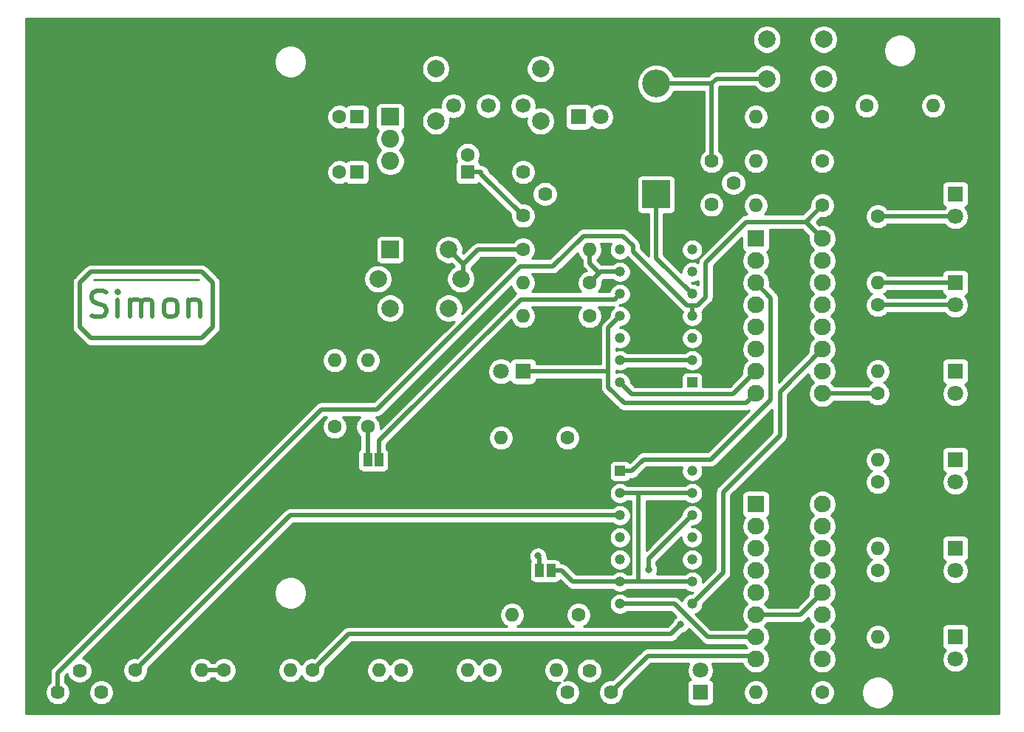
<source format=gbr>
%TF.GenerationSoftware,KiCad,Pcbnew,(5.1.9)-1*%
%TF.CreationDate,2021-03-27T11:21:30+01:00*%
%TF.ProjectId,alkoholmeter1,616c6b6f-686f-46c6-9d65-746572312e6b,rev?*%
%TF.SameCoordinates,Original*%
%TF.FileFunction,Copper,L1,Top*%
%TF.FilePolarity,Positive*%
%FSLAX46Y46*%
G04 Gerber Fmt 4.6, Leading zero omitted, Abs format (unit mm)*
G04 Created by KiCad (PCBNEW (5.1.9)-1) date 2021-03-27 11:21:30*
%MOMM*%
%LPD*%
G01*
G04 APERTURE LIST*
%TA.AperFunction,NonConductor*%
%ADD10C,0.500000*%
%TD*%
%TA.AperFunction,ComponentPad*%
%ADD11C,2.000000*%
%TD*%
%TA.AperFunction,ComponentPad*%
%ADD12C,1.700000*%
%TD*%
%TA.AperFunction,ComponentPad*%
%ADD13O,3.200000X3.200000*%
%TD*%
%TA.AperFunction,ComponentPad*%
%ADD14R,3.200000X3.200000*%
%TD*%
%TA.AperFunction,ComponentPad*%
%ADD15R,2.000000X2.000000*%
%TD*%
%TA.AperFunction,ComponentPad*%
%ADD16C,2.055000*%
%TD*%
%TA.AperFunction,ComponentPad*%
%ADD17R,2.055000X2.055000*%
%TD*%
%TA.AperFunction,ComponentPad*%
%ADD18C,1.930400*%
%TD*%
%TA.AperFunction,ComponentPad*%
%ADD19R,1.930400X1.930400*%
%TD*%
%TA.AperFunction,ComponentPad*%
%ADD20C,1.180000*%
%TD*%
%TA.AperFunction,ComponentPad*%
%ADD21R,1.180000X1.180000*%
%TD*%
%TA.AperFunction,ComponentPad*%
%ADD22C,1.620000*%
%TD*%
%TA.AperFunction,ComponentPad*%
%ADD23O,1.600000X1.600000*%
%TD*%
%TA.AperFunction,ComponentPad*%
%ADD24C,1.600000*%
%TD*%
%TA.AperFunction,SMDPad,CuDef*%
%ADD25R,1.000000X1.500000*%
%TD*%
%TA.AperFunction,ComponentPad*%
%ADD26C,1.800000*%
%TD*%
%TA.AperFunction,ComponentPad*%
%ADD27R,1.800000X1.800000*%
%TD*%
%TA.AperFunction,ComponentPad*%
%ADD28R,1.600000X1.600000*%
%TD*%
%TA.AperFunction,ViaPad*%
%ADD29C,0.800000*%
%TD*%
%TA.AperFunction,Conductor*%
%ADD30C,0.500000*%
%TD*%
%TA.AperFunction,NonConductor*%
%ADD31C,0.254000*%
%TD*%
%TA.AperFunction,NonConductor*%
%ADD32C,0.100000*%
%TD*%
G04 APERTURE END LIST*
D10*
X104204285Y-85034285D02*
X104632857Y-85177142D01*
X105347142Y-85177142D01*
X105632857Y-85034285D01*
X105775714Y-84891428D01*
X105918571Y-84605714D01*
X105918571Y-84320000D01*
X105775714Y-84034285D01*
X105632857Y-83891428D01*
X105347142Y-83748571D01*
X104775714Y-83605714D01*
X104490000Y-83462857D01*
X104347142Y-83320000D01*
X104204285Y-83034285D01*
X104204285Y-82748571D01*
X104347142Y-82462857D01*
X104490000Y-82320000D01*
X104775714Y-82177142D01*
X105490000Y-82177142D01*
X105918571Y-82320000D01*
X107204285Y-85177142D02*
X107204285Y-83177142D01*
X107204285Y-82177142D02*
X107061428Y-82320000D01*
X107204285Y-82462857D01*
X107347142Y-82320000D01*
X107204285Y-82177142D01*
X107204285Y-82462857D01*
X108632857Y-85177142D02*
X108632857Y-83177142D01*
X108632857Y-83462857D02*
X108775714Y-83320000D01*
X109061428Y-83177142D01*
X109490000Y-83177142D01*
X109775714Y-83320000D01*
X109918571Y-83605714D01*
X109918571Y-85177142D01*
X109918571Y-83605714D02*
X110061428Y-83320000D01*
X110347142Y-83177142D01*
X110775714Y-83177142D01*
X111061428Y-83320000D01*
X111204285Y-83605714D01*
X111204285Y-85177142D01*
X113061428Y-85177142D02*
X112775714Y-85034285D01*
X112632857Y-84891428D01*
X112490000Y-84605714D01*
X112490000Y-83748571D01*
X112632857Y-83462857D01*
X112775714Y-83320000D01*
X113061428Y-83177142D01*
X113490000Y-83177142D01*
X113775714Y-83320000D01*
X113918571Y-83462857D01*
X114061428Y-83748571D01*
X114061428Y-84605714D01*
X113918571Y-84891428D01*
X113775714Y-85034285D01*
X113490000Y-85177142D01*
X113061428Y-85177142D01*
X115347142Y-83177142D02*
X115347142Y-85177142D01*
X115347142Y-83462857D02*
X115490000Y-83320000D01*
X115775714Y-83177142D01*
X116204285Y-83177142D01*
X116490000Y-83320000D01*
X116632857Y-83605714D01*
X116632857Y-85177142D01*
D11*
%TO.P,SW2,1*%
%TO.N,/C*%
X188110000Y-53340000D03*
%TO.P,SW2,2*%
%TO.N,GND*%
X188110000Y-57840000D03*
%TO.P,SW2,1*%
%TO.N,/C*%
X181610000Y-53340000D03*
%TO.P,SW2,2*%
%TO.N,GND*%
X181610000Y-57840000D03*
%TD*%
D12*
%TO.P,SW1,3*%
%TO.N,N/C*%
X145670000Y-60960000D03*
%TO.P,SW1,2*%
%TO.N,Net-(C1-Pad1)*%
X149670000Y-60960000D03*
%TO.P,SW1,1*%
%TO.N,+12V*%
X153670000Y-60960000D03*
D11*
%TO.P,SW1,*%
%TO.N,*%
X155670000Y-56710000D03*
X143670000Y-56710000D03*
X143670000Y-62710000D03*
X155670000Y-62710000D03*
%TD*%
D13*
%TO.P,D8,2*%
%TO.N,GND*%
X168910000Y-58420000D03*
D14*
%TO.P,D8,1*%
%TO.N,Net-(D8-Pad1)*%
X168910000Y-71120000D03*
%TD*%
D11*
%TO.P,U?1,6*%
%TO.N,Net-(C2-Pad1)*%
X145150000Y-77470000D03*
%TO.P,U?1,4*%
%TO.N,Net-(U?1-Pad4)*%
X145150000Y-84190000D03*
%TO.P,U?1,3*%
%TO.N,Net-(JP1-Pad1)*%
X138430000Y-84190000D03*
D15*
%TO.P,U?1,1*%
%TO.N,Net-(U?1-Pad1)*%
X138430000Y-77470000D03*
D11*
%TO.P,U?1,5*%
%TO.N,Net-(C2-Pad1)*%
X146540000Y-80830000D03*
%TO.P,U?1,2*%
%TO.N,GND*%
X137040000Y-80830000D03*
%TD*%
D16*
%TO.P,U5,3*%
%TO.N,Net-(C2-Pad1)*%
X138430000Y-67310000D03*
%TO.P,U5,2*%
%TO.N,GND*%
X138430000Y-64775000D03*
D17*
%TO.P,U5,1*%
%TO.N,Net-(C1-Pad1)*%
X138430000Y-62240000D03*
%TD*%
D18*
%TO.P,U4,16*%
%TO.N,+5V*%
X187960000Y-106680000D03*
%TO.P,U4,15*%
%TO.N,Net-(U4-Pad15)*%
X187960000Y-109220000D03*
%TO.P,U4,14*%
%TO.N,Net-(U4-Pad14)*%
X187960000Y-111760000D03*
%TO.P,U4,13*%
%TO.N,Net-(D6-Pad2)*%
X187960000Y-114300000D03*
%TO.P,U4,12*%
%TO.N,/C*%
X187960000Y-116840000D03*
%TO.P,U4,11*%
%TO.N,/I*%
X187960000Y-119380000D03*
%TO.P,U4,10*%
%TO.N,Net-(D7-Pad2)*%
X187960000Y-121920000D03*
%TO.P,U4,9*%
%TO.N,/B*%
X187960000Y-124460000D03*
%TO.P,U4,5*%
%TO.N,Net-(U4-Pad5)*%
X180340000Y-116840000D03*
%TO.P,U4,6*%
%TO.N,/C*%
X180340000Y-119380000D03*
%TO.P,U4,4*%
X180340000Y-114300000D03*
%TO.P,U4,3*%
%TO.N,/G*%
X180340000Y-111760000D03*
%TO.P,U4,8*%
%TO.N,GND*%
X180340000Y-124460000D03*
%TO.P,U4,7*%
%TO.N,/H*%
X180340000Y-121920000D03*
%TO.P,U4,2*%
%TO.N,N/C*%
X180340000Y-109220000D03*
D19*
%TO.P,U4,1*%
%TO.N,Net-(U4-Pad1)*%
X180340000Y-106680000D03*
%TD*%
D18*
%TO.P,U3,16*%
%TO.N,+5V*%
X187960000Y-76200000D03*
%TO.P,U3,15*%
%TO.N,Net-(U3-Pad15)*%
X187960000Y-78740000D03*
%TO.P,U3,14*%
%TO.N,Net-(U3-Pad14)*%
X187960000Y-81280000D03*
%TO.P,U3,13*%
%TO.N,Net-(D2-Pad2)*%
X187960000Y-83820000D03*
%TO.P,U3,12*%
%TO.N,/C*%
X187960000Y-86360000D03*
%TO.P,U3,11*%
%TO.N,/F*%
X187960000Y-88900000D03*
%TO.P,U3,10*%
%TO.N,Net-(D3-Pad2)*%
X187960000Y-91440000D03*
%TO.P,U3,9*%
%TO.N,Net-(D5-Pad2)*%
X187960000Y-93980000D03*
%TO.P,U3,5*%
%TO.N,Net-(U3-Pad5)*%
X180340000Y-86360000D03*
%TO.P,U3,6*%
%TO.N,/C*%
X180340000Y-88900000D03*
%TO.P,U3,4*%
X180340000Y-83820000D03*
%TO.P,U3,3*%
%TO.N,/D*%
X180340000Y-81280000D03*
%TO.P,U3,8*%
%TO.N,GND*%
X180340000Y-93980000D03*
%TO.P,U3,7*%
%TO.N,/E*%
X180340000Y-91440000D03*
%TO.P,U3,2*%
%TO.N,N/C*%
X180340000Y-78740000D03*
D19*
%TO.P,U3,1*%
%TO.N,Net-(U3-Pad1)*%
X180340000Y-76200000D03*
%TD*%
D20*
%TO.P,U2,14*%
%TO.N,/E*%
X164782500Y-92710000D03*
%TO.P,U2,13*%
%TO.N,/A*%
X164782500Y-90170000D03*
%TO.P,U2,12*%
%TO.N,Net-(R1-Pad2)*%
X164782500Y-87630000D03*
%TO.P,U2,11*%
%TO.N,GND*%
X164782500Y-85090000D03*
%TO.P,U2,10*%
%TO.N,Net-(JP1-Pad2)*%
X164782500Y-82550000D03*
%TO.P,U2,9*%
%TO.N,Net-(R10-Pad1)*%
X164782500Y-80010000D03*
%TO.P,U2,8*%
%TO.N,Net-(R15-Pad1)*%
X164782500Y-77470000D03*
%TO.P,U2,7*%
%TO.N,Net-(R22-Pad1)*%
X173037500Y-77470000D03*
%TO.P,U2,6*%
%TO.N,Net-(R19-Pad2)*%
X173037500Y-80010000D03*
%TO.P,U2,5*%
%TO.N,Net-(D8-Pad1)*%
X173037500Y-82550000D03*
%TO.P,U2,4*%
%TO.N,+5V*%
X173037500Y-85090000D03*
%TO.P,U2,3*%
%TO.N,Net-(R5-Pad2)*%
X173037500Y-87630000D03*
%TO.P,U2,2*%
%TO.N,/A*%
X173037500Y-90170000D03*
D21*
%TO.P,U2,1*%
%TO.N,/I*%
X173037500Y-92710000D03*
%TD*%
D20*
%TO.P,U1,14*%
%TO.N,/G*%
X173037500Y-102870000D03*
%TO.P,U1,13*%
%TO.N,/A*%
X173037500Y-105410000D03*
%TO.P,U1,12*%
%TO.N,Net-(R3-Pad2)*%
X173037500Y-107950000D03*
%TO.P,U1,11*%
%TO.N,N/C*%
X173037500Y-110490000D03*
%TO.P,U1,10*%
%TO.N,Net-(R2-Pad2)*%
X173037500Y-113030000D03*
%TO.P,U1,9*%
%TO.N,/A*%
X173037500Y-115570000D03*
%TO.P,U1,8*%
%TO.N,/F*%
X173037500Y-118110000D03*
%TO.P,U1,7*%
%TO.N,/H*%
X164782500Y-118110000D03*
%TO.P,U1,6*%
%TO.N,/A*%
X164782500Y-115570000D03*
%TO.P,U1,5*%
%TO.N,Net-(R4-Pad2)*%
X164782500Y-113030000D03*
%TO.P,U1,4*%
%TO.N,N/C*%
X164782500Y-110490000D03*
%TO.P,U1,3*%
%TO.N,Net-(R1-Pad1)*%
X164782500Y-107950000D03*
%TO.P,U1,2*%
%TO.N,/A*%
X164782500Y-105410000D03*
D21*
%TO.P,U1,1*%
%TO.N,/D*%
X164782500Y-102870000D03*
%TD*%
D22*
%TO.P,RV4,1*%
%TO.N,GND*%
X175260000Y-67310000D03*
%TO.P,RV4,2*%
%TO.N,Net-(R19-Pad2)*%
X177760000Y-69810000D03*
%TO.P,RV4,3*%
X175260000Y-72310000D03*
%TD*%
%TO.P,RV3,1*%
%TO.N,GND*%
X153670000Y-68580000D03*
%TO.P,RV3,2*%
%TO.N,Net-(JP2-Pad2)*%
X156170000Y-71080000D03*
%TO.P,RV3,3*%
%TO.N,Net-(C2-Pad1)*%
X153670000Y-73580000D03*
%TD*%
%TO.P,RV2,1*%
%TO.N,Net-(RV1-Pad3)*%
X158750000Y-128270000D03*
%TO.P,RV2,2*%
%TO.N,Net-(R5-Pad2)*%
X161250000Y-125770000D03*
%TO.P,RV2,3*%
%TO.N,GND*%
X163750000Y-128270000D03*
%TD*%
%TO.P,RV1,1*%
%TO.N,+5V*%
X100330000Y-128270000D03*
%TO.P,RV1,2*%
%TO.N,Net-(R1-Pad1)*%
X102830000Y-125770000D03*
%TO.P,RV1,3*%
%TO.N,Net-(RV1-Pad3)*%
X105330000Y-128270000D03*
%TD*%
D23*
%TO.P,R22,2*%
%TO.N,Net-(D10-Pad2)*%
X151130000Y-99060000D03*
D24*
%TO.P,R22,1*%
%TO.N,Net-(R22-Pad1)*%
X158750000Y-99060000D03*
%TD*%
D23*
%TO.P,R21,2*%
%TO.N,Net-(D8-Pad1)*%
X180340000Y-67310000D03*
D24*
%TO.P,R21,1*%
%TO.N,+5V*%
X187960000Y-67310000D03*
%TD*%
D23*
%TO.P,R20,2*%
%TO.N,Net-(D9-Pad1)*%
X194310000Y-121920000D03*
D24*
%TO.P,R20,1*%
%TO.N,Net-(D7-Pad2)*%
X194310000Y-114300000D03*
%TD*%
D23*
%TO.P,R19,2*%
%TO.N,Net-(R19-Pad2)*%
X180340000Y-72390000D03*
D24*
%TO.P,R19,1*%
%TO.N,+5V*%
X187960000Y-72390000D03*
%TD*%
D23*
%TO.P,R18,2*%
%TO.N,Net-(D7-Pad1)*%
X194310000Y-111760000D03*
D24*
%TO.P,R18,1*%
%TO.N,Net-(D6-Pad2)*%
X194310000Y-104140000D03*
%TD*%
D23*
%TO.P,R17,2*%
%TO.N,/C*%
X180340000Y-62230000D03*
D24*
%TO.P,R17,1*%
%TO.N,+5V*%
X187960000Y-62230000D03*
%TD*%
D23*
%TO.P,R16,2*%
%TO.N,Net-(D6-Pad1)*%
X194310000Y-101600000D03*
D24*
%TO.P,R16,1*%
%TO.N,Net-(D5-Pad2)*%
X194310000Y-93980000D03*
%TD*%
D23*
%TO.P,R15,2*%
%TO.N,Net-(D4-Pad2)*%
X152400000Y-119380000D03*
D24*
%TO.P,R15,1*%
%TO.N,Net-(R15-Pad1)*%
X160020000Y-119380000D03*
%TD*%
D23*
%TO.P,R14,2*%
%TO.N,Net-(D5-Pad1)*%
X194310000Y-91440000D03*
D24*
%TO.P,R14,1*%
%TO.N,Net-(D3-Pad2)*%
X194310000Y-83820000D03*
%TD*%
D23*
%TO.P,R13,2*%
%TO.N,Net-(D3-Pad1)*%
X194310000Y-81280000D03*
D24*
%TO.P,R13,1*%
%TO.N,Net-(D2-Pad2)*%
X194310000Y-73660000D03*
%TD*%
D23*
%TO.P,R12,2*%
%TO.N,GND*%
X153670000Y-85090000D03*
D24*
%TO.P,R12,1*%
%TO.N,Net-(R10-Pad1)*%
X161290000Y-85090000D03*
%TD*%
D23*
%TO.P,R11,2*%
%TO.N,Net-(R10-Pad1)*%
X161290000Y-77470000D03*
D24*
%TO.P,R11,1*%
%TO.N,Net-(C2-Pad1)*%
X153670000Y-77470000D03*
%TD*%
D23*
%TO.P,R10,2*%
%TO.N,GND*%
X153670000Y-81280000D03*
D24*
%TO.P,R10,1*%
%TO.N,Net-(R10-Pad1)*%
X161290000Y-81280000D03*
%TD*%
D23*
%TO.P,R9,2*%
%TO.N,Net-(D2-Pad1)*%
X200660000Y-60960000D03*
D24*
%TO.P,R9,1*%
%TO.N,GND*%
X193040000Y-60960000D03*
%TD*%
D23*
%TO.P,R8,2*%
%TO.N,GND*%
X132080000Y-90170000D03*
D24*
%TO.P,R8,1*%
%TO.N,Net-(JP1-Pad1)*%
X132080000Y-97790000D03*
%TD*%
D23*
%TO.P,R7,2*%
%TO.N,GND*%
X135890000Y-90170000D03*
D24*
%TO.P,R7,1*%
%TO.N,Net-(JP1-Pad1)*%
X135890000Y-97790000D03*
%TD*%
D23*
%TO.P,R6,2*%
%TO.N,Net-(D1-Pad1)*%
X180340000Y-128270000D03*
D24*
%TO.P,R6,1*%
%TO.N,/B*%
X187960000Y-128270000D03*
%TD*%
D23*
%TO.P,R5,2*%
%TO.N,Net-(R5-Pad2)*%
X157480000Y-125730000D03*
D24*
%TO.P,R5,1*%
%TO.N,Net-(R4-Pad2)*%
X149860000Y-125730000D03*
%TD*%
D23*
%TO.P,R4,2*%
%TO.N,Net-(R4-Pad2)*%
X147320000Y-125730000D03*
D24*
%TO.P,R4,1*%
%TO.N,Net-(R3-Pad2)*%
X139700000Y-125730000D03*
%TD*%
D23*
%TO.P,R3,2*%
%TO.N,Net-(R3-Pad2)*%
X137160000Y-125730000D03*
D24*
%TO.P,R3,1*%
%TO.N,Net-(R2-Pad2)*%
X129540000Y-125730000D03*
%TD*%
D23*
%TO.P,R2,2*%
%TO.N,Net-(R2-Pad2)*%
X127000000Y-125730000D03*
D24*
%TO.P,R2,1*%
%TO.N,Net-(R1-Pad2)*%
X119380000Y-125730000D03*
%TD*%
D23*
%TO.P,R1,2*%
%TO.N,Net-(R1-Pad2)*%
X116840000Y-125730000D03*
D24*
%TO.P,R1,1*%
%TO.N,Net-(R1-Pad1)*%
X109220000Y-125730000D03*
%TD*%
D25*
%TO.P,JP2,1*%
%TO.N,/A*%
X156860000Y-114300000D03*
%TO.P,JP2,2*%
%TO.N,Net-(JP2-Pad2)*%
X155560000Y-114300000D03*
%TD*%
%TO.P,JP1,1*%
%TO.N,Net-(JP1-Pad1)*%
X135860000Y-101600000D03*
%TO.P,JP1,2*%
%TO.N,Net-(JP1-Pad2)*%
X137160000Y-101600000D03*
%TD*%
D26*
%TO.P,D10,2*%
%TO.N,Net-(D10-Pad2)*%
X151130000Y-91440000D03*
D27*
%TO.P,D10,1*%
%TO.N,GND*%
X153670000Y-91440000D03*
%TD*%
D26*
%TO.P,D9,2*%
%TO.N,/B*%
X203200000Y-124460000D03*
D27*
%TO.P,D9,1*%
%TO.N,Net-(D9-Pad1)*%
X203200000Y-121920000D03*
%TD*%
D26*
%TO.P,D7,2*%
%TO.N,Net-(D7-Pad2)*%
X203200000Y-114300000D03*
D27*
%TO.P,D7,1*%
%TO.N,Net-(D7-Pad1)*%
X203200000Y-111760000D03*
%TD*%
D26*
%TO.P,D6,2*%
%TO.N,Net-(D6-Pad2)*%
X203200000Y-104140000D03*
D27*
%TO.P,D6,1*%
%TO.N,Net-(D6-Pad1)*%
X203200000Y-101600000D03*
%TD*%
D26*
%TO.P,D5,2*%
%TO.N,Net-(D5-Pad2)*%
X203200000Y-93980000D03*
D27*
%TO.P,D5,1*%
%TO.N,Net-(D5-Pad1)*%
X203200000Y-91440000D03*
%TD*%
D26*
%TO.P,D4,2*%
%TO.N,Net-(D4-Pad2)*%
X162560000Y-62230000D03*
D27*
%TO.P,D4,1*%
%TO.N,GND*%
X160020000Y-62230000D03*
%TD*%
D26*
%TO.P,D3,2*%
%TO.N,Net-(D3-Pad2)*%
X203200000Y-83820000D03*
D27*
%TO.P,D3,1*%
%TO.N,Net-(D3-Pad1)*%
X203200000Y-81280000D03*
%TD*%
D26*
%TO.P,D2,2*%
%TO.N,Net-(D2-Pad2)*%
X203200000Y-73660000D03*
D27*
%TO.P,D2,1*%
%TO.N,Net-(D2-Pad1)*%
X203200000Y-71120000D03*
%TD*%
D26*
%TO.P,D1,2*%
%TO.N,/I*%
X173990000Y-125730000D03*
D27*
%TO.P,D1,1*%
%TO.N,Net-(D1-Pad1)*%
X173990000Y-128270000D03*
%TD*%
D24*
%TO.P,C3,2*%
%TO.N,GND*%
X132620000Y-68580000D03*
D28*
%TO.P,C3,1*%
%TO.N,Net-(C2-Pad1)*%
X134620000Y-68580000D03*
%TD*%
D24*
%TO.P,C2,2*%
%TO.N,GND*%
X147320000Y-66580000D03*
D28*
%TO.P,C2,1*%
%TO.N,Net-(C2-Pad1)*%
X147320000Y-68580000D03*
%TD*%
D24*
%TO.P,C1,2*%
%TO.N,GND*%
X132620000Y-62230000D03*
D28*
%TO.P,C1,1*%
%TO.N,Net-(C1-Pad1)*%
X134620000Y-62230000D03*
%TD*%
D29*
%TO.N,Net-(JP2-Pad2)*%
X155375600Y-112615300D03*
%TO.N,Net-(R2-Pad2)*%
X171732400Y-120469700D03*
%TO.N,Net-(R3-Pad2)*%
X168059500Y-114157500D03*
%TD*%
D30*
%TO.N,*%
X118110000Y-86360000D02*
X116840000Y-87630000D01*
X102870000Y-81280000D02*
X104140000Y-80010000D01*
X104140000Y-80010000D02*
X116840000Y-80010000D01*
X104140000Y-87630000D02*
X102870000Y-86360000D01*
X116840000Y-80010000D02*
X118110000Y-81280000D01*
X102870000Y-86360000D02*
X102870000Y-81280000D01*
X118110000Y-81280000D02*
X118110000Y-86360000D01*
X116840000Y-87630000D02*
X104140000Y-87630000D01*
%TO.N,GND*%
X180340000Y-124460000D02*
X179953200Y-124073200D01*
X179953200Y-124073200D02*
X167946800Y-124073200D01*
X167946800Y-124073200D02*
X163750000Y-128270000D01*
X175260000Y-58420000D02*
X175260000Y-67310000D01*
X181610000Y-57840000D02*
X175840000Y-57840000D01*
X175840000Y-57840000D02*
X175260000Y-58420000D01*
X175260000Y-58420000D02*
X171260300Y-58420000D01*
X163431000Y-91440000D02*
X163431000Y-86441500D01*
X163431000Y-86441500D02*
X164782500Y-85090000D01*
X180340000Y-93980000D02*
X179231200Y-95088800D01*
X179231200Y-95088800D02*
X165255300Y-95088800D01*
X165255300Y-95088800D02*
X163431000Y-93264500D01*
X163431000Y-93264500D02*
X163431000Y-91440000D01*
X155320300Y-91440000D02*
X163431000Y-91440000D01*
X153670000Y-91440000D02*
X155320300Y-91440000D01*
X168910000Y-58420000D02*
X171260300Y-58420000D01*
%TO.N,Net-(C2-Pad1)*%
X146830000Y-79150000D02*
X145150000Y-77470000D01*
X153670000Y-77470000D02*
X148510000Y-77470000D01*
X148510000Y-77470000D02*
X146830000Y-79150000D01*
X146830000Y-79150000D02*
X146830000Y-80540000D01*
X146830000Y-80540000D02*
X146540000Y-80830000D01*
X147320000Y-68580000D02*
X148870300Y-68580000D01*
X148870300Y-68580000D02*
X148870300Y-68780300D01*
X148870300Y-68780300D02*
X153670000Y-73580000D01*
%TO.N,Net-(D2-Pad2)*%
X203200000Y-73660000D02*
X194310000Y-73660000D01*
%TO.N,Net-(D3-Pad2)*%
X203200000Y-83820000D02*
X194310000Y-83820000D01*
%TO.N,Net-(D3-Pad1)*%
X203200000Y-81280000D02*
X194310000Y-81280000D01*
%TO.N,Net-(D5-Pad2)*%
X194310000Y-93980000D02*
X187960000Y-93980000D01*
%TO.N,Net-(D8-Pad1)*%
X173037500Y-82550000D02*
X168910000Y-78422500D01*
X168910000Y-78422500D02*
X168910000Y-71120000D01*
%TO.N,Net-(JP1-Pad1)*%
X135860000Y-97820000D02*
X135890000Y-97790000D01*
X135860000Y-100349800D02*
X135860000Y-97820000D01*
X135860000Y-101600000D02*
X135860000Y-100349800D01*
%TO.N,Net-(JP1-Pad2)*%
X137160000Y-101600000D02*
X137160000Y-99405000D01*
X137160000Y-99405000D02*
X153380000Y-83185000D01*
X153380000Y-83185000D02*
X164147500Y-83185000D01*
X164147500Y-83185000D02*
X164782500Y-82550000D01*
%TO.N,/A*%
X166909200Y-115570000D02*
X164782500Y-115570000D01*
X173037500Y-115570000D02*
X166909200Y-115570000D01*
X166909200Y-105410000D02*
X166909200Y-115570000D01*
X166909200Y-105410000D02*
X173037500Y-105410000D01*
X164782500Y-105410000D02*
X166909200Y-105410000D01*
X173037500Y-90170000D02*
X164782500Y-90170000D01*
X156860000Y-114300000D02*
X158110300Y-114300000D01*
X158110300Y-114300000D02*
X159380300Y-115570000D01*
X159380300Y-115570000D02*
X164782500Y-115570000D01*
%TO.N,Net-(JP2-Pad2)*%
X155560000Y-112799700D02*
X155375600Y-112615300D01*
X155560000Y-114300000D02*
X155560000Y-112799700D01*
%TO.N,Net-(R1-Pad2)*%
X116840000Y-125730000D02*
X119380000Y-125730000D01*
%TO.N,Net-(R1-Pad1)*%
X109220000Y-125730000D02*
X127000000Y-107950000D01*
X127000000Y-107950000D02*
X164782500Y-107950000D01*
%TO.N,Net-(R2-Pad2)*%
X129540000Y-125730000D02*
X133701400Y-121568600D01*
X133701400Y-121568600D02*
X170633500Y-121568600D01*
X170633500Y-121568600D02*
X171732400Y-120469700D01*
%TO.N,Net-(R3-Pad2)*%
X168059500Y-114157500D02*
X168059500Y-112928000D01*
X168059500Y-112928000D02*
X173037500Y-107950000D01*
%TO.N,Net-(R10-Pad1)*%
X162419900Y-80150100D02*
X162560000Y-80010000D01*
X162560000Y-80010000D02*
X164782500Y-80010000D01*
X161290000Y-81280000D02*
X162419900Y-80150100D01*
X161290000Y-79020300D02*
X162419900Y-80150100D01*
X161290000Y-77470000D02*
X161290000Y-79020300D01*
%TO.N,/C*%
X180340000Y-119380000D02*
X185420000Y-119380000D01*
X185420000Y-119380000D02*
X187960000Y-116840000D01*
%TO.N,+5V*%
X173037500Y-83890300D02*
X172482400Y-83890300D01*
X172482400Y-83890300D02*
X166264500Y-77672400D01*
X166264500Y-77672400D02*
X166264500Y-77033200D01*
X166264500Y-77033200D02*
X165116400Y-75885100D01*
X165116400Y-75885100D02*
X160582800Y-75885100D01*
X160582800Y-75885100D02*
X157092900Y-79375000D01*
X157092900Y-79375000D02*
X153347000Y-79375000D01*
X153347000Y-79375000D02*
X136942100Y-95779900D01*
X136942100Y-95779900D02*
X130558100Y-95779900D01*
X130558100Y-95779900D02*
X100330000Y-126008000D01*
X100330000Y-126008000D02*
X100330000Y-128270000D01*
X186055000Y-74295000D02*
X179252800Y-74295000D01*
X179252800Y-74295000D02*
X174589900Y-78957900D01*
X174589900Y-78957900D02*
X174589900Y-82920100D01*
X174589900Y-82920100D02*
X173619700Y-83890300D01*
X173619700Y-83890300D02*
X173037500Y-83890300D01*
X173037500Y-83890300D02*
X173037500Y-85090000D01*
X187960000Y-72390000D02*
X186055000Y-74295000D01*
X186055000Y-74295000D02*
X187960000Y-76200000D01*
%TO.N,/F*%
X173037500Y-118110000D02*
X176605800Y-114541700D01*
X176605800Y-114541700D02*
X176605800Y-105280900D01*
X176605800Y-105280900D02*
X183104100Y-98782600D01*
X183104100Y-98782600D02*
X183104100Y-93755900D01*
X183104100Y-93755900D02*
X187960000Y-88900000D01*
%TO.N,/H*%
X180340000Y-121920000D02*
X174809500Y-121920000D01*
X174809500Y-121920000D02*
X170999500Y-118110000D01*
X170999500Y-118110000D02*
X164782500Y-118110000D01*
%TO.N,/D*%
X164782500Y-102870000D02*
X166122800Y-102870000D01*
X166122800Y-102870000D02*
X167463100Y-101529700D01*
X167463100Y-101529700D02*
X175216500Y-101529700D01*
X175216500Y-101529700D02*
X182066200Y-94680000D01*
X182066200Y-94680000D02*
X182066200Y-83006200D01*
X182066200Y-83006200D02*
X180340000Y-81280000D01*
%TO.N,/E*%
X164782500Y-92710000D02*
X166122900Y-94050400D01*
X166122900Y-94050400D02*
X177729600Y-94050400D01*
X177729600Y-94050400D02*
X180340000Y-91440000D01*
%TD*%
D31*
X205613000Y-86233000D02*
X191897000Y-86233000D01*
X191897000Y-81138665D01*
X192875000Y-81138665D01*
X192875000Y-81421335D01*
X192930147Y-81698574D01*
X193038320Y-81959727D01*
X193195363Y-82194759D01*
X193395241Y-82394637D01*
X193627759Y-82550000D01*
X193395241Y-82705363D01*
X193195363Y-82905241D01*
X193038320Y-83140273D01*
X192930147Y-83401426D01*
X192875000Y-83678665D01*
X192875000Y-83961335D01*
X192930147Y-84238574D01*
X193038320Y-84499727D01*
X193195363Y-84734759D01*
X193395241Y-84934637D01*
X193630273Y-85091680D01*
X193891426Y-85199853D01*
X194168665Y-85255000D01*
X194451335Y-85255000D01*
X194728574Y-85199853D01*
X194989727Y-85091680D01*
X195224759Y-84934637D01*
X195424637Y-84734759D01*
X195444521Y-84705000D01*
X201945210Y-84705000D01*
X202007688Y-84798505D01*
X202221495Y-85012312D01*
X202472905Y-85180299D01*
X202752257Y-85296011D01*
X203048816Y-85355000D01*
X203351184Y-85355000D01*
X203647743Y-85296011D01*
X203927095Y-85180299D01*
X204178505Y-85012312D01*
X204392312Y-84798505D01*
X204560299Y-84547095D01*
X204676011Y-84267743D01*
X204735000Y-83971184D01*
X204735000Y-83668816D01*
X204676011Y-83372257D01*
X204560299Y-83092905D01*
X204392312Y-82841495D01*
X204325873Y-82775056D01*
X204344180Y-82769502D01*
X204454494Y-82710537D01*
X204551185Y-82631185D01*
X204630537Y-82534494D01*
X204689502Y-82424180D01*
X204725812Y-82304482D01*
X204738072Y-82180000D01*
X204738072Y-80380000D01*
X204725812Y-80255518D01*
X204689502Y-80135820D01*
X204630537Y-80025506D01*
X204551185Y-79928815D01*
X204454494Y-79849463D01*
X204344180Y-79790498D01*
X204224482Y-79754188D01*
X204100000Y-79741928D01*
X202300000Y-79741928D01*
X202175518Y-79754188D01*
X202055820Y-79790498D01*
X201945506Y-79849463D01*
X201848815Y-79928815D01*
X201769463Y-80025506D01*
X201710498Y-80135820D01*
X201674188Y-80255518D01*
X201661928Y-80380000D01*
X201661928Y-80395000D01*
X195444521Y-80395000D01*
X195424637Y-80365241D01*
X195224759Y-80165363D01*
X194989727Y-80008320D01*
X194728574Y-79900147D01*
X194451335Y-79845000D01*
X194168665Y-79845000D01*
X193891426Y-79900147D01*
X193630273Y-80008320D01*
X193395241Y-80165363D01*
X193195363Y-80365241D01*
X193038320Y-80600273D01*
X192930147Y-80861426D01*
X192875000Y-81138665D01*
X191897000Y-81138665D01*
X191897000Y-77597000D01*
X205613000Y-77597000D01*
X205613000Y-86233000D01*
%TA.AperFunction,NonConductor*%
D32*
G36*
X205613000Y-86233000D02*
G01*
X191897000Y-86233000D01*
X191897000Y-81138665D01*
X192875000Y-81138665D01*
X192875000Y-81421335D01*
X192930147Y-81698574D01*
X193038320Y-81959727D01*
X193195363Y-82194759D01*
X193395241Y-82394637D01*
X193627759Y-82550000D01*
X193395241Y-82705363D01*
X193195363Y-82905241D01*
X193038320Y-83140273D01*
X192930147Y-83401426D01*
X192875000Y-83678665D01*
X192875000Y-83961335D01*
X192930147Y-84238574D01*
X193038320Y-84499727D01*
X193195363Y-84734759D01*
X193395241Y-84934637D01*
X193630273Y-85091680D01*
X193891426Y-85199853D01*
X194168665Y-85255000D01*
X194451335Y-85255000D01*
X194728574Y-85199853D01*
X194989727Y-85091680D01*
X195224759Y-84934637D01*
X195424637Y-84734759D01*
X195444521Y-84705000D01*
X201945210Y-84705000D01*
X202007688Y-84798505D01*
X202221495Y-85012312D01*
X202472905Y-85180299D01*
X202752257Y-85296011D01*
X203048816Y-85355000D01*
X203351184Y-85355000D01*
X203647743Y-85296011D01*
X203927095Y-85180299D01*
X204178505Y-85012312D01*
X204392312Y-84798505D01*
X204560299Y-84547095D01*
X204676011Y-84267743D01*
X204735000Y-83971184D01*
X204735000Y-83668816D01*
X204676011Y-83372257D01*
X204560299Y-83092905D01*
X204392312Y-82841495D01*
X204325873Y-82775056D01*
X204344180Y-82769502D01*
X204454494Y-82710537D01*
X204551185Y-82631185D01*
X204630537Y-82534494D01*
X204689502Y-82424180D01*
X204725812Y-82304482D01*
X204738072Y-82180000D01*
X204738072Y-80380000D01*
X204725812Y-80255518D01*
X204689502Y-80135820D01*
X204630537Y-80025506D01*
X204551185Y-79928815D01*
X204454494Y-79849463D01*
X204344180Y-79790498D01*
X204224482Y-79754188D01*
X204100000Y-79741928D01*
X202300000Y-79741928D01*
X202175518Y-79754188D01*
X202055820Y-79790498D01*
X201945506Y-79849463D01*
X201848815Y-79928815D01*
X201769463Y-80025506D01*
X201710498Y-80135820D01*
X201674188Y-80255518D01*
X201661928Y-80380000D01*
X201661928Y-80395000D01*
X195444521Y-80395000D01*
X195424637Y-80365241D01*
X195224759Y-80165363D01*
X194989727Y-80008320D01*
X194728574Y-79900147D01*
X194451335Y-79845000D01*
X194168665Y-79845000D01*
X193891426Y-79900147D01*
X193630273Y-80008320D01*
X193395241Y-80165363D01*
X193195363Y-80365241D01*
X193038320Y-80600273D01*
X192930147Y-80861426D01*
X192875000Y-81138665D01*
X191897000Y-81138665D01*
X191897000Y-77597000D01*
X205613000Y-77597000D01*
X205613000Y-86233000D01*
G37*
%TD.AperFunction*%
D31*
X201661928Y-82180000D02*
X201674188Y-82304482D01*
X201710498Y-82424180D01*
X201769463Y-82534494D01*
X201848815Y-82631185D01*
X201945506Y-82710537D01*
X202055820Y-82769502D01*
X202074127Y-82775056D01*
X202007688Y-82841495D01*
X201945210Y-82935000D01*
X195444521Y-82935000D01*
X195424637Y-82905241D01*
X195224759Y-82705363D01*
X194992241Y-82550000D01*
X195224759Y-82394637D01*
X195424637Y-82194759D01*
X195444521Y-82165000D01*
X201661928Y-82165000D01*
X201661928Y-82180000D01*
%TA.AperFunction,NonConductor*%
D32*
G36*
X201661928Y-82180000D02*
G01*
X201674188Y-82304482D01*
X201710498Y-82424180D01*
X201769463Y-82534494D01*
X201848815Y-82631185D01*
X201945506Y-82710537D01*
X202055820Y-82769502D01*
X202074127Y-82775056D01*
X202007688Y-82841495D01*
X201945210Y-82935000D01*
X195444521Y-82935000D01*
X195424637Y-82905241D01*
X195224759Y-82705363D01*
X194992241Y-82550000D01*
X195224759Y-82394637D01*
X195424637Y-82194759D01*
X195444521Y-82165000D01*
X201661928Y-82165000D01*
X201661928Y-82180000D01*
G37*
%TD.AperFunction*%
D31*
X208153000Y-130683000D02*
X96647000Y-130683000D01*
X96647000Y-128127680D01*
X98885000Y-128127680D01*
X98885000Y-128412320D01*
X98940530Y-128691491D01*
X99049457Y-128954464D01*
X99207595Y-129191134D01*
X99408866Y-129392405D01*
X99645536Y-129550543D01*
X99908509Y-129659470D01*
X100187680Y-129715000D01*
X100472320Y-129715000D01*
X100751491Y-129659470D01*
X101014464Y-129550543D01*
X101251134Y-129392405D01*
X101452405Y-129191134D01*
X101610543Y-128954464D01*
X101719470Y-128691491D01*
X101775000Y-128412320D01*
X101775000Y-128127680D01*
X103885000Y-128127680D01*
X103885000Y-128412320D01*
X103940530Y-128691491D01*
X104049457Y-128954464D01*
X104207595Y-129191134D01*
X104408866Y-129392405D01*
X104645536Y-129550543D01*
X104908509Y-129659470D01*
X105187680Y-129715000D01*
X105472320Y-129715000D01*
X105751491Y-129659470D01*
X106014464Y-129550543D01*
X106251134Y-129392405D01*
X106452405Y-129191134D01*
X106610543Y-128954464D01*
X106719470Y-128691491D01*
X106775000Y-128412320D01*
X106775000Y-128127680D01*
X106719470Y-127848509D01*
X106610543Y-127585536D01*
X106452405Y-127348866D01*
X106251134Y-127147595D01*
X106014464Y-126989457D01*
X105751491Y-126880530D01*
X105472320Y-126825000D01*
X105187680Y-126825000D01*
X104908509Y-126880530D01*
X104645536Y-126989457D01*
X104408866Y-127147595D01*
X104207595Y-127348866D01*
X104049457Y-127585536D01*
X103940530Y-127848509D01*
X103885000Y-128127680D01*
X101775000Y-128127680D01*
X101719470Y-127848509D01*
X101610543Y-127585536D01*
X101452405Y-127348866D01*
X101251134Y-127147595D01*
X101215000Y-127123451D01*
X101215000Y-126374578D01*
X101433488Y-126156090D01*
X101440530Y-126191491D01*
X101549457Y-126454464D01*
X101707595Y-126691134D01*
X101908866Y-126892405D01*
X102145536Y-127050543D01*
X102408509Y-127159470D01*
X102687680Y-127215000D01*
X102972320Y-127215000D01*
X103251491Y-127159470D01*
X103514464Y-127050543D01*
X103751134Y-126892405D01*
X103952405Y-126691134D01*
X104110543Y-126454464D01*
X104219470Y-126191491D01*
X104275000Y-125912320D01*
X104275000Y-125627680D01*
X104267240Y-125588665D01*
X107785000Y-125588665D01*
X107785000Y-125871335D01*
X107840147Y-126148574D01*
X107948320Y-126409727D01*
X108105363Y-126644759D01*
X108305241Y-126844637D01*
X108540273Y-127001680D01*
X108801426Y-127109853D01*
X109078665Y-127165000D01*
X109361335Y-127165000D01*
X109638574Y-127109853D01*
X109899727Y-127001680D01*
X110134759Y-126844637D01*
X110334637Y-126644759D01*
X110491680Y-126409727D01*
X110599853Y-126148574D01*
X110655000Y-125871335D01*
X110655000Y-125588665D01*
X115405000Y-125588665D01*
X115405000Y-125871335D01*
X115460147Y-126148574D01*
X115568320Y-126409727D01*
X115725363Y-126644759D01*
X115925241Y-126844637D01*
X116160273Y-127001680D01*
X116421426Y-127109853D01*
X116698665Y-127165000D01*
X116981335Y-127165000D01*
X117258574Y-127109853D01*
X117519727Y-127001680D01*
X117754759Y-126844637D01*
X117954637Y-126644759D01*
X117974521Y-126615000D01*
X118245479Y-126615000D01*
X118265363Y-126644759D01*
X118465241Y-126844637D01*
X118700273Y-127001680D01*
X118961426Y-127109853D01*
X119238665Y-127165000D01*
X119521335Y-127165000D01*
X119798574Y-127109853D01*
X120059727Y-127001680D01*
X120294759Y-126844637D01*
X120494637Y-126644759D01*
X120651680Y-126409727D01*
X120759853Y-126148574D01*
X120815000Y-125871335D01*
X120815000Y-125588665D01*
X120759853Y-125311426D01*
X120651680Y-125050273D01*
X120494637Y-124815241D01*
X120294759Y-124615363D01*
X120059727Y-124458320D01*
X119798574Y-124350147D01*
X119521335Y-124295000D01*
X119238665Y-124295000D01*
X118961426Y-124350147D01*
X118700273Y-124458320D01*
X118465241Y-124615363D01*
X118265363Y-124815241D01*
X118245479Y-124845000D01*
X117974521Y-124845000D01*
X117954637Y-124815241D01*
X117754759Y-124615363D01*
X117519727Y-124458320D01*
X117258574Y-124350147D01*
X116981335Y-124295000D01*
X116698665Y-124295000D01*
X116421426Y-124350147D01*
X116160273Y-124458320D01*
X115925241Y-124615363D01*
X115725363Y-124815241D01*
X115568320Y-125050273D01*
X115460147Y-125311426D01*
X115405000Y-125588665D01*
X110655000Y-125588665D01*
X110648017Y-125553561D01*
X119547234Y-116654344D01*
X125115000Y-116654344D01*
X125115000Y-117025656D01*
X125187439Y-117389834D01*
X125329534Y-117732882D01*
X125535825Y-118041618D01*
X125798382Y-118304175D01*
X126107118Y-118510466D01*
X126450166Y-118652561D01*
X126814344Y-118725000D01*
X127185656Y-118725000D01*
X127549834Y-118652561D01*
X127892882Y-118510466D01*
X128201618Y-118304175D01*
X128464175Y-118041618D01*
X128670466Y-117732882D01*
X128812561Y-117389834D01*
X128885000Y-117025656D01*
X128885000Y-116654344D01*
X128812561Y-116290166D01*
X128670466Y-115947118D01*
X128464175Y-115638382D01*
X128201618Y-115375825D01*
X127892882Y-115169534D01*
X127549834Y-115027439D01*
X127185656Y-114955000D01*
X126814344Y-114955000D01*
X126450166Y-115027439D01*
X126107118Y-115169534D01*
X125798382Y-115375825D01*
X125535825Y-115638382D01*
X125329534Y-115947118D01*
X125187439Y-116290166D01*
X125115000Y-116654344D01*
X119547234Y-116654344D01*
X125832230Y-110369348D01*
X163557500Y-110369348D01*
X163557500Y-110610652D01*
X163604576Y-110847319D01*
X163696919Y-111070255D01*
X163830981Y-111270892D01*
X164001608Y-111441519D01*
X164202245Y-111575581D01*
X164425181Y-111667924D01*
X164661848Y-111715000D01*
X164903152Y-111715000D01*
X165139819Y-111667924D01*
X165362755Y-111575581D01*
X165563392Y-111441519D01*
X165734019Y-111270892D01*
X165868081Y-111070255D01*
X165960424Y-110847319D01*
X166007500Y-110610652D01*
X166007500Y-110369348D01*
X165960424Y-110132681D01*
X165868081Y-109909745D01*
X165734019Y-109709108D01*
X165563392Y-109538481D01*
X165362755Y-109404419D01*
X165139819Y-109312076D01*
X164903152Y-109265000D01*
X164661848Y-109265000D01*
X164425181Y-109312076D01*
X164202245Y-109404419D01*
X164001608Y-109538481D01*
X163830981Y-109709108D01*
X163696919Y-109909745D01*
X163604576Y-110132681D01*
X163557500Y-110369348D01*
X125832230Y-110369348D01*
X127366579Y-108835000D01*
X163935089Y-108835000D01*
X164001608Y-108901519D01*
X164202245Y-109035581D01*
X164425181Y-109127924D01*
X164661848Y-109175000D01*
X164903152Y-109175000D01*
X165139819Y-109127924D01*
X165362755Y-109035581D01*
X165563392Y-108901519D01*
X165734019Y-108730892D01*
X165868081Y-108530255D01*
X165960424Y-108307319D01*
X166007500Y-108070652D01*
X166007500Y-107829348D01*
X165960424Y-107592681D01*
X165868081Y-107369745D01*
X165734019Y-107169108D01*
X165563392Y-106998481D01*
X165362755Y-106864419D01*
X165139819Y-106772076D01*
X164903152Y-106725000D01*
X164661848Y-106725000D01*
X164425181Y-106772076D01*
X164202245Y-106864419D01*
X164001608Y-106998481D01*
X163935089Y-107065000D01*
X127043465Y-107065000D01*
X126999999Y-107060719D01*
X126956533Y-107065000D01*
X126956523Y-107065000D01*
X126826510Y-107077805D01*
X126659687Y-107128411D01*
X126505941Y-107210589D01*
X126505939Y-107210590D01*
X126505940Y-107210590D01*
X126404953Y-107293468D01*
X126404951Y-107293470D01*
X126371183Y-107321183D01*
X126343470Y-107354951D01*
X109396439Y-124301983D01*
X109361335Y-124295000D01*
X109078665Y-124295000D01*
X108801426Y-124350147D01*
X108540273Y-124458320D01*
X108305241Y-124615363D01*
X108105363Y-124815241D01*
X107948320Y-125050273D01*
X107840147Y-125311426D01*
X107785000Y-125588665D01*
X104267240Y-125588665D01*
X104219470Y-125348509D01*
X104110543Y-125085536D01*
X103952405Y-124848866D01*
X103751134Y-124647595D01*
X103514464Y-124489457D01*
X103251491Y-124380530D01*
X103216090Y-124373488D01*
X130924679Y-96664900D01*
X131180900Y-96664900D01*
X131165241Y-96675363D01*
X130965363Y-96875241D01*
X130808320Y-97110273D01*
X130700147Y-97371426D01*
X130645000Y-97648665D01*
X130645000Y-97931335D01*
X130700147Y-98208574D01*
X130808320Y-98469727D01*
X130965363Y-98704759D01*
X131165241Y-98904637D01*
X131400273Y-99061680D01*
X131661426Y-99169853D01*
X131938665Y-99225000D01*
X132221335Y-99225000D01*
X132498574Y-99169853D01*
X132759727Y-99061680D01*
X132994759Y-98904637D01*
X133194637Y-98704759D01*
X133351680Y-98469727D01*
X133459853Y-98208574D01*
X133515000Y-97931335D01*
X133515000Y-97648665D01*
X133459853Y-97371426D01*
X133351680Y-97110273D01*
X133194637Y-96875241D01*
X132994759Y-96675363D01*
X132979100Y-96664900D01*
X134990900Y-96664900D01*
X134975241Y-96675363D01*
X134775363Y-96875241D01*
X134618320Y-97110273D01*
X134510147Y-97371426D01*
X134455000Y-97648665D01*
X134455000Y-97931335D01*
X134510147Y-98208574D01*
X134618320Y-98469727D01*
X134775363Y-98704759D01*
X134975001Y-98904397D01*
X134975000Y-100344499D01*
X134908815Y-100398815D01*
X134829463Y-100495506D01*
X134770498Y-100605820D01*
X134734188Y-100725518D01*
X134721928Y-100850000D01*
X134721928Y-102350000D01*
X134734188Y-102474482D01*
X134770498Y-102594180D01*
X134829463Y-102704494D01*
X134908815Y-102801185D01*
X135005506Y-102880537D01*
X135115820Y-102939502D01*
X135235518Y-102975812D01*
X135360000Y-102988072D01*
X136360000Y-102988072D01*
X136484482Y-102975812D01*
X136510000Y-102968071D01*
X136535518Y-102975812D01*
X136660000Y-102988072D01*
X137660000Y-102988072D01*
X137784482Y-102975812D01*
X137904180Y-102939502D01*
X138014494Y-102880537D01*
X138111185Y-102801185D01*
X138190537Y-102704494D01*
X138249502Y-102594180D01*
X138285812Y-102474482D01*
X138298072Y-102350000D01*
X138298072Y-100850000D01*
X138285812Y-100725518D01*
X138249502Y-100605820D01*
X138190537Y-100495506D01*
X138111185Y-100398815D01*
X138045000Y-100344499D01*
X138045000Y-99771578D01*
X138897913Y-98918665D01*
X149695000Y-98918665D01*
X149695000Y-99201335D01*
X149750147Y-99478574D01*
X149858320Y-99739727D01*
X150015363Y-99974759D01*
X150215241Y-100174637D01*
X150450273Y-100331680D01*
X150711426Y-100439853D01*
X150988665Y-100495000D01*
X151271335Y-100495000D01*
X151548574Y-100439853D01*
X151809727Y-100331680D01*
X152044759Y-100174637D01*
X152244637Y-99974759D01*
X152401680Y-99739727D01*
X152509853Y-99478574D01*
X152565000Y-99201335D01*
X152565000Y-98918665D01*
X157315000Y-98918665D01*
X157315000Y-99201335D01*
X157370147Y-99478574D01*
X157478320Y-99739727D01*
X157635363Y-99974759D01*
X157835241Y-100174637D01*
X158070273Y-100331680D01*
X158331426Y-100439853D01*
X158608665Y-100495000D01*
X158891335Y-100495000D01*
X159168574Y-100439853D01*
X159429727Y-100331680D01*
X159664759Y-100174637D01*
X159864637Y-99974759D01*
X160021680Y-99739727D01*
X160129853Y-99478574D01*
X160185000Y-99201335D01*
X160185000Y-98918665D01*
X160129853Y-98641426D01*
X160021680Y-98380273D01*
X159864637Y-98145241D01*
X159664759Y-97945363D01*
X159429727Y-97788320D01*
X159168574Y-97680147D01*
X158891335Y-97625000D01*
X158608665Y-97625000D01*
X158331426Y-97680147D01*
X158070273Y-97788320D01*
X157835241Y-97945363D01*
X157635363Y-98145241D01*
X157478320Y-98380273D01*
X157370147Y-98641426D01*
X157315000Y-98918665D01*
X152565000Y-98918665D01*
X152509853Y-98641426D01*
X152401680Y-98380273D01*
X152244637Y-98145241D01*
X152044759Y-97945363D01*
X151809727Y-97788320D01*
X151548574Y-97680147D01*
X151271335Y-97625000D01*
X150988665Y-97625000D01*
X150711426Y-97680147D01*
X150450273Y-97788320D01*
X150215241Y-97945363D01*
X150015363Y-98145241D01*
X149858320Y-98380273D01*
X149750147Y-98641426D01*
X149695000Y-98918665D01*
X138897913Y-98918665D01*
X152295377Y-85521201D01*
X152398320Y-85769727D01*
X152555363Y-86004759D01*
X152755241Y-86204637D01*
X152990273Y-86361680D01*
X153251426Y-86469853D01*
X153528665Y-86525000D01*
X153811335Y-86525000D01*
X154088574Y-86469853D01*
X154349727Y-86361680D01*
X154584759Y-86204637D01*
X154784637Y-86004759D01*
X154941680Y-85769727D01*
X155049853Y-85508574D01*
X155105000Y-85231335D01*
X155105000Y-84948665D01*
X155049853Y-84671426D01*
X154941680Y-84410273D01*
X154784637Y-84175241D01*
X154679396Y-84070000D01*
X160280604Y-84070000D01*
X160175363Y-84175241D01*
X160018320Y-84410273D01*
X159910147Y-84671426D01*
X159855000Y-84948665D01*
X159855000Y-85231335D01*
X159910147Y-85508574D01*
X160018320Y-85769727D01*
X160175363Y-86004759D01*
X160375241Y-86204637D01*
X160610273Y-86361680D01*
X160871426Y-86469853D01*
X161148665Y-86525000D01*
X161431335Y-86525000D01*
X161708574Y-86469853D01*
X161969727Y-86361680D01*
X162204759Y-86204637D01*
X162404637Y-86004759D01*
X162561680Y-85769727D01*
X162669853Y-85508574D01*
X162725000Y-85231335D01*
X162725000Y-84948665D01*
X162669853Y-84671426D01*
X162561680Y-84410273D01*
X162404637Y-84175241D01*
X162299396Y-84070000D01*
X164104031Y-84070000D01*
X164104088Y-84070006D01*
X164001608Y-84138481D01*
X163830981Y-84309108D01*
X163696919Y-84509745D01*
X163604576Y-84732681D01*
X163557500Y-84969348D01*
X163557500Y-85063421D01*
X162835951Y-85784971D01*
X162802184Y-85812683D01*
X162774471Y-85846451D01*
X162774468Y-85846454D01*
X162691590Y-85947441D01*
X162609412Y-86101187D01*
X162558805Y-86268010D01*
X162541719Y-86441500D01*
X162546001Y-86484979D01*
X162546000Y-90555000D01*
X155208072Y-90555000D01*
X155208072Y-90540000D01*
X155195812Y-90415518D01*
X155159502Y-90295820D01*
X155100537Y-90185506D01*
X155021185Y-90088815D01*
X154924494Y-90009463D01*
X154814180Y-89950498D01*
X154694482Y-89914188D01*
X154570000Y-89901928D01*
X152770000Y-89901928D01*
X152645518Y-89914188D01*
X152525820Y-89950498D01*
X152415506Y-90009463D01*
X152318815Y-90088815D01*
X152239463Y-90185506D01*
X152180498Y-90295820D01*
X152174944Y-90314127D01*
X152108505Y-90247688D01*
X151857095Y-90079701D01*
X151577743Y-89963989D01*
X151281184Y-89905000D01*
X150978816Y-89905000D01*
X150682257Y-89963989D01*
X150402905Y-90079701D01*
X150151495Y-90247688D01*
X149937688Y-90461495D01*
X149769701Y-90712905D01*
X149653989Y-90992257D01*
X149595000Y-91288816D01*
X149595000Y-91591184D01*
X149653989Y-91887743D01*
X149769701Y-92167095D01*
X149937688Y-92418505D01*
X150151495Y-92632312D01*
X150402905Y-92800299D01*
X150682257Y-92916011D01*
X150978816Y-92975000D01*
X151281184Y-92975000D01*
X151577743Y-92916011D01*
X151857095Y-92800299D01*
X152108505Y-92632312D01*
X152174944Y-92565873D01*
X152180498Y-92584180D01*
X152239463Y-92694494D01*
X152318815Y-92791185D01*
X152415506Y-92870537D01*
X152525820Y-92929502D01*
X152645518Y-92965812D01*
X152770000Y-92978072D01*
X154570000Y-92978072D01*
X154694482Y-92965812D01*
X154814180Y-92929502D01*
X154924494Y-92870537D01*
X155021185Y-92791185D01*
X155100537Y-92694494D01*
X155159502Y-92584180D01*
X155195812Y-92464482D01*
X155208072Y-92340000D01*
X155208072Y-92325000D01*
X162546001Y-92325000D01*
X162546000Y-93221031D01*
X162541719Y-93264500D01*
X162546000Y-93307969D01*
X162546000Y-93307976D01*
X162556599Y-93415587D01*
X162558805Y-93437990D01*
X162573351Y-93485941D01*
X162609411Y-93604812D01*
X162691589Y-93758558D01*
X162802183Y-93893317D01*
X162835956Y-93921034D01*
X164598770Y-95683849D01*
X164626483Y-95717617D01*
X164660251Y-95745330D01*
X164660253Y-95745332D01*
X164702374Y-95779900D01*
X164761241Y-95828211D01*
X164914987Y-95910389D01*
X165081810Y-95960995D01*
X165211823Y-95973800D01*
X165211831Y-95973800D01*
X165255300Y-95978081D01*
X165298769Y-95973800D01*
X179187731Y-95973800D01*
X179231200Y-95978081D01*
X179274669Y-95973800D01*
X179274677Y-95973800D01*
X179404690Y-95960995D01*
X179571513Y-95910389D01*
X179598837Y-95895784D01*
X174849922Y-100644700D01*
X167506565Y-100644700D01*
X167463099Y-100640419D01*
X167419633Y-100644700D01*
X167419623Y-100644700D01*
X167289610Y-100657505D01*
X167122787Y-100708111D01*
X166969041Y-100790289D01*
X166969039Y-100790290D01*
X166969040Y-100790290D01*
X166868053Y-100873168D01*
X166868051Y-100873170D01*
X166834283Y-100900883D01*
X166806570Y-100934651D01*
X165863677Y-101877545D01*
X165823685Y-101828815D01*
X165726994Y-101749463D01*
X165616680Y-101690498D01*
X165496982Y-101654188D01*
X165372500Y-101641928D01*
X164192500Y-101641928D01*
X164068018Y-101654188D01*
X163948320Y-101690498D01*
X163838006Y-101749463D01*
X163741315Y-101828815D01*
X163661963Y-101925506D01*
X163602998Y-102035820D01*
X163566688Y-102155518D01*
X163554428Y-102280000D01*
X163554428Y-103460000D01*
X163566688Y-103584482D01*
X163602998Y-103704180D01*
X163661963Y-103814494D01*
X163741315Y-103911185D01*
X163838006Y-103990537D01*
X163948320Y-104049502D01*
X164068018Y-104085812D01*
X164192500Y-104098072D01*
X165372500Y-104098072D01*
X165496982Y-104085812D01*
X165616680Y-104049502D01*
X165726994Y-103990537D01*
X165823685Y-103911185D01*
X165903037Y-103814494D01*
X165934838Y-103755000D01*
X166079331Y-103755000D01*
X166122800Y-103759281D01*
X166166269Y-103755000D01*
X166166277Y-103755000D01*
X166296290Y-103742195D01*
X166463113Y-103691589D01*
X166616859Y-103609411D01*
X166751617Y-103498817D01*
X166779334Y-103465044D01*
X167829679Y-102414700D01*
X171900161Y-102414700D01*
X171859576Y-102512681D01*
X171812500Y-102749348D01*
X171812500Y-102990652D01*
X171859576Y-103227319D01*
X171951919Y-103450255D01*
X172085981Y-103650892D01*
X172256608Y-103821519D01*
X172457245Y-103955581D01*
X172680181Y-104047924D01*
X172916848Y-104095000D01*
X173158152Y-104095000D01*
X173394819Y-104047924D01*
X173617755Y-103955581D01*
X173818392Y-103821519D01*
X173989019Y-103650892D01*
X174123081Y-103450255D01*
X174215424Y-103227319D01*
X174262500Y-102990652D01*
X174262500Y-102749348D01*
X174215424Y-102512681D01*
X174174839Y-102414700D01*
X175173031Y-102414700D01*
X175216500Y-102418981D01*
X175259969Y-102414700D01*
X175259977Y-102414700D01*
X175389990Y-102401895D01*
X175556813Y-102351289D01*
X175710559Y-102269111D01*
X175845317Y-102158517D01*
X175873034Y-102124744D01*
X182219101Y-95778678D01*
X182219100Y-98416021D01*
X176010752Y-104624370D01*
X175976984Y-104652083D01*
X175949271Y-104685851D01*
X175949268Y-104685854D01*
X175866390Y-104786841D01*
X175784212Y-104940587D01*
X175733605Y-105107410D01*
X175716519Y-105280900D01*
X175720801Y-105324379D01*
X175720800Y-114175121D01*
X174262500Y-115633421D01*
X174262500Y-115449348D01*
X174215424Y-115212681D01*
X174123081Y-114989745D01*
X173989019Y-114789108D01*
X173818392Y-114618481D01*
X173617755Y-114484419D01*
X173394819Y-114392076D01*
X173158152Y-114345000D01*
X172916848Y-114345000D01*
X172680181Y-114392076D01*
X172457245Y-114484419D01*
X172256608Y-114618481D01*
X172190089Y-114685000D01*
X168951819Y-114685000D01*
X168976705Y-114647756D01*
X169054726Y-114459398D01*
X169094500Y-114259439D01*
X169094500Y-114055561D01*
X169054726Y-113855602D01*
X168976705Y-113667244D01*
X168944500Y-113619046D01*
X168944500Y-113294578D01*
X169329730Y-112909348D01*
X171812500Y-112909348D01*
X171812500Y-113150652D01*
X171859576Y-113387319D01*
X171951919Y-113610255D01*
X172085981Y-113810892D01*
X172256608Y-113981519D01*
X172457245Y-114115581D01*
X172680181Y-114207924D01*
X172916848Y-114255000D01*
X173158152Y-114255000D01*
X173394819Y-114207924D01*
X173617755Y-114115581D01*
X173818392Y-113981519D01*
X173989019Y-113810892D01*
X174123081Y-113610255D01*
X174215424Y-113387319D01*
X174262500Y-113150652D01*
X174262500Y-112909348D01*
X174215424Y-112672681D01*
X174123081Y-112449745D01*
X173989019Y-112249108D01*
X173818392Y-112078481D01*
X173617755Y-111944419D01*
X173394819Y-111852076D01*
X173158152Y-111805000D01*
X172916848Y-111805000D01*
X172680181Y-111852076D01*
X172457245Y-111944419D01*
X172256608Y-112078481D01*
X172085981Y-112249108D01*
X171951919Y-112449745D01*
X171859576Y-112672681D01*
X171812500Y-112909348D01*
X169329730Y-112909348D01*
X171812500Y-110426579D01*
X171812500Y-110610652D01*
X171859576Y-110847319D01*
X171951919Y-111070255D01*
X172085981Y-111270892D01*
X172256608Y-111441519D01*
X172457245Y-111575581D01*
X172680181Y-111667924D01*
X172916848Y-111715000D01*
X173158152Y-111715000D01*
X173394819Y-111667924D01*
X173617755Y-111575581D01*
X173818392Y-111441519D01*
X173989019Y-111270892D01*
X174123081Y-111070255D01*
X174215424Y-110847319D01*
X174262500Y-110610652D01*
X174262500Y-110369348D01*
X174215424Y-110132681D01*
X174123081Y-109909745D01*
X173989019Y-109709108D01*
X173818392Y-109538481D01*
X173617755Y-109404419D01*
X173394819Y-109312076D01*
X173158152Y-109265000D01*
X172974079Y-109265000D01*
X173064079Y-109175000D01*
X173158152Y-109175000D01*
X173394819Y-109127924D01*
X173617755Y-109035581D01*
X173818392Y-108901519D01*
X173989019Y-108730892D01*
X174123081Y-108530255D01*
X174215424Y-108307319D01*
X174262500Y-108070652D01*
X174262500Y-107829348D01*
X174215424Y-107592681D01*
X174123081Y-107369745D01*
X173989019Y-107169108D01*
X173818392Y-106998481D01*
X173617755Y-106864419D01*
X173394819Y-106772076D01*
X173158152Y-106725000D01*
X172916848Y-106725000D01*
X172680181Y-106772076D01*
X172457245Y-106864419D01*
X172256608Y-106998481D01*
X172085981Y-107169108D01*
X171951919Y-107369745D01*
X171859576Y-107592681D01*
X171812500Y-107829348D01*
X171812500Y-107923421D01*
X167794200Y-111941722D01*
X167794200Y-106295000D01*
X172190089Y-106295000D01*
X172256608Y-106361519D01*
X172457245Y-106495581D01*
X172680181Y-106587924D01*
X172916848Y-106635000D01*
X173158152Y-106635000D01*
X173394819Y-106587924D01*
X173617755Y-106495581D01*
X173818392Y-106361519D01*
X173989019Y-106190892D01*
X174123081Y-105990255D01*
X174215424Y-105767319D01*
X174262500Y-105530652D01*
X174262500Y-105289348D01*
X174215424Y-105052681D01*
X174123081Y-104829745D01*
X173989019Y-104629108D01*
X173818392Y-104458481D01*
X173617755Y-104324419D01*
X173394819Y-104232076D01*
X173158152Y-104185000D01*
X172916848Y-104185000D01*
X172680181Y-104232076D01*
X172457245Y-104324419D01*
X172256608Y-104458481D01*
X172190089Y-104525000D01*
X166952676Y-104525000D01*
X166909200Y-104520718D01*
X166865723Y-104525000D01*
X165629911Y-104525000D01*
X165563392Y-104458481D01*
X165362755Y-104324419D01*
X165139819Y-104232076D01*
X164903152Y-104185000D01*
X164661848Y-104185000D01*
X164425181Y-104232076D01*
X164202245Y-104324419D01*
X164001608Y-104458481D01*
X163830981Y-104629108D01*
X163696919Y-104829745D01*
X163604576Y-105052681D01*
X163557500Y-105289348D01*
X163557500Y-105530652D01*
X163604576Y-105767319D01*
X163696919Y-105990255D01*
X163830981Y-106190892D01*
X164001608Y-106361519D01*
X164202245Y-106495581D01*
X164425181Y-106587924D01*
X164661848Y-106635000D01*
X164903152Y-106635000D01*
X165139819Y-106587924D01*
X165362755Y-106495581D01*
X165563392Y-106361519D01*
X165629911Y-106295000D01*
X166024200Y-106295000D01*
X166024201Y-114685000D01*
X165629911Y-114685000D01*
X165563392Y-114618481D01*
X165362755Y-114484419D01*
X165139819Y-114392076D01*
X164903152Y-114345000D01*
X164661848Y-114345000D01*
X164425181Y-114392076D01*
X164202245Y-114484419D01*
X164001608Y-114618481D01*
X163935089Y-114685000D01*
X159746879Y-114685000D01*
X158766834Y-113704956D01*
X158739117Y-113671183D01*
X158604359Y-113560589D01*
X158450613Y-113478411D01*
X158283790Y-113427805D01*
X158153777Y-113415000D01*
X158153769Y-113415000D01*
X158110300Y-113410719D01*
X158066831Y-113415000D01*
X157982621Y-113415000D01*
X157949502Y-113305820D01*
X157890537Y-113195506D01*
X157811185Y-113098815D01*
X157714494Y-113019463D01*
X157604180Y-112960498D01*
X157484482Y-112924188D01*
X157360000Y-112911928D01*
X156445000Y-112911928D01*
X156445000Y-112909348D01*
X163557500Y-112909348D01*
X163557500Y-113150652D01*
X163604576Y-113387319D01*
X163696919Y-113610255D01*
X163830981Y-113810892D01*
X164001608Y-113981519D01*
X164202245Y-114115581D01*
X164425181Y-114207924D01*
X164661848Y-114255000D01*
X164903152Y-114255000D01*
X165139819Y-114207924D01*
X165362755Y-114115581D01*
X165563392Y-113981519D01*
X165734019Y-113810892D01*
X165868081Y-113610255D01*
X165960424Y-113387319D01*
X166007500Y-113150652D01*
X166007500Y-112909348D01*
X165960424Y-112672681D01*
X165868081Y-112449745D01*
X165734019Y-112249108D01*
X165563392Y-112078481D01*
X165362755Y-111944419D01*
X165139819Y-111852076D01*
X164903152Y-111805000D01*
X164661848Y-111805000D01*
X164425181Y-111852076D01*
X164202245Y-111944419D01*
X164001608Y-112078481D01*
X163830981Y-112249108D01*
X163696919Y-112449745D01*
X163604576Y-112672681D01*
X163557500Y-112909348D01*
X156445000Y-112909348D01*
X156445000Y-112843169D01*
X156449281Y-112799700D01*
X156445000Y-112756231D01*
X156445000Y-112756223D01*
X156432195Y-112626210D01*
X156428886Y-112615300D01*
X156420416Y-112587382D01*
X156410600Y-112555022D01*
X156410600Y-112513361D01*
X156370826Y-112313402D01*
X156292805Y-112125044D01*
X156179537Y-111955526D01*
X156035374Y-111811363D01*
X155865856Y-111698095D01*
X155677498Y-111620074D01*
X155477539Y-111580300D01*
X155273661Y-111580300D01*
X155073702Y-111620074D01*
X154885344Y-111698095D01*
X154715826Y-111811363D01*
X154571663Y-111955526D01*
X154458395Y-112125044D01*
X154380374Y-112313402D01*
X154340600Y-112513361D01*
X154340600Y-112717239D01*
X154380374Y-112917198D01*
X154458395Y-113105556D01*
X154524590Y-113204623D01*
X154470498Y-113305820D01*
X154434188Y-113425518D01*
X154421928Y-113550000D01*
X154421928Y-115050000D01*
X154434188Y-115174482D01*
X154470498Y-115294180D01*
X154529463Y-115404494D01*
X154608815Y-115501185D01*
X154705506Y-115580537D01*
X154815820Y-115639502D01*
X154935518Y-115675812D01*
X155060000Y-115688072D01*
X156060000Y-115688072D01*
X156184482Y-115675812D01*
X156210000Y-115668071D01*
X156235518Y-115675812D01*
X156360000Y-115688072D01*
X157360000Y-115688072D01*
X157484482Y-115675812D01*
X157604180Y-115639502D01*
X157714494Y-115580537D01*
X157811185Y-115501185D01*
X157890537Y-115404494D01*
X157915853Y-115357132D01*
X158723770Y-116165049D01*
X158751483Y-116198817D01*
X158785251Y-116226530D01*
X158785253Y-116226532D01*
X158856752Y-116285210D01*
X158886241Y-116309411D01*
X159039987Y-116391589D01*
X159206810Y-116442195D01*
X159336823Y-116455000D01*
X159336833Y-116455000D01*
X159380299Y-116459281D01*
X159423765Y-116455000D01*
X163935089Y-116455000D01*
X164001608Y-116521519D01*
X164202245Y-116655581D01*
X164425181Y-116747924D01*
X164661848Y-116795000D01*
X164903152Y-116795000D01*
X165139819Y-116747924D01*
X165362755Y-116655581D01*
X165563392Y-116521519D01*
X165629911Y-116455000D01*
X166865724Y-116455000D01*
X166909200Y-116459282D01*
X166952677Y-116455000D01*
X172190089Y-116455000D01*
X172256608Y-116521519D01*
X172457245Y-116655581D01*
X172680181Y-116747924D01*
X172916848Y-116795000D01*
X173100922Y-116795000D01*
X173010922Y-116885000D01*
X172916848Y-116885000D01*
X172680181Y-116932076D01*
X172457245Y-117024419D01*
X172256608Y-117158481D01*
X172085981Y-117329108D01*
X171951919Y-117529745D01*
X171869588Y-117728510D01*
X171656032Y-117514954D01*
X171628317Y-117481183D01*
X171493559Y-117370589D01*
X171339813Y-117288411D01*
X171172990Y-117237805D01*
X171042977Y-117225000D01*
X171042969Y-117225000D01*
X170999500Y-117220719D01*
X170956031Y-117225000D01*
X165629911Y-117225000D01*
X165563392Y-117158481D01*
X165362755Y-117024419D01*
X165139819Y-116932076D01*
X164903152Y-116885000D01*
X164661848Y-116885000D01*
X164425181Y-116932076D01*
X164202245Y-117024419D01*
X164001608Y-117158481D01*
X163830981Y-117329108D01*
X163696919Y-117529745D01*
X163604576Y-117752681D01*
X163557500Y-117989348D01*
X163557500Y-118230652D01*
X163604576Y-118467319D01*
X163696919Y-118690255D01*
X163830981Y-118890892D01*
X164001608Y-119061519D01*
X164202245Y-119195581D01*
X164425181Y-119287924D01*
X164661848Y-119335000D01*
X164903152Y-119335000D01*
X165139819Y-119287924D01*
X165362755Y-119195581D01*
X165563392Y-119061519D01*
X165629911Y-118995000D01*
X170632922Y-118995000D01*
X171211136Y-119573214D01*
X171072626Y-119665763D01*
X170928463Y-119809926D01*
X170815195Y-119979444D01*
X170737174Y-120167802D01*
X170725865Y-120224656D01*
X170266922Y-120683600D01*
X160622665Y-120683600D01*
X160699727Y-120651680D01*
X160934759Y-120494637D01*
X161134637Y-120294759D01*
X161291680Y-120059727D01*
X161399853Y-119798574D01*
X161455000Y-119521335D01*
X161455000Y-119238665D01*
X161399853Y-118961426D01*
X161291680Y-118700273D01*
X161134637Y-118465241D01*
X160934759Y-118265363D01*
X160699727Y-118108320D01*
X160438574Y-118000147D01*
X160161335Y-117945000D01*
X159878665Y-117945000D01*
X159601426Y-118000147D01*
X159340273Y-118108320D01*
X159105241Y-118265363D01*
X158905363Y-118465241D01*
X158748320Y-118700273D01*
X158640147Y-118961426D01*
X158585000Y-119238665D01*
X158585000Y-119521335D01*
X158640147Y-119798574D01*
X158748320Y-120059727D01*
X158905363Y-120294759D01*
X159105241Y-120494637D01*
X159340273Y-120651680D01*
X159417335Y-120683600D01*
X153002665Y-120683600D01*
X153079727Y-120651680D01*
X153314759Y-120494637D01*
X153514637Y-120294759D01*
X153671680Y-120059727D01*
X153779853Y-119798574D01*
X153835000Y-119521335D01*
X153835000Y-119238665D01*
X153779853Y-118961426D01*
X153671680Y-118700273D01*
X153514637Y-118465241D01*
X153314759Y-118265363D01*
X153079727Y-118108320D01*
X152818574Y-118000147D01*
X152541335Y-117945000D01*
X152258665Y-117945000D01*
X151981426Y-118000147D01*
X151720273Y-118108320D01*
X151485241Y-118265363D01*
X151285363Y-118465241D01*
X151128320Y-118700273D01*
X151020147Y-118961426D01*
X150965000Y-119238665D01*
X150965000Y-119521335D01*
X151020147Y-119798574D01*
X151128320Y-120059727D01*
X151285363Y-120294759D01*
X151485241Y-120494637D01*
X151720273Y-120651680D01*
X151797335Y-120683600D01*
X133744865Y-120683600D01*
X133701399Y-120679319D01*
X133657933Y-120683600D01*
X133657923Y-120683600D01*
X133527910Y-120696405D01*
X133361087Y-120747011D01*
X133207341Y-120829189D01*
X133207339Y-120829190D01*
X133207340Y-120829190D01*
X133106353Y-120912068D01*
X133106351Y-120912070D01*
X133072583Y-120939783D01*
X133044870Y-120973551D01*
X129716439Y-124301983D01*
X129681335Y-124295000D01*
X129398665Y-124295000D01*
X129121426Y-124350147D01*
X128860273Y-124458320D01*
X128625241Y-124615363D01*
X128425363Y-124815241D01*
X128270000Y-125047759D01*
X128114637Y-124815241D01*
X127914759Y-124615363D01*
X127679727Y-124458320D01*
X127418574Y-124350147D01*
X127141335Y-124295000D01*
X126858665Y-124295000D01*
X126581426Y-124350147D01*
X126320273Y-124458320D01*
X126085241Y-124615363D01*
X125885363Y-124815241D01*
X125728320Y-125050273D01*
X125620147Y-125311426D01*
X125565000Y-125588665D01*
X125565000Y-125871335D01*
X125620147Y-126148574D01*
X125728320Y-126409727D01*
X125885363Y-126644759D01*
X126085241Y-126844637D01*
X126320273Y-127001680D01*
X126581426Y-127109853D01*
X126858665Y-127165000D01*
X127141335Y-127165000D01*
X127418574Y-127109853D01*
X127679727Y-127001680D01*
X127914759Y-126844637D01*
X128114637Y-126644759D01*
X128270000Y-126412241D01*
X128425363Y-126644759D01*
X128625241Y-126844637D01*
X128860273Y-127001680D01*
X129121426Y-127109853D01*
X129398665Y-127165000D01*
X129681335Y-127165000D01*
X129958574Y-127109853D01*
X130219727Y-127001680D01*
X130454759Y-126844637D01*
X130654637Y-126644759D01*
X130811680Y-126409727D01*
X130919853Y-126148574D01*
X130975000Y-125871335D01*
X130975000Y-125588665D01*
X135725000Y-125588665D01*
X135725000Y-125871335D01*
X135780147Y-126148574D01*
X135888320Y-126409727D01*
X136045363Y-126644759D01*
X136245241Y-126844637D01*
X136480273Y-127001680D01*
X136741426Y-127109853D01*
X137018665Y-127165000D01*
X137301335Y-127165000D01*
X137578574Y-127109853D01*
X137839727Y-127001680D01*
X138074759Y-126844637D01*
X138274637Y-126644759D01*
X138430000Y-126412241D01*
X138585363Y-126644759D01*
X138785241Y-126844637D01*
X139020273Y-127001680D01*
X139281426Y-127109853D01*
X139558665Y-127165000D01*
X139841335Y-127165000D01*
X140118574Y-127109853D01*
X140379727Y-127001680D01*
X140614759Y-126844637D01*
X140814637Y-126644759D01*
X140971680Y-126409727D01*
X141079853Y-126148574D01*
X141135000Y-125871335D01*
X141135000Y-125588665D01*
X145885000Y-125588665D01*
X145885000Y-125871335D01*
X145940147Y-126148574D01*
X146048320Y-126409727D01*
X146205363Y-126644759D01*
X146405241Y-126844637D01*
X146640273Y-127001680D01*
X146901426Y-127109853D01*
X147178665Y-127165000D01*
X147461335Y-127165000D01*
X147738574Y-127109853D01*
X147999727Y-127001680D01*
X148234759Y-126844637D01*
X148434637Y-126644759D01*
X148590000Y-126412241D01*
X148745363Y-126644759D01*
X148945241Y-126844637D01*
X149180273Y-127001680D01*
X149441426Y-127109853D01*
X149718665Y-127165000D01*
X150001335Y-127165000D01*
X150278574Y-127109853D01*
X150539727Y-127001680D01*
X150774759Y-126844637D01*
X150974637Y-126644759D01*
X151131680Y-126409727D01*
X151239853Y-126148574D01*
X151295000Y-125871335D01*
X151295000Y-125588665D01*
X156045000Y-125588665D01*
X156045000Y-125871335D01*
X156100147Y-126148574D01*
X156208320Y-126409727D01*
X156365363Y-126644759D01*
X156565241Y-126844637D01*
X156800273Y-127001680D01*
X157061426Y-127109853D01*
X157338665Y-127165000D01*
X157621335Y-127165000D01*
X157879746Y-127113598D01*
X157828866Y-127147595D01*
X157627595Y-127348866D01*
X157469457Y-127585536D01*
X157360530Y-127848509D01*
X157305000Y-128127680D01*
X157305000Y-128412320D01*
X157360530Y-128691491D01*
X157469457Y-128954464D01*
X157627595Y-129191134D01*
X157828866Y-129392405D01*
X158065536Y-129550543D01*
X158328509Y-129659470D01*
X158607680Y-129715000D01*
X158892320Y-129715000D01*
X159171491Y-129659470D01*
X159434464Y-129550543D01*
X159671134Y-129392405D01*
X159872405Y-129191134D01*
X160030543Y-128954464D01*
X160139470Y-128691491D01*
X160195000Y-128412320D01*
X160195000Y-128127680D01*
X160139470Y-127848509D01*
X160030543Y-127585536D01*
X159872405Y-127348866D01*
X159671134Y-127147595D01*
X159434464Y-126989457D01*
X159171491Y-126880530D01*
X158892320Y-126825000D01*
X158607680Y-126825000D01*
X158346353Y-126876981D01*
X158394759Y-126844637D01*
X158594637Y-126644759D01*
X158751680Y-126409727D01*
X158859853Y-126148574D01*
X158915000Y-125871335D01*
X158915000Y-125627680D01*
X159805000Y-125627680D01*
X159805000Y-125912320D01*
X159860530Y-126191491D01*
X159969457Y-126454464D01*
X160127595Y-126691134D01*
X160328866Y-126892405D01*
X160565536Y-127050543D01*
X160828509Y-127159470D01*
X161107680Y-127215000D01*
X161392320Y-127215000D01*
X161671491Y-127159470D01*
X161934464Y-127050543D01*
X162171134Y-126892405D01*
X162372405Y-126691134D01*
X162530543Y-126454464D01*
X162639470Y-126191491D01*
X162695000Y-125912320D01*
X162695000Y-125627680D01*
X162639470Y-125348509D01*
X162530543Y-125085536D01*
X162372405Y-124848866D01*
X162171134Y-124647595D01*
X161934464Y-124489457D01*
X161671491Y-124380530D01*
X161392320Y-124325000D01*
X161107680Y-124325000D01*
X160828509Y-124380530D01*
X160565536Y-124489457D01*
X160328866Y-124647595D01*
X160127595Y-124848866D01*
X159969457Y-125085536D01*
X159860530Y-125348509D01*
X159805000Y-125627680D01*
X158915000Y-125627680D01*
X158915000Y-125588665D01*
X158859853Y-125311426D01*
X158751680Y-125050273D01*
X158594637Y-124815241D01*
X158394759Y-124615363D01*
X158159727Y-124458320D01*
X157898574Y-124350147D01*
X157621335Y-124295000D01*
X157338665Y-124295000D01*
X157061426Y-124350147D01*
X156800273Y-124458320D01*
X156565241Y-124615363D01*
X156365363Y-124815241D01*
X156208320Y-125050273D01*
X156100147Y-125311426D01*
X156045000Y-125588665D01*
X151295000Y-125588665D01*
X151239853Y-125311426D01*
X151131680Y-125050273D01*
X150974637Y-124815241D01*
X150774759Y-124615363D01*
X150539727Y-124458320D01*
X150278574Y-124350147D01*
X150001335Y-124295000D01*
X149718665Y-124295000D01*
X149441426Y-124350147D01*
X149180273Y-124458320D01*
X148945241Y-124615363D01*
X148745363Y-124815241D01*
X148590000Y-125047759D01*
X148434637Y-124815241D01*
X148234759Y-124615363D01*
X147999727Y-124458320D01*
X147738574Y-124350147D01*
X147461335Y-124295000D01*
X147178665Y-124295000D01*
X146901426Y-124350147D01*
X146640273Y-124458320D01*
X146405241Y-124615363D01*
X146205363Y-124815241D01*
X146048320Y-125050273D01*
X145940147Y-125311426D01*
X145885000Y-125588665D01*
X141135000Y-125588665D01*
X141079853Y-125311426D01*
X140971680Y-125050273D01*
X140814637Y-124815241D01*
X140614759Y-124615363D01*
X140379727Y-124458320D01*
X140118574Y-124350147D01*
X139841335Y-124295000D01*
X139558665Y-124295000D01*
X139281426Y-124350147D01*
X139020273Y-124458320D01*
X138785241Y-124615363D01*
X138585363Y-124815241D01*
X138430000Y-125047759D01*
X138274637Y-124815241D01*
X138074759Y-124615363D01*
X137839727Y-124458320D01*
X137578574Y-124350147D01*
X137301335Y-124295000D01*
X137018665Y-124295000D01*
X136741426Y-124350147D01*
X136480273Y-124458320D01*
X136245241Y-124615363D01*
X136045363Y-124815241D01*
X135888320Y-125050273D01*
X135780147Y-125311426D01*
X135725000Y-125588665D01*
X130975000Y-125588665D01*
X130968017Y-125553561D01*
X134067979Y-122453600D01*
X170590031Y-122453600D01*
X170633500Y-122457881D01*
X170676969Y-122453600D01*
X170676977Y-122453600D01*
X170806990Y-122440795D01*
X170973813Y-122390189D01*
X171127559Y-122308011D01*
X171262317Y-122197417D01*
X171290034Y-122163644D01*
X171977444Y-121476235D01*
X172034298Y-121464926D01*
X172222656Y-121386905D01*
X172392174Y-121273637D01*
X172536337Y-121129474D01*
X172628886Y-120990964D01*
X174152970Y-122515049D01*
X174180683Y-122548817D01*
X174214451Y-122576530D01*
X174214453Y-122576532D01*
X174315441Y-122659411D01*
X174469186Y-122741589D01*
X174636010Y-122792195D01*
X174766023Y-122805000D01*
X174766031Y-122805000D01*
X174809500Y-122809281D01*
X174852969Y-122805000D01*
X179006794Y-122805000D01*
X179097043Y-122940068D01*
X179319932Y-123162957D01*
X179357711Y-123188200D01*
X167990265Y-123188200D01*
X167946799Y-123183919D01*
X167903333Y-123188200D01*
X167903323Y-123188200D01*
X167773310Y-123201005D01*
X167606487Y-123251611D01*
X167452741Y-123333789D01*
X167452739Y-123333790D01*
X167452740Y-123333790D01*
X167351753Y-123416668D01*
X167351751Y-123416670D01*
X167317983Y-123444383D01*
X167290270Y-123478151D01*
X163934944Y-126833478D01*
X163892320Y-126825000D01*
X163607680Y-126825000D01*
X163328509Y-126880530D01*
X163065536Y-126989457D01*
X162828866Y-127147595D01*
X162627595Y-127348866D01*
X162469457Y-127585536D01*
X162360530Y-127848509D01*
X162305000Y-128127680D01*
X162305000Y-128412320D01*
X162360530Y-128691491D01*
X162469457Y-128954464D01*
X162627595Y-129191134D01*
X162828866Y-129392405D01*
X163065536Y-129550543D01*
X163328509Y-129659470D01*
X163607680Y-129715000D01*
X163892320Y-129715000D01*
X164171491Y-129659470D01*
X164434464Y-129550543D01*
X164671134Y-129392405D01*
X164872405Y-129191134D01*
X165030543Y-128954464D01*
X165139470Y-128691491D01*
X165195000Y-128412320D01*
X165195000Y-128127680D01*
X165186522Y-128085056D01*
X168313379Y-124958200D01*
X172659572Y-124958200D01*
X172629701Y-125002905D01*
X172513989Y-125282257D01*
X172455000Y-125578816D01*
X172455000Y-125881184D01*
X172513989Y-126177743D01*
X172629701Y-126457095D01*
X172797688Y-126708505D01*
X172864127Y-126774944D01*
X172845820Y-126780498D01*
X172735506Y-126839463D01*
X172638815Y-126918815D01*
X172559463Y-127015506D01*
X172500498Y-127125820D01*
X172464188Y-127245518D01*
X172451928Y-127370000D01*
X172451928Y-129170000D01*
X172464188Y-129294482D01*
X172500498Y-129414180D01*
X172559463Y-129524494D01*
X172638815Y-129621185D01*
X172735506Y-129700537D01*
X172845820Y-129759502D01*
X172965518Y-129795812D01*
X173090000Y-129808072D01*
X174890000Y-129808072D01*
X175014482Y-129795812D01*
X175134180Y-129759502D01*
X175244494Y-129700537D01*
X175341185Y-129621185D01*
X175420537Y-129524494D01*
X175479502Y-129414180D01*
X175515812Y-129294482D01*
X175528072Y-129170000D01*
X175528072Y-128128665D01*
X178905000Y-128128665D01*
X178905000Y-128411335D01*
X178960147Y-128688574D01*
X179068320Y-128949727D01*
X179225363Y-129184759D01*
X179425241Y-129384637D01*
X179660273Y-129541680D01*
X179921426Y-129649853D01*
X180198665Y-129705000D01*
X180481335Y-129705000D01*
X180758574Y-129649853D01*
X181019727Y-129541680D01*
X181254759Y-129384637D01*
X181454637Y-129184759D01*
X181611680Y-128949727D01*
X181719853Y-128688574D01*
X181775000Y-128411335D01*
X181775000Y-128128665D01*
X186525000Y-128128665D01*
X186525000Y-128411335D01*
X186580147Y-128688574D01*
X186688320Y-128949727D01*
X186845363Y-129184759D01*
X187045241Y-129384637D01*
X187280273Y-129541680D01*
X187541426Y-129649853D01*
X187818665Y-129705000D01*
X188101335Y-129705000D01*
X188378574Y-129649853D01*
X188639727Y-129541680D01*
X188874759Y-129384637D01*
X189074637Y-129184759D01*
X189231680Y-128949727D01*
X189339853Y-128688574D01*
X189395000Y-128411335D01*
X189395000Y-128128665D01*
X189386184Y-128084344D01*
X192425000Y-128084344D01*
X192425000Y-128455656D01*
X192497439Y-128819834D01*
X192639534Y-129162882D01*
X192845825Y-129471618D01*
X193108382Y-129734175D01*
X193417118Y-129940466D01*
X193760166Y-130082561D01*
X194124344Y-130155000D01*
X194495656Y-130155000D01*
X194859834Y-130082561D01*
X195202882Y-129940466D01*
X195511618Y-129734175D01*
X195774175Y-129471618D01*
X195980466Y-129162882D01*
X196122561Y-128819834D01*
X196195000Y-128455656D01*
X196195000Y-128084344D01*
X196122561Y-127720166D01*
X195980466Y-127377118D01*
X195774175Y-127068382D01*
X195511618Y-126805825D01*
X195202882Y-126599534D01*
X194859834Y-126457439D01*
X194495656Y-126385000D01*
X194124344Y-126385000D01*
X193760166Y-126457439D01*
X193417118Y-126599534D01*
X193108382Y-126805825D01*
X192845825Y-127068382D01*
X192639534Y-127377118D01*
X192497439Y-127720166D01*
X192425000Y-128084344D01*
X189386184Y-128084344D01*
X189339853Y-127851426D01*
X189231680Y-127590273D01*
X189074637Y-127355241D01*
X188874759Y-127155363D01*
X188639727Y-126998320D01*
X188378574Y-126890147D01*
X188101335Y-126835000D01*
X187818665Y-126835000D01*
X187541426Y-126890147D01*
X187280273Y-126998320D01*
X187045241Y-127155363D01*
X186845363Y-127355241D01*
X186688320Y-127590273D01*
X186580147Y-127851426D01*
X186525000Y-128128665D01*
X181775000Y-128128665D01*
X181719853Y-127851426D01*
X181611680Y-127590273D01*
X181454637Y-127355241D01*
X181254759Y-127155363D01*
X181019727Y-126998320D01*
X180758574Y-126890147D01*
X180481335Y-126835000D01*
X180198665Y-126835000D01*
X179921426Y-126890147D01*
X179660273Y-126998320D01*
X179425241Y-127155363D01*
X179225363Y-127355241D01*
X179068320Y-127590273D01*
X178960147Y-127851426D01*
X178905000Y-128128665D01*
X175528072Y-128128665D01*
X175528072Y-127370000D01*
X175515812Y-127245518D01*
X175479502Y-127125820D01*
X175420537Y-127015506D01*
X175341185Y-126918815D01*
X175244494Y-126839463D01*
X175134180Y-126780498D01*
X175115873Y-126774944D01*
X175182312Y-126708505D01*
X175350299Y-126457095D01*
X175466011Y-126177743D01*
X175525000Y-125881184D01*
X175525000Y-125578816D01*
X175466011Y-125282257D01*
X175350299Y-125002905D01*
X175320428Y-124958200D01*
X178814317Y-124958200D01*
X178921921Y-125217979D01*
X179097043Y-125480068D01*
X179319932Y-125702957D01*
X179582021Y-125878079D01*
X179873239Y-125998706D01*
X180182394Y-126060200D01*
X180497606Y-126060200D01*
X180806761Y-125998706D01*
X181097979Y-125878079D01*
X181360068Y-125702957D01*
X181582957Y-125480068D01*
X181758079Y-125217979D01*
X181878706Y-124926761D01*
X181940200Y-124617606D01*
X181940200Y-124302394D01*
X181878706Y-123993239D01*
X181758079Y-123702021D01*
X181582957Y-123439932D01*
X181360068Y-123217043D01*
X181319595Y-123190000D01*
X181360068Y-123162957D01*
X181582957Y-122940068D01*
X181758079Y-122677979D01*
X181878706Y-122386761D01*
X181940200Y-122077606D01*
X181940200Y-121762394D01*
X181878706Y-121453239D01*
X181758079Y-121162021D01*
X181582957Y-120899932D01*
X181360068Y-120677043D01*
X181319595Y-120650000D01*
X181360068Y-120622957D01*
X181582957Y-120400068D01*
X181673206Y-120265000D01*
X185376531Y-120265000D01*
X185420000Y-120269281D01*
X185463469Y-120265000D01*
X185463477Y-120265000D01*
X185593490Y-120252195D01*
X185760313Y-120201589D01*
X185914059Y-120119411D01*
X186048817Y-120008817D01*
X186076534Y-119975044D01*
X186385379Y-119666200D01*
X186421294Y-119846761D01*
X186541921Y-120137979D01*
X186717043Y-120400068D01*
X186939932Y-120622957D01*
X186980405Y-120650000D01*
X186939932Y-120677043D01*
X186717043Y-120899932D01*
X186541921Y-121162021D01*
X186421294Y-121453239D01*
X186359800Y-121762394D01*
X186359800Y-122077606D01*
X186421294Y-122386761D01*
X186541921Y-122677979D01*
X186717043Y-122940068D01*
X186939932Y-123162957D01*
X186980405Y-123190000D01*
X186939932Y-123217043D01*
X186717043Y-123439932D01*
X186541921Y-123702021D01*
X186421294Y-123993239D01*
X186359800Y-124302394D01*
X186359800Y-124617606D01*
X186421294Y-124926761D01*
X186541921Y-125217979D01*
X186717043Y-125480068D01*
X186939932Y-125702957D01*
X187202021Y-125878079D01*
X187493239Y-125998706D01*
X187802394Y-126060200D01*
X188117606Y-126060200D01*
X188426761Y-125998706D01*
X188717979Y-125878079D01*
X188980068Y-125702957D01*
X189202957Y-125480068D01*
X189378079Y-125217979D01*
X189498706Y-124926761D01*
X189560200Y-124617606D01*
X189560200Y-124302394D01*
X189498706Y-123993239D01*
X189378079Y-123702021D01*
X189202957Y-123439932D01*
X188980068Y-123217043D01*
X188939595Y-123190000D01*
X188980068Y-123162957D01*
X189202957Y-122940068D01*
X189378079Y-122677979D01*
X189498706Y-122386761D01*
X189560200Y-122077606D01*
X189560200Y-121778665D01*
X192875000Y-121778665D01*
X192875000Y-122061335D01*
X192930147Y-122338574D01*
X193038320Y-122599727D01*
X193195363Y-122834759D01*
X193395241Y-123034637D01*
X193630273Y-123191680D01*
X193891426Y-123299853D01*
X194168665Y-123355000D01*
X194451335Y-123355000D01*
X194728574Y-123299853D01*
X194989727Y-123191680D01*
X195224759Y-123034637D01*
X195424637Y-122834759D01*
X195581680Y-122599727D01*
X195689853Y-122338574D01*
X195745000Y-122061335D01*
X195745000Y-121778665D01*
X195689853Y-121501426D01*
X195581680Y-121240273D01*
X195434499Y-121020000D01*
X201661928Y-121020000D01*
X201661928Y-122820000D01*
X201674188Y-122944482D01*
X201710498Y-123064180D01*
X201769463Y-123174494D01*
X201848815Y-123271185D01*
X201945506Y-123350537D01*
X202055820Y-123409502D01*
X202074127Y-123415056D01*
X202007688Y-123481495D01*
X201839701Y-123732905D01*
X201723989Y-124012257D01*
X201665000Y-124308816D01*
X201665000Y-124611184D01*
X201723989Y-124907743D01*
X201839701Y-125187095D01*
X202007688Y-125438505D01*
X202221495Y-125652312D01*
X202472905Y-125820299D01*
X202752257Y-125936011D01*
X203048816Y-125995000D01*
X203351184Y-125995000D01*
X203647743Y-125936011D01*
X203927095Y-125820299D01*
X204178505Y-125652312D01*
X204392312Y-125438505D01*
X204560299Y-125187095D01*
X204676011Y-124907743D01*
X204735000Y-124611184D01*
X204735000Y-124308816D01*
X204676011Y-124012257D01*
X204560299Y-123732905D01*
X204392312Y-123481495D01*
X204325873Y-123415056D01*
X204344180Y-123409502D01*
X204454494Y-123350537D01*
X204551185Y-123271185D01*
X204630537Y-123174494D01*
X204689502Y-123064180D01*
X204725812Y-122944482D01*
X204738072Y-122820000D01*
X204738072Y-121020000D01*
X204725812Y-120895518D01*
X204689502Y-120775820D01*
X204630537Y-120665506D01*
X204551185Y-120568815D01*
X204454494Y-120489463D01*
X204344180Y-120430498D01*
X204224482Y-120394188D01*
X204100000Y-120381928D01*
X202300000Y-120381928D01*
X202175518Y-120394188D01*
X202055820Y-120430498D01*
X201945506Y-120489463D01*
X201848815Y-120568815D01*
X201769463Y-120665506D01*
X201710498Y-120775820D01*
X201674188Y-120895518D01*
X201661928Y-121020000D01*
X195434499Y-121020000D01*
X195424637Y-121005241D01*
X195224759Y-120805363D01*
X194989727Y-120648320D01*
X194728574Y-120540147D01*
X194451335Y-120485000D01*
X194168665Y-120485000D01*
X193891426Y-120540147D01*
X193630273Y-120648320D01*
X193395241Y-120805363D01*
X193195363Y-121005241D01*
X193038320Y-121240273D01*
X192930147Y-121501426D01*
X192875000Y-121778665D01*
X189560200Y-121778665D01*
X189560200Y-121762394D01*
X189498706Y-121453239D01*
X189378079Y-121162021D01*
X189202957Y-120899932D01*
X188980068Y-120677043D01*
X188939595Y-120650000D01*
X188980068Y-120622957D01*
X189202957Y-120400068D01*
X189378079Y-120137979D01*
X189498706Y-119846761D01*
X189560200Y-119537606D01*
X189560200Y-119222394D01*
X189498706Y-118913239D01*
X189378079Y-118622021D01*
X189202957Y-118359932D01*
X188980068Y-118137043D01*
X188939595Y-118110000D01*
X188980068Y-118082957D01*
X189202957Y-117860068D01*
X189378079Y-117597979D01*
X189498706Y-117306761D01*
X189560200Y-116997606D01*
X189560200Y-116682394D01*
X189498706Y-116373239D01*
X189378079Y-116082021D01*
X189202957Y-115819932D01*
X188980068Y-115597043D01*
X188939595Y-115570000D01*
X188980068Y-115542957D01*
X189202957Y-115320068D01*
X189378079Y-115057979D01*
X189498706Y-114766761D01*
X189560200Y-114457606D01*
X189560200Y-114142394D01*
X189498706Y-113833239D01*
X189378079Y-113542021D01*
X189202957Y-113279932D01*
X188980068Y-113057043D01*
X188939595Y-113030000D01*
X188980068Y-113002957D01*
X189202957Y-112780068D01*
X189378079Y-112517979D01*
X189498706Y-112226761D01*
X189560200Y-111917606D01*
X189560200Y-111618665D01*
X192875000Y-111618665D01*
X192875000Y-111901335D01*
X192930147Y-112178574D01*
X193038320Y-112439727D01*
X193195363Y-112674759D01*
X193395241Y-112874637D01*
X193627759Y-113030000D01*
X193395241Y-113185363D01*
X193195363Y-113385241D01*
X193038320Y-113620273D01*
X192930147Y-113881426D01*
X192875000Y-114158665D01*
X192875000Y-114441335D01*
X192930147Y-114718574D01*
X193038320Y-114979727D01*
X193195363Y-115214759D01*
X193395241Y-115414637D01*
X193630273Y-115571680D01*
X193891426Y-115679853D01*
X194168665Y-115735000D01*
X194451335Y-115735000D01*
X194728574Y-115679853D01*
X194989727Y-115571680D01*
X195224759Y-115414637D01*
X195424637Y-115214759D01*
X195581680Y-114979727D01*
X195689853Y-114718574D01*
X195745000Y-114441335D01*
X195745000Y-114158665D01*
X195689853Y-113881426D01*
X195581680Y-113620273D01*
X195424637Y-113385241D01*
X195224759Y-113185363D01*
X194992241Y-113030000D01*
X195224759Y-112874637D01*
X195424637Y-112674759D01*
X195581680Y-112439727D01*
X195689853Y-112178574D01*
X195745000Y-111901335D01*
X195745000Y-111618665D01*
X195689853Y-111341426D01*
X195581680Y-111080273D01*
X195434499Y-110860000D01*
X201661928Y-110860000D01*
X201661928Y-112660000D01*
X201674188Y-112784482D01*
X201710498Y-112904180D01*
X201769463Y-113014494D01*
X201848815Y-113111185D01*
X201945506Y-113190537D01*
X202055820Y-113249502D01*
X202074127Y-113255056D01*
X202007688Y-113321495D01*
X201839701Y-113572905D01*
X201723989Y-113852257D01*
X201665000Y-114148816D01*
X201665000Y-114451184D01*
X201723989Y-114747743D01*
X201839701Y-115027095D01*
X202007688Y-115278505D01*
X202221495Y-115492312D01*
X202472905Y-115660299D01*
X202752257Y-115776011D01*
X203048816Y-115835000D01*
X203351184Y-115835000D01*
X203647743Y-115776011D01*
X203927095Y-115660299D01*
X204178505Y-115492312D01*
X204392312Y-115278505D01*
X204560299Y-115027095D01*
X204676011Y-114747743D01*
X204735000Y-114451184D01*
X204735000Y-114148816D01*
X204676011Y-113852257D01*
X204560299Y-113572905D01*
X204392312Y-113321495D01*
X204325873Y-113255056D01*
X204344180Y-113249502D01*
X204454494Y-113190537D01*
X204551185Y-113111185D01*
X204630537Y-113014494D01*
X204689502Y-112904180D01*
X204725812Y-112784482D01*
X204738072Y-112660000D01*
X204738072Y-110860000D01*
X204725812Y-110735518D01*
X204689502Y-110615820D01*
X204630537Y-110505506D01*
X204551185Y-110408815D01*
X204454494Y-110329463D01*
X204344180Y-110270498D01*
X204224482Y-110234188D01*
X204100000Y-110221928D01*
X202300000Y-110221928D01*
X202175518Y-110234188D01*
X202055820Y-110270498D01*
X201945506Y-110329463D01*
X201848815Y-110408815D01*
X201769463Y-110505506D01*
X201710498Y-110615820D01*
X201674188Y-110735518D01*
X201661928Y-110860000D01*
X195434499Y-110860000D01*
X195424637Y-110845241D01*
X195224759Y-110645363D01*
X194989727Y-110488320D01*
X194728574Y-110380147D01*
X194451335Y-110325000D01*
X194168665Y-110325000D01*
X193891426Y-110380147D01*
X193630273Y-110488320D01*
X193395241Y-110645363D01*
X193195363Y-110845241D01*
X193038320Y-111080273D01*
X192930147Y-111341426D01*
X192875000Y-111618665D01*
X189560200Y-111618665D01*
X189560200Y-111602394D01*
X189498706Y-111293239D01*
X189378079Y-111002021D01*
X189202957Y-110739932D01*
X188980068Y-110517043D01*
X188939595Y-110490000D01*
X188980068Y-110462957D01*
X189202957Y-110240068D01*
X189378079Y-109977979D01*
X189498706Y-109686761D01*
X189560200Y-109377606D01*
X189560200Y-109062394D01*
X189498706Y-108753239D01*
X189378079Y-108462021D01*
X189202957Y-108199932D01*
X188980068Y-107977043D01*
X188939595Y-107950000D01*
X188980068Y-107922957D01*
X189202957Y-107700068D01*
X189378079Y-107437979D01*
X189498706Y-107146761D01*
X189560200Y-106837606D01*
X189560200Y-106522394D01*
X189498706Y-106213239D01*
X189378079Y-105922021D01*
X189202957Y-105659932D01*
X188980068Y-105437043D01*
X188717979Y-105261921D01*
X188426761Y-105141294D01*
X188117606Y-105079800D01*
X187802394Y-105079800D01*
X187493239Y-105141294D01*
X187202021Y-105261921D01*
X186939932Y-105437043D01*
X186717043Y-105659932D01*
X186541921Y-105922021D01*
X186421294Y-106213239D01*
X186359800Y-106522394D01*
X186359800Y-106837606D01*
X186421294Y-107146761D01*
X186541921Y-107437979D01*
X186717043Y-107700068D01*
X186939932Y-107922957D01*
X186980405Y-107950000D01*
X186939932Y-107977043D01*
X186717043Y-108199932D01*
X186541921Y-108462021D01*
X186421294Y-108753239D01*
X186359800Y-109062394D01*
X186359800Y-109377606D01*
X186421294Y-109686761D01*
X186541921Y-109977979D01*
X186717043Y-110240068D01*
X186939932Y-110462957D01*
X186980405Y-110490000D01*
X186939932Y-110517043D01*
X186717043Y-110739932D01*
X186541921Y-111002021D01*
X186421294Y-111293239D01*
X186359800Y-111602394D01*
X186359800Y-111917606D01*
X186421294Y-112226761D01*
X186541921Y-112517979D01*
X186717043Y-112780068D01*
X186939932Y-113002957D01*
X186980405Y-113030000D01*
X186939932Y-113057043D01*
X186717043Y-113279932D01*
X186541921Y-113542021D01*
X186421294Y-113833239D01*
X186359800Y-114142394D01*
X186359800Y-114457606D01*
X186421294Y-114766761D01*
X186541921Y-115057979D01*
X186717043Y-115320068D01*
X186939932Y-115542957D01*
X186980405Y-115570000D01*
X186939932Y-115597043D01*
X186717043Y-115819932D01*
X186541921Y-116082021D01*
X186421294Y-116373239D01*
X186359800Y-116682394D01*
X186359800Y-116997606D01*
X186391491Y-117156930D01*
X185053422Y-118495000D01*
X181673206Y-118495000D01*
X181582957Y-118359932D01*
X181360068Y-118137043D01*
X181319595Y-118110000D01*
X181360068Y-118082957D01*
X181582957Y-117860068D01*
X181758079Y-117597979D01*
X181878706Y-117306761D01*
X181940200Y-116997606D01*
X181940200Y-116682394D01*
X181878706Y-116373239D01*
X181758079Y-116082021D01*
X181582957Y-115819932D01*
X181360068Y-115597043D01*
X181319595Y-115570000D01*
X181360068Y-115542957D01*
X181582957Y-115320068D01*
X181758079Y-115057979D01*
X181878706Y-114766761D01*
X181940200Y-114457606D01*
X181940200Y-114142394D01*
X181878706Y-113833239D01*
X181758079Y-113542021D01*
X181582957Y-113279932D01*
X181360068Y-113057043D01*
X181319595Y-113030000D01*
X181360068Y-113002957D01*
X181582957Y-112780068D01*
X181758079Y-112517979D01*
X181878706Y-112226761D01*
X181940200Y-111917606D01*
X181940200Y-111602394D01*
X181878706Y-111293239D01*
X181758079Y-111002021D01*
X181582957Y-110739932D01*
X181360068Y-110517043D01*
X181319595Y-110490000D01*
X181360068Y-110462957D01*
X181582957Y-110240068D01*
X181758079Y-109977979D01*
X181878706Y-109686761D01*
X181940200Y-109377606D01*
X181940200Y-109062394D01*
X181878706Y-108753239D01*
X181758079Y-108462021D01*
X181591239Y-108212327D01*
X181659694Y-108175737D01*
X181756385Y-108096385D01*
X181835737Y-107999694D01*
X181894702Y-107889380D01*
X181931012Y-107769682D01*
X181943272Y-107645200D01*
X181943272Y-105714800D01*
X181931012Y-105590318D01*
X181894702Y-105470620D01*
X181835737Y-105360306D01*
X181756385Y-105263615D01*
X181659694Y-105184263D01*
X181549380Y-105125298D01*
X181429682Y-105088988D01*
X181305200Y-105076728D01*
X179374800Y-105076728D01*
X179250318Y-105088988D01*
X179130620Y-105125298D01*
X179020306Y-105184263D01*
X178923615Y-105263615D01*
X178844263Y-105360306D01*
X178785298Y-105470620D01*
X178748988Y-105590318D01*
X178736728Y-105714800D01*
X178736728Y-107645200D01*
X178748988Y-107769682D01*
X178785298Y-107889380D01*
X178844263Y-107999694D01*
X178923615Y-108096385D01*
X179020306Y-108175737D01*
X179088761Y-108212327D01*
X178921921Y-108462021D01*
X178801294Y-108753239D01*
X178739800Y-109062394D01*
X178739800Y-109377606D01*
X178801294Y-109686761D01*
X178921921Y-109977979D01*
X179097043Y-110240068D01*
X179319932Y-110462957D01*
X179360405Y-110490000D01*
X179319932Y-110517043D01*
X179097043Y-110739932D01*
X178921921Y-111002021D01*
X178801294Y-111293239D01*
X178739800Y-111602394D01*
X178739800Y-111917606D01*
X178801294Y-112226761D01*
X178921921Y-112517979D01*
X179097043Y-112780068D01*
X179319932Y-113002957D01*
X179360405Y-113030000D01*
X179319932Y-113057043D01*
X179097043Y-113279932D01*
X178921921Y-113542021D01*
X178801294Y-113833239D01*
X178739800Y-114142394D01*
X178739800Y-114457606D01*
X178801294Y-114766761D01*
X178921921Y-115057979D01*
X179097043Y-115320068D01*
X179319932Y-115542957D01*
X179360405Y-115570000D01*
X179319932Y-115597043D01*
X179097043Y-115819932D01*
X178921921Y-116082021D01*
X178801294Y-116373239D01*
X178739800Y-116682394D01*
X178739800Y-116997606D01*
X178801294Y-117306761D01*
X178921921Y-117597979D01*
X179097043Y-117860068D01*
X179319932Y-118082957D01*
X179360405Y-118110000D01*
X179319932Y-118137043D01*
X179097043Y-118359932D01*
X178921921Y-118622021D01*
X178801294Y-118913239D01*
X178739800Y-119222394D01*
X178739800Y-119537606D01*
X178801294Y-119846761D01*
X178921921Y-120137979D01*
X179097043Y-120400068D01*
X179319932Y-120622957D01*
X179360405Y-120650000D01*
X179319932Y-120677043D01*
X179097043Y-120899932D01*
X179006794Y-121035000D01*
X175176079Y-121035000D01*
X173418990Y-119277912D01*
X173617755Y-119195581D01*
X173818392Y-119061519D01*
X173989019Y-118890892D01*
X174123081Y-118690255D01*
X174215424Y-118467319D01*
X174262500Y-118230652D01*
X174262500Y-118136578D01*
X177200850Y-115198229D01*
X177234617Y-115170517D01*
X177345211Y-115035759D01*
X177427389Y-114882013D01*
X177477995Y-114715190D01*
X177490800Y-114585177D01*
X177490800Y-114585167D01*
X177495081Y-114541701D01*
X177490800Y-114498235D01*
X177490800Y-105647478D01*
X181679613Y-101458665D01*
X192875000Y-101458665D01*
X192875000Y-101741335D01*
X192930147Y-102018574D01*
X193038320Y-102279727D01*
X193195363Y-102514759D01*
X193395241Y-102714637D01*
X193627759Y-102870000D01*
X193395241Y-103025363D01*
X193195363Y-103225241D01*
X193038320Y-103460273D01*
X192930147Y-103721426D01*
X192875000Y-103998665D01*
X192875000Y-104281335D01*
X192930147Y-104558574D01*
X193038320Y-104819727D01*
X193195363Y-105054759D01*
X193395241Y-105254637D01*
X193630273Y-105411680D01*
X193891426Y-105519853D01*
X194168665Y-105575000D01*
X194451335Y-105575000D01*
X194728574Y-105519853D01*
X194989727Y-105411680D01*
X195224759Y-105254637D01*
X195424637Y-105054759D01*
X195581680Y-104819727D01*
X195689853Y-104558574D01*
X195745000Y-104281335D01*
X195745000Y-103998665D01*
X195689853Y-103721426D01*
X195581680Y-103460273D01*
X195424637Y-103225241D01*
X195224759Y-103025363D01*
X194992241Y-102870000D01*
X195224759Y-102714637D01*
X195424637Y-102514759D01*
X195581680Y-102279727D01*
X195689853Y-102018574D01*
X195745000Y-101741335D01*
X195745000Y-101458665D01*
X195689853Y-101181426D01*
X195581680Y-100920273D01*
X195434499Y-100700000D01*
X201661928Y-100700000D01*
X201661928Y-102500000D01*
X201674188Y-102624482D01*
X201710498Y-102744180D01*
X201769463Y-102854494D01*
X201848815Y-102951185D01*
X201945506Y-103030537D01*
X202055820Y-103089502D01*
X202074127Y-103095056D01*
X202007688Y-103161495D01*
X201839701Y-103412905D01*
X201723989Y-103692257D01*
X201665000Y-103988816D01*
X201665000Y-104291184D01*
X201723989Y-104587743D01*
X201839701Y-104867095D01*
X202007688Y-105118505D01*
X202221495Y-105332312D01*
X202472905Y-105500299D01*
X202752257Y-105616011D01*
X203048816Y-105675000D01*
X203351184Y-105675000D01*
X203647743Y-105616011D01*
X203927095Y-105500299D01*
X204178505Y-105332312D01*
X204392312Y-105118505D01*
X204560299Y-104867095D01*
X204676011Y-104587743D01*
X204735000Y-104291184D01*
X204735000Y-103988816D01*
X204676011Y-103692257D01*
X204560299Y-103412905D01*
X204392312Y-103161495D01*
X204325873Y-103095056D01*
X204344180Y-103089502D01*
X204454494Y-103030537D01*
X204551185Y-102951185D01*
X204630537Y-102854494D01*
X204689502Y-102744180D01*
X204725812Y-102624482D01*
X204738072Y-102500000D01*
X204738072Y-100700000D01*
X204725812Y-100575518D01*
X204689502Y-100455820D01*
X204630537Y-100345506D01*
X204551185Y-100248815D01*
X204454494Y-100169463D01*
X204344180Y-100110498D01*
X204224482Y-100074188D01*
X204100000Y-100061928D01*
X202300000Y-100061928D01*
X202175518Y-100074188D01*
X202055820Y-100110498D01*
X201945506Y-100169463D01*
X201848815Y-100248815D01*
X201769463Y-100345506D01*
X201710498Y-100455820D01*
X201674188Y-100575518D01*
X201661928Y-100700000D01*
X195434499Y-100700000D01*
X195424637Y-100685241D01*
X195224759Y-100485363D01*
X194989727Y-100328320D01*
X194728574Y-100220147D01*
X194451335Y-100165000D01*
X194168665Y-100165000D01*
X193891426Y-100220147D01*
X193630273Y-100328320D01*
X193395241Y-100485363D01*
X193195363Y-100685241D01*
X193038320Y-100920273D01*
X192930147Y-101181426D01*
X192875000Y-101458665D01*
X181679613Y-101458665D01*
X183699151Y-99439128D01*
X183732917Y-99411417D01*
X183773865Y-99361523D01*
X183843510Y-99276660D01*
X183843511Y-99276659D01*
X183925689Y-99122913D01*
X183976295Y-98956090D01*
X183989100Y-98826077D01*
X183989100Y-98826069D01*
X183993381Y-98782600D01*
X183989100Y-98739131D01*
X183989100Y-94122478D01*
X186385379Y-91726200D01*
X186421294Y-91906761D01*
X186541921Y-92197979D01*
X186717043Y-92460068D01*
X186939932Y-92682957D01*
X186980405Y-92710000D01*
X186939932Y-92737043D01*
X186717043Y-92959932D01*
X186541921Y-93222021D01*
X186421294Y-93513239D01*
X186359800Y-93822394D01*
X186359800Y-94137606D01*
X186421294Y-94446761D01*
X186541921Y-94737979D01*
X186717043Y-95000068D01*
X186939932Y-95222957D01*
X187202021Y-95398079D01*
X187493239Y-95518706D01*
X187802394Y-95580200D01*
X188117606Y-95580200D01*
X188426761Y-95518706D01*
X188717979Y-95398079D01*
X188980068Y-95222957D01*
X189202957Y-95000068D01*
X189293206Y-94865000D01*
X193175479Y-94865000D01*
X193195363Y-94894759D01*
X193395241Y-95094637D01*
X193630273Y-95251680D01*
X193891426Y-95359853D01*
X194168665Y-95415000D01*
X194451335Y-95415000D01*
X194728574Y-95359853D01*
X194989727Y-95251680D01*
X195224759Y-95094637D01*
X195424637Y-94894759D01*
X195581680Y-94659727D01*
X195689853Y-94398574D01*
X195745000Y-94121335D01*
X195745000Y-93838665D01*
X195689853Y-93561426D01*
X195581680Y-93300273D01*
X195424637Y-93065241D01*
X195224759Y-92865363D01*
X194992241Y-92710000D01*
X195224759Y-92554637D01*
X195424637Y-92354759D01*
X195581680Y-92119727D01*
X195689853Y-91858574D01*
X195745000Y-91581335D01*
X195745000Y-91298665D01*
X195689853Y-91021426D01*
X195581680Y-90760273D01*
X195434499Y-90540000D01*
X201661928Y-90540000D01*
X201661928Y-92340000D01*
X201674188Y-92464482D01*
X201710498Y-92584180D01*
X201769463Y-92694494D01*
X201848815Y-92791185D01*
X201945506Y-92870537D01*
X202055820Y-92929502D01*
X202074127Y-92935056D01*
X202007688Y-93001495D01*
X201839701Y-93252905D01*
X201723989Y-93532257D01*
X201665000Y-93828816D01*
X201665000Y-94131184D01*
X201723989Y-94427743D01*
X201839701Y-94707095D01*
X202007688Y-94958505D01*
X202221495Y-95172312D01*
X202472905Y-95340299D01*
X202752257Y-95456011D01*
X203048816Y-95515000D01*
X203351184Y-95515000D01*
X203647743Y-95456011D01*
X203927095Y-95340299D01*
X204178505Y-95172312D01*
X204392312Y-94958505D01*
X204560299Y-94707095D01*
X204676011Y-94427743D01*
X204735000Y-94131184D01*
X204735000Y-93828816D01*
X204676011Y-93532257D01*
X204560299Y-93252905D01*
X204392312Y-93001495D01*
X204325873Y-92935056D01*
X204344180Y-92929502D01*
X204454494Y-92870537D01*
X204551185Y-92791185D01*
X204630537Y-92694494D01*
X204689502Y-92584180D01*
X204725812Y-92464482D01*
X204738072Y-92340000D01*
X204738072Y-90540000D01*
X204725812Y-90415518D01*
X204689502Y-90295820D01*
X204630537Y-90185506D01*
X204551185Y-90088815D01*
X204454494Y-90009463D01*
X204344180Y-89950498D01*
X204224482Y-89914188D01*
X204100000Y-89901928D01*
X202300000Y-89901928D01*
X202175518Y-89914188D01*
X202055820Y-89950498D01*
X201945506Y-90009463D01*
X201848815Y-90088815D01*
X201769463Y-90185506D01*
X201710498Y-90295820D01*
X201674188Y-90415518D01*
X201661928Y-90540000D01*
X195434499Y-90540000D01*
X195424637Y-90525241D01*
X195224759Y-90325363D01*
X194989727Y-90168320D01*
X194728574Y-90060147D01*
X194451335Y-90005000D01*
X194168665Y-90005000D01*
X193891426Y-90060147D01*
X193630273Y-90168320D01*
X193395241Y-90325363D01*
X193195363Y-90525241D01*
X193038320Y-90760273D01*
X192930147Y-91021426D01*
X192875000Y-91298665D01*
X192875000Y-91581335D01*
X192930147Y-91858574D01*
X193038320Y-92119727D01*
X193195363Y-92354759D01*
X193395241Y-92554637D01*
X193627759Y-92710000D01*
X193395241Y-92865363D01*
X193195363Y-93065241D01*
X193175479Y-93095000D01*
X189293206Y-93095000D01*
X189202957Y-92959932D01*
X188980068Y-92737043D01*
X188939595Y-92710000D01*
X188980068Y-92682957D01*
X189202957Y-92460068D01*
X189378079Y-92197979D01*
X189498706Y-91906761D01*
X189560200Y-91597606D01*
X189560200Y-91282394D01*
X189498706Y-90973239D01*
X189378079Y-90682021D01*
X189202957Y-90419932D01*
X188980068Y-90197043D01*
X188939595Y-90170000D01*
X188980068Y-90142957D01*
X189202957Y-89920068D01*
X189378079Y-89657979D01*
X189498706Y-89366761D01*
X189560200Y-89057606D01*
X189560200Y-88742394D01*
X189498706Y-88433239D01*
X189378079Y-88142021D01*
X189202957Y-87879932D01*
X188980068Y-87657043D01*
X188939595Y-87630000D01*
X188980068Y-87602957D01*
X189202957Y-87380068D01*
X189378079Y-87117979D01*
X189498706Y-86826761D01*
X189560200Y-86517606D01*
X189560200Y-86202394D01*
X189498706Y-85893239D01*
X189378079Y-85602021D01*
X189202957Y-85339932D01*
X188980068Y-85117043D01*
X188939595Y-85090000D01*
X188980068Y-85062957D01*
X189202957Y-84840068D01*
X189378079Y-84577979D01*
X189498706Y-84286761D01*
X189560200Y-83977606D01*
X189560200Y-83662394D01*
X189498706Y-83353239D01*
X189378079Y-83062021D01*
X189202957Y-82799932D01*
X188980068Y-82577043D01*
X188939595Y-82550000D01*
X188980068Y-82522957D01*
X189202957Y-82300068D01*
X189378079Y-82037979D01*
X189498706Y-81746761D01*
X189560200Y-81437606D01*
X189560200Y-81138665D01*
X192875000Y-81138665D01*
X192875000Y-81421335D01*
X192930147Y-81698574D01*
X193038320Y-81959727D01*
X193195363Y-82194759D01*
X193395241Y-82394637D01*
X193627759Y-82550000D01*
X193395241Y-82705363D01*
X193195363Y-82905241D01*
X193038320Y-83140273D01*
X192930147Y-83401426D01*
X192875000Y-83678665D01*
X192875000Y-83961335D01*
X192930147Y-84238574D01*
X193038320Y-84499727D01*
X193195363Y-84734759D01*
X193395241Y-84934637D01*
X193630273Y-85091680D01*
X193891426Y-85199853D01*
X194168665Y-85255000D01*
X194451335Y-85255000D01*
X194728574Y-85199853D01*
X194989727Y-85091680D01*
X195224759Y-84934637D01*
X195424637Y-84734759D01*
X195444521Y-84705000D01*
X201945210Y-84705000D01*
X202007688Y-84798505D01*
X202221495Y-85012312D01*
X202472905Y-85180299D01*
X202752257Y-85296011D01*
X203048816Y-85355000D01*
X203351184Y-85355000D01*
X203647743Y-85296011D01*
X203927095Y-85180299D01*
X204178505Y-85012312D01*
X204392312Y-84798505D01*
X204560299Y-84547095D01*
X204676011Y-84267743D01*
X204735000Y-83971184D01*
X204735000Y-83668816D01*
X204676011Y-83372257D01*
X204560299Y-83092905D01*
X204392312Y-82841495D01*
X204325873Y-82775056D01*
X204344180Y-82769502D01*
X204454494Y-82710537D01*
X204551185Y-82631185D01*
X204630537Y-82534494D01*
X204689502Y-82424180D01*
X204725812Y-82304482D01*
X204738072Y-82180000D01*
X204738072Y-80380000D01*
X204725812Y-80255518D01*
X204689502Y-80135820D01*
X204630537Y-80025506D01*
X204551185Y-79928815D01*
X204454494Y-79849463D01*
X204344180Y-79790498D01*
X204224482Y-79754188D01*
X204100000Y-79741928D01*
X202300000Y-79741928D01*
X202175518Y-79754188D01*
X202055820Y-79790498D01*
X201945506Y-79849463D01*
X201848815Y-79928815D01*
X201769463Y-80025506D01*
X201710498Y-80135820D01*
X201674188Y-80255518D01*
X201661928Y-80380000D01*
X201661928Y-80395000D01*
X195444521Y-80395000D01*
X195424637Y-80365241D01*
X195224759Y-80165363D01*
X194989727Y-80008320D01*
X194728574Y-79900147D01*
X194451335Y-79845000D01*
X194168665Y-79845000D01*
X193891426Y-79900147D01*
X193630273Y-80008320D01*
X193395241Y-80165363D01*
X193195363Y-80365241D01*
X193038320Y-80600273D01*
X192930147Y-80861426D01*
X192875000Y-81138665D01*
X189560200Y-81138665D01*
X189560200Y-81122394D01*
X189498706Y-80813239D01*
X189378079Y-80522021D01*
X189202957Y-80259932D01*
X188980068Y-80037043D01*
X188939595Y-80010000D01*
X188980068Y-79982957D01*
X189202957Y-79760068D01*
X189378079Y-79497979D01*
X189498706Y-79206761D01*
X189560200Y-78897606D01*
X189560200Y-78582394D01*
X189498706Y-78273239D01*
X189378079Y-77982021D01*
X189202957Y-77719932D01*
X188980068Y-77497043D01*
X188939595Y-77470000D01*
X188980068Y-77442957D01*
X189202957Y-77220068D01*
X189378079Y-76957979D01*
X189498706Y-76666761D01*
X189560200Y-76357606D01*
X189560200Y-76042394D01*
X189498706Y-75733239D01*
X189378079Y-75442021D01*
X189202957Y-75179932D01*
X188980068Y-74957043D01*
X188717979Y-74781921D01*
X188426761Y-74661294D01*
X188117606Y-74599800D01*
X187802394Y-74599800D01*
X187643070Y-74631491D01*
X187306578Y-74295000D01*
X187783561Y-73818017D01*
X187818665Y-73825000D01*
X188101335Y-73825000D01*
X188378574Y-73769853D01*
X188639727Y-73661680D01*
X188853764Y-73518665D01*
X192875000Y-73518665D01*
X192875000Y-73801335D01*
X192930147Y-74078574D01*
X193038320Y-74339727D01*
X193195363Y-74574759D01*
X193395241Y-74774637D01*
X193630273Y-74931680D01*
X193891426Y-75039853D01*
X194168665Y-75095000D01*
X194451335Y-75095000D01*
X194728574Y-75039853D01*
X194989727Y-74931680D01*
X195224759Y-74774637D01*
X195424637Y-74574759D01*
X195444521Y-74545000D01*
X201945210Y-74545000D01*
X202007688Y-74638505D01*
X202221495Y-74852312D01*
X202472905Y-75020299D01*
X202752257Y-75136011D01*
X203048816Y-75195000D01*
X203351184Y-75195000D01*
X203647743Y-75136011D01*
X203927095Y-75020299D01*
X204178505Y-74852312D01*
X204392312Y-74638505D01*
X204560299Y-74387095D01*
X204676011Y-74107743D01*
X204735000Y-73811184D01*
X204735000Y-73508816D01*
X204676011Y-73212257D01*
X204560299Y-72932905D01*
X204392312Y-72681495D01*
X204325873Y-72615056D01*
X204344180Y-72609502D01*
X204454494Y-72550537D01*
X204551185Y-72471185D01*
X204630537Y-72374494D01*
X204689502Y-72264180D01*
X204725812Y-72144482D01*
X204738072Y-72020000D01*
X204738072Y-70220000D01*
X204725812Y-70095518D01*
X204689502Y-69975820D01*
X204630537Y-69865506D01*
X204551185Y-69768815D01*
X204454494Y-69689463D01*
X204344180Y-69630498D01*
X204224482Y-69594188D01*
X204100000Y-69581928D01*
X202300000Y-69581928D01*
X202175518Y-69594188D01*
X202055820Y-69630498D01*
X201945506Y-69689463D01*
X201848815Y-69768815D01*
X201769463Y-69865506D01*
X201710498Y-69975820D01*
X201674188Y-70095518D01*
X201661928Y-70220000D01*
X201661928Y-72020000D01*
X201674188Y-72144482D01*
X201710498Y-72264180D01*
X201769463Y-72374494D01*
X201848815Y-72471185D01*
X201945506Y-72550537D01*
X202055820Y-72609502D01*
X202074127Y-72615056D01*
X202007688Y-72681495D01*
X201945210Y-72775000D01*
X195444521Y-72775000D01*
X195424637Y-72745241D01*
X195224759Y-72545363D01*
X194989727Y-72388320D01*
X194728574Y-72280147D01*
X194451335Y-72225000D01*
X194168665Y-72225000D01*
X193891426Y-72280147D01*
X193630273Y-72388320D01*
X193395241Y-72545363D01*
X193195363Y-72745241D01*
X193038320Y-72980273D01*
X192930147Y-73241426D01*
X192875000Y-73518665D01*
X188853764Y-73518665D01*
X188874759Y-73504637D01*
X189074637Y-73304759D01*
X189231680Y-73069727D01*
X189339853Y-72808574D01*
X189395000Y-72531335D01*
X189395000Y-72248665D01*
X189339853Y-71971426D01*
X189231680Y-71710273D01*
X189074637Y-71475241D01*
X188874759Y-71275363D01*
X188639727Y-71118320D01*
X188378574Y-71010147D01*
X188101335Y-70955000D01*
X187818665Y-70955000D01*
X187541426Y-71010147D01*
X187280273Y-71118320D01*
X187045241Y-71275363D01*
X186845363Y-71475241D01*
X186688320Y-71710273D01*
X186580147Y-71971426D01*
X186525000Y-72248665D01*
X186525000Y-72531335D01*
X186531983Y-72566439D01*
X185688422Y-73410000D01*
X181349396Y-73410000D01*
X181454637Y-73304759D01*
X181611680Y-73069727D01*
X181719853Y-72808574D01*
X181775000Y-72531335D01*
X181775000Y-72248665D01*
X181719853Y-71971426D01*
X181611680Y-71710273D01*
X181454637Y-71475241D01*
X181254759Y-71275363D01*
X181019727Y-71118320D01*
X180758574Y-71010147D01*
X180481335Y-70955000D01*
X180198665Y-70955000D01*
X179921426Y-71010147D01*
X179660273Y-71118320D01*
X179425241Y-71275363D01*
X179225363Y-71475241D01*
X179068320Y-71710273D01*
X178960147Y-71971426D01*
X178905000Y-72248665D01*
X178905000Y-72531335D01*
X178960147Y-72808574D01*
X179068320Y-73069727D01*
X179225363Y-73304759D01*
X179330604Y-73410000D01*
X179296265Y-73410000D01*
X179252799Y-73405719D01*
X179209333Y-73410000D01*
X179209323Y-73410000D01*
X179079310Y-73422805D01*
X178912487Y-73473411D01*
X178758741Y-73555589D01*
X178758739Y-73555590D01*
X178758740Y-73555590D01*
X178657753Y-73638468D01*
X178657751Y-73638470D01*
X178623983Y-73666183D01*
X178596270Y-73699951D01*
X173994856Y-78301366D01*
X173961083Y-78329083D01*
X173850489Y-78463842D01*
X173768311Y-78617588D01*
X173744828Y-78695000D01*
X173729302Y-78746183D01*
X173717705Y-78784411D01*
X173704900Y-78914424D01*
X173704900Y-78914431D01*
X173700619Y-78957900D01*
X173702926Y-78981329D01*
X173617755Y-78924419D01*
X173394819Y-78832076D01*
X173158152Y-78785000D01*
X172916848Y-78785000D01*
X172680181Y-78832076D01*
X172457245Y-78924419D01*
X172256608Y-79058481D01*
X172085981Y-79229108D01*
X171951919Y-79429745D01*
X171859576Y-79652681D01*
X171812500Y-79889348D01*
X171812500Y-80073421D01*
X169795000Y-78055922D01*
X169795000Y-77349348D01*
X171812500Y-77349348D01*
X171812500Y-77590652D01*
X171859576Y-77827319D01*
X171951919Y-78050255D01*
X172085981Y-78250892D01*
X172256608Y-78421519D01*
X172457245Y-78555581D01*
X172680181Y-78647924D01*
X172916848Y-78695000D01*
X173158152Y-78695000D01*
X173394819Y-78647924D01*
X173617755Y-78555581D01*
X173818392Y-78421519D01*
X173989019Y-78250892D01*
X174123081Y-78050255D01*
X174215424Y-77827319D01*
X174262500Y-77590652D01*
X174262500Y-77349348D01*
X174215424Y-77112681D01*
X174123081Y-76889745D01*
X173989019Y-76689108D01*
X173818392Y-76518481D01*
X173617755Y-76384419D01*
X173394819Y-76292076D01*
X173158152Y-76245000D01*
X172916848Y-76245000D01*
X172680181Y-76292076D01*
X172457245Y-76384419D01*
X172256608Y-76518481D01*
X172085981Y-76689108D01*
X171951919Y-76889745D01*
X171859576Y-77112681D01*
X171812500Y-77349348D01*
X169795000Y-77349348D01*
X169795000Y-73358072D01*
X170510000Y-73358072D01*
X170634482Y-73345812D01*
X170754180Y-73309502D01*
X170864494Y-73250537D01*
X170961185Y-73171185D01*
X171040537Y-73074494D01*
X171099502Y-72964180D01*
X171135812Y-72844482D01*
X171148072Y-72720000D01*
X171148072Y-72167680D01*
X173815000Y-72167680D01*
X173815000Y-72452320D01*
X173870530Y-72731491D01*
X173979457Y-72994464D01*
X174137595Y-73231134D01*
X174338866Y-73432405D01*
X174575536Y-73590543D01*
X174838509Y-73699470D01*
X175117680Y-73755000D01*
X175402320Y-73755000D01*
X175681491Y-73699470D01*
X175944464Y-73590543D01*
X176181134Y-73432405D01*
X176382405Y-73231134D01*
X176540543Y-72994464D01*
X176649470Y-72731491D01*
X176705000Y-72452320D01*
X176705000Y-72167680D01*
X176649470Y-71888509D01*
X176540543Y-71625536D01*
X176382405Y-71388866D01*
X176181134Y-71187595D01*
X175944464Y-71029457D01*
X175681491Y-70920530D01*
X175402320Y-70865000D01*
X175117680Y-70865000D01*
X174838509Y-70920530D01*
X174575536Y-71029457D01*
X174338866Y-71187595D01*
X174137595Y-71388866D01*
X173979457Y-71625536D01*
X173870530Y-71888509D01*
X173815000Y-72167680D01*
X171148072Y-72167680D01*
X171148072Y-69667680D01*
X176315000Y-69667680D01*
X176315000Y-69952320D01*
X176370530Y-70231491D01*
X176479457Y-70494464D01*
X176637595Y-70731134D01*
X176838866Y-70932405D01*
X177075536Y-71090543D01*
X177338509Y-71199470D01*
X177617680Y-71255000D01*
X177902320Y-71255000D01*
X178181491Y-71199470D01*
X178444464Y-71090543D01*
X178681134Y-70932405D01*
X178882405Y-70731134D01*
X179040543Y-70494464D01*
X179149470Y-70231491D01*
X179205000Y-69952320D01*
X179205000Y-69667680D01*
X179149470Y-69388509D01*
X179040543Y-69125536D01*
X178882405Y-68888866D01*
X178681134Y-68687595D01*
X178444464Y-68529457D01*
X178181491Y-68420530D01*
X177902320Y-68365000D01*
X177617680Y-68365000D01*
X177338509Y-68420530D01*
X177075536Y-68529457D01*
X176838866Y-68687595D01*
X176637595Y-68888866D01*
X176479457Y-69125536D01*
X176370530Y-69388509D01*
X176315000Y-69667680D01*
X171148072Y-69667680D01*
X171148072Y-69520000D01*
X171135812Y-69395518D01*
X171099502Y-69275820D01*
X171040537Y-69165506D01*
X170961185Y-69068815D01*
X170864494Y-68989463D01*
X170754180Y-68930498D01*
X170634482Y-68894188D01*
X170510000Y-68881928D01*
X167310000Y-68881928D01*
X167185518Y-68894188D01*
X167065820Y-68930498D01*
X166955506Y-68989463D01*
X166858815Y-69068815D01*
X166779463Y-69165506D01*
X166720498Y-69275820D01*
X166684188Y-69395518D01*
X166671928Y-69520000D01*
X166671928Y-72720000D01*
X166684188Y-72844482D01*
X166720498Y-72964180D01*
X166779463Y-73074494D01*
X166858815Y-73171185D01*
X166955506Y-73250537D01*
X167065820Y-73309502D01*
X167185518Y-73345812D01*
X167310000Y-73358072D01*
X168025001Y-73358072D01*
X168025000Y-78181322D01*
X167149500Y-77305822D01*
X167149500Y-77076669D01*
X167153781Y-77033200D01*
X167149500Y-76989731D01*
X167149500Y-76989723D01*
X167136695Y-76859710D01*
X167127324Y-76828817D01*
X167086089Y-76692886D01*
X167003911Y-76539141D01*
X166921032Y-76438153D01*
X166921030Y-76438151D01*
X166893317Y-76404383D01*
X166859549Y-76376670D01*
X165772934Y-75290056D01*
X165745217Y-75256283D01*
X165610459Y-75145689D01*
X165456713Y-75063511D01*
X165289890Y-75012905D01*
X165159877Y-75000100D01*
X165159869Y-75000100D01*
X165116400Y-74995819D01*
X165072931Y-75000100D01*
X160626269Y-75000100D01*
X160582800Y-74995819D01*
X160539331Y-75000100D01*
X160539323Y-75000100D01*
X160424106Y-75011448D01*
X160409309Y-75012905D01*
X160369439Y-75025000D01*
X160242487Y-75063511D01*
X160088741Y-75145689D01*
X159987753Y-75228568D01*
X159987751Y-75228570D01*
X159953983Y-75256283D01*
X159926270Y-75290051D01*
X156726322Y-78490000D01*
X154679396Y-78490000D01*
X154784637Y-78384759D01*
X154941680Y-78149727D01*
X155049853Y-77888574D01*
X155105000Y-77611335D01*
X155105000Y-77328665D01*
X155049853Y-77051426D01*
X154941680Y-76790273D01*
X154784637Y-76555241D01*
X154584759Y-76355363D01*
X154349727Y-76198320D01*
X154088574Y-76090147D01*
X153811335Y-76035000D01*
X153528665Y-76035000D01*
X153251426Y-76090147D01*
X152990273Y-76198320D01*
X152755241Y-76355363D01*
X152555363Y-76555241D01*
X152535479Y-76585000D01*
X148553469Y-76585000D01*
X148510000Y-76580719D01*
X148466531Y-76585000D01*
X148466523Y-76585000D01*
X148336510Y-76597805D01*
X148169687Y-76648411D01*
X148015941Y-76730589D01*
X147914953Y-76813468D01*
X147914951Y-76813470D01*
X147881183Y-76841183D01*
X147853470Y-76874951D01*
X146830000Y-77898421D01*
X146748104Y-77816525D01*
X146785000Y-77631033D01*
X146785000Y-77308967D01*
X146722168Y-76993088D01*
X146598918Y-76695537D01*
X146419987Y-76427748D01*
X146192252Y-76200013D01*
X145924463Y-76021082D01*
X145626912Y-75897832D01*
X145311033Y-75835000D01*
X144988967Y-75835000D01*
X144673088Y-75897832D01*
X144375537Y-76021082D01*
X144107748Y-76200013D01*
X143880013Y-76427748D01*
X143701082Y-76695537D01*
X143577832Y-76993088D01*
X143515000Y-77308967D01*
X143515000Y-77631033D01*
X143577832Y-77946912D01*
X143701082Y-78244463D01*
X143880013Y-78512252D01*
X144107748Y-78739987D01*
X144375537Y-78918918D01*
X144673088Y-79042168D01*
X144988967Y-79105000D01*
X145311033Y-79105000D01*
X145496525Y-79068104D01*
X145796626Y-79368205D01*
X145765537Y-79381082D01*
X145497748Y-79560013D01*
X145270013Y-79787748D01*
X145091082Y-80055537D01*
X144967832Y-80353088D01*
X144905000Y-80668967D01*
X144905000Y-80991033D01*
X144967832Y-81306912D01*
X145091082Y-81604463D01*
X145270013Y-81872252D01*
X145497748Y-82099987D01*
X145765537Y-82278918D01*
X146063088Y-82402168D01*
X146378967Y-82465000D01*
X146701033Y-82465000D01*
X147016912Y-82402168D01*
X147314463Y-82278918D01*
X147582252Y-82099987D01*
X147809987Y-81872252D01*
X147988918Y-81604463D01*
X148112168Y-81306912D01*
X148175000Y-80991033D01*
X148175000Y-80668967D01*
X148112168Y-80353088D01*
X147988918Y-80055537D01*
X147809987Y-79787748D01*
X147715000Y-79692761D01*
X147715000Y-79516578D01*
X148876579Y-78355000D01*
X152535479Y-78355000D01*
X152555363Y-78384759D01*
X152755241Y-78584637D01*
X152843317Y-78643487D01*
X152751953Y-78718468D01*
X152751951Y-78718470D01*
X152718183Y-78746183D01*
X152690470Y-78779951D01*
X146664651Y-84805771D01*
X146722168Y-84666912D01*
X146785000Y-84351033D01*
X146785000Y-84028967D01*
X146722168Y-83713088D01*
X146598918Y-83415537D01*
X146419987Y-83147748D01*
X146192252Y-82920013D01*
X145924463Y-82741082D01*
X145626912Y-82617832D01*
X145311033Y-82555000D01*
X144988967Y-82555000D01*
X144673088Y-82617832D01*
X144375537Y-82741082D01*
X144107748Y-82920013D01*
X143880013Y-83147748D01*
X143701082Y-83415537D01*
X143577832Y-83713088D01*
X143515000Y-84028967D01*
X143515000Y-84351033D01*
X143577832Y-84666912D01*
X143701082Y-84964463D01*
X143880013Y-85232252D01*
X144107748Y-85459987D01*
X144375537Y-85638918D01*
X144673088Y-85762168D01*
X144988967Y-85825000D01*
X145311033Y-85825000D01*
X145626912Y-85762168D01*
X145765771Y-85704651D01*
X136575522Y-94894900D01*
X130601569Y-94894900D01*
X130558100Y-94890619D01*
X130514631Y-94894900D01*
X130514623Y-94894900D01*
X130399406Y-94906248D01*
X130384609Y-94907705D01*
X130359540Y-94915310D01*
X130217787Y-94958311D01*
X130064041Y-95040489D01*
X130064039Y-95040490D01*
X130064040Y-95040490D01*
X129963053Y-95123368D01*
X129963051Y-95123370D01*
X129929283Y-95151083D01*
X129901570Y-95184851D01*
X99734956Y-125351466D01*
X99701183Y-125379183D01*
X99590589Y-125513942D01*
X99508411Y-125667688D01*
X99457805Y-125834511D01*
X99445000Y-125964524D01*
X99445000Y-125964531D01*
X99440719Y-126008000D01*
X99445000Y-126051469D01*
X99445000Y-127123451D01*
X99408866Y-127147595D01*
X99207595Y-127348866D01*
X99049457Y-127585536D01*
X98940530Y-127848509D01*
X98885000Y-128127680D01*
X96647000Y-128127680D01*
X96647000Y-90028665D01*
X130645000Y-90028665D01*
X130645000Y-90311335D01*
X130700147Y-90588574D01*
X130808320Y-90849727D01*
X130965363Y-91084759D01*
X131165241Y-91284637D01*
X131400273Y-91441680D01*
X131661426Y-91549853D01*
X131938665Y-91605000D01*
X132221335Y-91605000D01*
X132498574Y-91549853D01*
X132759727Y-91441680D01*
X132994759Y-91284637D01*
X133194637Y-91084759D01*
X133351680Y-90849727D01*
X133459853Y-90588574D01*
X133515000Y-90311335D01*
X133515000Y-90028665D01*
X134455000Y-90028665D01*
X134455000Y-90311335D01*
X134510147Y-90588574D01*
X134618320Y-90849727D01*
X134775363Y-91084759D01*
X134975241Y-91284637D01*
X135210273Y-91441680D01*
X135471426Y-91549853D01*
X135748665Y-91605000D01*
X136031335Y-91605000D01*
X136308574Y-91549853D01*
X136569727Y-91441680D01*
X136804759Y-91284637D01*
X137004637Y-91084759D01*
X137161680Y-90849727D01*
X137269853Y-90588574D01*
X137325000Y-90311335D01*
X137325000Y-90028665D01*
X137269853Y-89751426D01*
X137161680Y-89490273D01*
X137004637Y-89255241D01*
X136804759Y-89055363D01*
X136569727Y-88898320D01*
X136308574Y-88790147D01*
X136031335Y-88735000D01*
X135748665Y-88735000D01*
X135471426Y-88790147D01*
X135210273Y-88898320D01*
X134975241Y-89055363D01*
X134775363Y-89255241D01*
X134618320Y-89490273D01*
X134510147Y-89751426D01*
X134455000Y-90028665D01*
X133515000Y-90028665D01*
X133459853Y-89751426D01*
X133351680Y-89490273D01*
X133194637Y-89255241D01*
X132994759Y-89055363D01*
X132759727Y-88898320D01*
X132498574Y-88790147D01*
X132221335Y-88735000D01*
X131938665Y-88735000D01*
X131661426Y-88790147D01*
X131400273Y-88898320D01*
X131165241Y-89055363D01*
X130965363Y-89255241D01*
X130808320Y-89490273D01*
X130700147Y-89751426D01*
X130645000Y-90028665D01*
X96647000Y-90028665D01*
X96647000Y-81280000D01*
X101980719Y-81280000D01*
X101985001Y-81323479D01*
X101985000Y-86316531D01*
X101980719Y-86360000D01*
X101985000Y-86403469D01*
X101985000Y-86403476D01*
X101996212Y-86517314D01*
X101997805Y-86533490D01*
X102013157Y-86584096D01*
X102048411Y-86700312D01*
X102130589Y-86854058D01*
X102241183Y-86988817D01*
X102274956Y-87016534D01*
X103483470Y-88225049D01*
X103511183Y-88258817D01*
X103544951Y-88286530D01*
X103544953Y-88286532D01*
X103616452Y-88345210D01*
X103645941Y-88369411D01*
X103799687Y-88451589D01*
X103966510Y-88502195D01*
X104096523Y-88515000D01*
X104096533Y-88515000D01*
X104139999Y-88519281D01*
X104183465Y-88515000D01*
X116796531Y-88515000D01*
X116840000Y-88519281D01*
X116883469Y-88515000D01*
X116883477Y-88515000D01*
X117013490Y-88502195D01*
X117180313Y-88451589D01*
X117334059Y-88369411D01*
X117468817Y-88258817D01*
X117496534Y-88225044D01*
X118705049Y-87016530D01*
X118738817Y-86988817D01*
X118766533Y-86955046D01*
X118849410Y-86854060D01*
X118849411Y-86854059D01*
X118931589Y-86700313D01*
X118982195Y-86533490D01*
X118995000Y-86403477D01*
X118995000Y-86403467D01*
X118999281Y-86360001D01*
X118995000Y-86316535D01*
X118995000Y-84028967D01*
X136795000Y-84028967D01*
X136795000Y-84351033D01*
X136857832Y-84666912D01*
X136981082Y-84964463D01*
X137160013Y-85232252D01*
X137387748Y-85459987D01*
X137655537Y-85638918D01*
X137953088Y-85762168D01*
X138268967Y-85825000D01*
X138591033Y-85825000D01*
X138906912Y-85762168D01*
X139204463Y-85638918D01*
X139472252Y-85459987D01*
X139699987Y-85232252D01*
X139878918Y-84964463D01*
X140002168Y-84666912D01*
X140065000Y-84351033D01*
X140065000Y-84028967D01*
X140002168Y-83713088D01*
X139878918Y-83415537D01*
X139699987Y-83147748D01*
X139472252Y-82920013D01*
X139204463Y-82741082D01*
X138906912Y-82617832D01*
X138591033Y-82555000D01*
X138268967Y-82555000D01*
X137953088Y-82617832D01*
X137655537Y-82741082D01*
X137387748Y-82920013D01*
X137160013Y-83147748D01*
X136981082Y-83415537D01*
X136857832Y-83713088D01*
X136795000Y-84028967D01*
X118995000Y-84028967D01*
X118995000Y-81323465D01*
X118999281Y-81279999D01*
X118995000Y-81236533D01*
X118995000Y-81236523D01*
X118982195Y-81106510D01*
X118931589Y-80939687D01*
X118849411Y-80785941D01*
X118815932Y-80745147D01*
X118766532Y-80684953D01*
X118766530Y-80684951D01*
X118753413Y-80668967D01*
X135405000Y-80668967D01*
X135405000Y-80991033D01*
X135467832Y-81306912D01*
X135591082Y-81604463D01*
X135770013Y-81872252D01*
X135997748Y-82099987D01*
X136265537Y-82278918D01*
X136563088Y-82402168D01*
X136878967Y-82465000D01*
X137201033Y-82465000D01*
X137516912Y-82402168D01*
X137814463Y-82278918D01*
X138082252Y-82099987D01*
X138309987Y-81872252D01*
X138488918Y-81604463D01*
X138612168Y-81306912D01*
X138675000Y-80991033D01*
X138675000Y-80668967D01*
X138612168Y-80353088D01*
X138488918Y-80055537D01*
X138309987Y-79787748D01*
X138082252Y-79560013D01*
X137814463Y-79381082D01*
X137516912Y-79257832D01*
X137201033Y-79195000D01*
X136878967Y-79195000D01*
X136563088Y-79257832D01*
X136265537Y-79381082D01*
X135997748Y-79560013D01*
X135770013Y-79787748D01*
X135591082Y-80055537D01*
X135467832Y-80353088D01*
X135405000Y-80668967D01*
X118753413Y-80668967D01*
X118738817Y-80651183D01*
X118705050Y-80623471D01*
X117496534Y-79414956D01*
X117468817Y-79381183D01*
X117334059Y-79270589D01*
X117180313Y-79188411D01*
X117013490Y-79137805D01*
X116883477Y-79125000D01*
X116883469Y-79125000D01*
X116840000Y-79120719D01*
X116796531Y-79125000D01*
X104183465Y-79125000D01*
X104139999Y-79120719D01*
X104096533Y-79125000D01*
X104096523Y-79125000D01*
X103966510Y-79137805D01*
X103799687Y-79188411D01*
X103645941Y-79270589D01*
X103645939Y-79270590D01*
X103645940Y-79270590D01*
X103544953Y-79353468D01*
X103544951Y-79353470D01*
X103511183Y-79381183D01*
X103483470Y-79414951D01*
X102274951Y-80623471D01*
X102241184Y-80651183D01*
X102213471Y-80684951D01*
X102213468Y-80684954D01*
X102130590Y-80785941D01*
X102048412Y-80939687D01*
X101997805Y-81106510D01*
X101980719Y-81280000D01*
X96647000Y-81280000D01*
X96647000Y-76470000D01*
X136791928Y-76470000D01*
X136791928Y-78470000D01*
X136804188Y-78594482D01*
X136840498Y-78714180D01*
X136899463Y-78824494D01*
X136978815Y-78921185D01*
X137075506Y-79000537D01*
X137185820Y-79059502D01*
X137305518Y-79095812D01*
X137430000Y-79108072D01*
X139430000Y-79108072D01*
X139554482Y-79095812D01*
X139674180Y-79059502D01*
X139784494Y-79000537D01*
X139881185Y-78921185D01*
X139960537Y-78824494D01*
X140019502Y-78714180D01*
X140055812Y-78594482D01*
X140068072Y-78470000D01*
X140068072Y-76470000D01*
X140055812Y-76345518D01*
X140019502Y-76225820D01*
X139960537Y-76115506D01*
X139881185Y-76018815D01*
X139784494Y-75939463D01*
X139674180Y-75880498D01*
X139554482Y-75844188D01*
X139430000Y-75831928D01*
X137430000Y-75831928D01*
X137305518Y-75844188D01*
X137185820Y-75880498D01*
X137075506Y-75939463D01*
X136978815Y-76018815D01*
X136899463Y-76115506D01*
X136840498Y-76225820D01*
X136804188Y-76345518D01*
X136791928Y-76470000D01*
X96647000Y-76470000D01*
X96647000Y-68438665D01*
X131185000Y-68438665D01*
X131185000Y-68721335D01*
X131240147Y-68998574D01*
X131348320Y-69259727D01*
X131505363Y-69494759D01*
X131705241Y-69694637D01*
X131940273Y-69851680D01*
X132201426Y-69959853D01*
X132478665Y-70015000D01*
X132761335Y-70015000D01*
X133038574Y-69959853D01*
X133299727Y-69851680D01*
X133355210Y-69814607D01*
X133368815Y-69831185D01*
X133465506Y-69910537D01*
X133575820Y-69969502D01*
X133695518Y-70005812D01*
X133820000Y-70018072D01*
X135420000Y-70018072D01*
X135544482Y-70005812D01*
X135664180Y-69969502D01*
X135774494Y-69910537D01*
X135871185Y-69831185D01*
X135950537Y-69734494D01*
X136009502Y-69624180D01*
X136045812Y-69504482D01*
X136058072Y-69380000D01*
X136058072Y-67780000D01*
X136045812Y-67655518D01*
X136009502Y-67535820D01*
X135950537Y-67425506D01*
X135871185Y-67328815D01*
X135774494Y-67249463D01*
X135664180Y-67190498D01*
X135544482Y-67154188D01*
X135420000Y-67141928D01*
X133820000Y-67141928D01*
X133695518Y-67154188D01*
X133575820Y-67190498D01*
X133465506Y-67249463D01*
X133368815Y-67328815D01*
X133355210Y-67345393D01*
X133299727Y-67308320D01*
X133038574Y-67200147D01*
X132761335Y-67145000D01*
X132478665Y-67145000D01*
X132201426Y-67200147D01*
X131940273Y-67308320D01*
X131705241Y-67465363D01*
X131505363Y-67665241D01*
X131348320Y-67900273D01*
X131240147Y-68161426D01*
X131185000Y-68438665D01*
X96647000Y-68438665D01*
X96647000Y-62088665D01*
X131185000Y-62088665D01*
X131185000Y-62371335D01*
X131240147Y-62648574D01*
X131348320Y-62909727D01*
X131505363Y-63144759D01*
X131705241Y-63344637D01*
X131940273Y-63501680D01*
X132201426Y-63609853D01*
X132478665Y-63665000D01*
X132761335Y-63665000D01*
X133038574Y-63609853D01*
X133299727Y-63501680D01*
X133355210Y-63464607D01*
X133368815Y-63481185D01*
X133465506Y-63560537D01*
X133575820Y-63619502D01*
X133695518Y-63655812D01*
X133820000Y-63668072D01*
X135420000Y-63668072D01*
X135544482Y-63655812D01*
X135664180Y-63619502D01*
X135774494Y-63560537D01*
X135871185Y-63481185D01*
X135950537Y-63384494D01*
X136009502Y-63274180D01*
X136045812Y-63154482D01*
X136058072Y-63030000D01*
X136058072Y-61430000D01*
X136045812Y-61305518D01*
X136017596Y-61212500D01*
X136764428Y-61212500D01*
X136764428Y-63267500D01*
X136776688Y-63391982D01*
X136812998Y-63511680D01*
X136871963Y-63621994D01*
X136951315Y-63718685D01*
X137048006Y-63798037D01*
X137074022Y-63811943D01*
X136956712Y-63987511D01*
X136831389Y-64290067D01*
X136767500Y-64611258D01*
X136767500Y-64938742D01*
X136831389Y-65259933D01*
X136956712Y-65562489D01*
X137138652Y-65834782D01*
X137346370Y-66042500D01*
X137138652Y-66250218D01*
X136956712Y-66522511D01*
X136831389Y-66825067D01*
X136767500Y-67146258D01*
X136767500Y-67473742D01*
X136831389Y-67794933D01*
X136956712Y-68097489D01*
X137138652Y-68369782D01*
X137370218Y-68601348D01*
X137642511Y-68783288D01*
X137945067Y-68908611D01*
X138266258Y-68972500D01*
X138593742Y-68972500D01*
X138914933Y-68908611D01*
X139217489Y-68783288D01*
X139489782Y-68601348D01*
X139721348Y-68369782D01*
X139903288Y-68097489D01*
X140028611Y-67794933D01*
X140031581Y-67780000D01*
X145881928Y-67780000D01*
X145881928Y-69380000D01*
X145894188Y-69504482D01*
X145930498Y-69624180D01*
X145989463Y-69734494D01*
X146068815Y-69831185D01*
X146165506Y-69910537D01*
X146275820Y-69969502D01*
X146395518Y-70005812D01*
X146520000Y-70018072D01*
X148120000Y-70018072D01*
X148244482Y-70005812D01*
X148364180Y-69969502D01*
X148474494Y-69910537D01*
X148571185Y-69831185D01*
X148615549Y-69777127D01*
X152233478Y-73395057D01*
X152225000Y-73437680D01*
X152225000Y-73722320D01*
X152280530Y-74001491D01*
X152389457Y-74264464D01*
X152547595Y-74501134D01*
X152748866Y-74702405D01*
X152985536Y-74860543D01*
X153248509Y-74969470D01*
X153527680Y-75025000D01*
X153812320Y-75025000D01*
X154091491Y-74969470D01*
X154354464Y-74860543D01*
X154591134Y-74702405D01*
X154792405Y-74501134D01*
X154950543Y-74264464D01*
X155059470Y-74001491D01*
X155115000Y-73722320D01*
X155115000Y-73437680D01*
X155059470Y-73158509D01*
X154950543Y-72895536D01*
X154792405Y-72658866D01*
X154591134Y-72457595D01*
X154354464Y-72299457D01*
X154091491Y-72190530D01*
X153812320Y-72135000D01*
X153527680Y-72135000D01*
X153485057Y-72143478D01*
X152279259Y-70937680D01*
X154725000Y-70937680D01*
X154725000Y-71222320D01*
X154780530Y-71501491D01*
X154889457Y-71764464D01*
X155047595Y-72001134D01*
X155248866Y-72202405D01*
X155485536Y-72360543D01*
X155748509Y-72469470D01*
X156027680Y-72525000D01*
X156312320Y-72525000D01*
X156591491Y-72469470D01*
X156854464Y-72360543D01*
X157091134Y-72202405D01*
X157292405Y-72001134D01*
X157450543Y-71764464D01*
X157559470Y-71501491D01*
X157615000Y-71222320D01*
X157615000Y-70937680D01*
X157559470Y-70658509D01*
X157450543Y-70395536D01*
X157292405Y-70158866D01*
X157091134Y-69957595D01*
X156854464Y-69799457D01*
X156591491Y-69690530D01*
X156312320Y-69635000D01*
X156027680Y-69635000D01*
X155748509Y-69690530D01*
X155485536Y-69799457D01*
X155248866Y-69957595D01*
X155047595Y-70158866D01*
X154889457Y-70395536D01*
X154780530Y-70658509D01*
X154725000Y-70937680D01*
X152279259Y-70937680D01*
X149779259Y-68437680D01*
X152225000Y-68437680D01*
X152225000Y-68722320D01*
X152280530Y-69001491D01*
X152389457Y-69264464D01*
X152547595Y-69501134D01*
X152748866Y-69702405D01*
X152985536Y-69860543D01*
X153248509Y-69969470D01*
X153527680Y-70025000D01*
X153812320Y-70025000D01*
X154091491Y-69969470D01*
X154354464Y-69860543D01*
X154591134Y-69702405D01*
X154792405Y-69501134D01*
X154950543Y-69264464D01*
X155059470Y-69001491D01*
X155115000Y-68722320D01*
X155115000Y-68437680D01*
X155059470Y-68158509D01*
X154950543Y-67895536D01*
X154792405Y-67658866D01*
X154591134Y-67457595D01*
X154354464Y-67299457D01*
X154091491Y-67190530D01*
X153812320Y-67135000D01*
X153527680Y-67135000D01*
X153248509Y-67190530D01*
X152985536Y-67299457D01*
X152748866Y-67457595D01*
X152547595Y-67658866D01*
X152389457Y-67895536D01*
X152280530Y-68158509D01*
X152225000Y-68437680D01*
X149779259Y-68437680D01*
X149740060Y-68398481D01*
X149691889Y-68239687D01*
X149609711Y-68085941D01*
X149499117Y-67951183D01*
X149364359Y-67840589D01*
X149210613Y-67758411D01*
X149043790Y-67707805D01*
X148913777Y-67695000D01*
X148913776Y-67695000D01*
X148870300Y-67690718D01*
X148826823Y-67695000D01*
X148749701Y-67695000D01*
X148745812Y-67655518D01*
X148709502Y-67535820D01*
X148650537Y-67425506D01*
X148571185Y-67328815D01*
X148554607Y-67315210D01*
X148591680Y-67259727D01*
X148699853Y-66998574D01*
X148755000Y-66721335D01*
X148755000Y-66438665D01*
X148699853Y-66161426D01*
X148591680Y-65900273D01*
X148434637Y-65665241D01*
X148234759Y-65465363D01*
X147999727Y-65308320D01*
X147738574Y-65200147D01*
X147461335Y-65145000D01*
X147178665Y-65145000D01*
X146901426Y-65200147D01*
X146640273Y-65308320D01*
X146405241Y-65465363D01*
X146205363Y-65665241D01*
X146048320Y-65900273D01*
X145940147Y-66161426D01*
X145885000Y-66438665D01*
X145885000Y-66721335D01*
X145940147Y-66998574D01*
X146048320Y-67259727D01*
X146085393Y-67315210D01*
X146068815Y-67328815D01*
X145989463Y-67425506D01*
X145930498Y-67535820D01*
X145894188Y-67655518D01*
X145881928Y-67780000D01*
X140031581Y-67780000D01*
X140092500Y-67473742D01*
X140092500Y-67146258D01*
X140028611Y-66825067D01*
X139903288Y-66522511D01*
X139721348Y-66250218D01*
X139513630Y-66042500D01*
X139721348Y-65834782D01*
X139903288Y-65562489D01*
X140028611Y-65259933D01*
X140092500Y-64938742D01*
X140092500Y-64611258D01*
X140028611Y-64290067D01*
X139903288Y-63987511D01*
X139785978Y-63811943D01*
X139811994Y-63798037D01*
X139908685Y-63718685D01*
X139988037Y-63621994D01*
X140047002Y-63511680D01*
X140083312Y-63391982D01*
X140095572Y-63267500D01*
X140095572Y-62548967D01*
X142035000Y-62548967D01*
X142035000Y-62871033D01*
X142097832Y-63186912D01*
X142221082Y-63484463D01*
X142400013Y-63752252D01*
X142627748Y-63979987D01*
X142895537Y-64158918D01*
X143193088Y-64282168D01*
X143508967Y-64345000D01*
X143831033Y-64345000D01*
X144146912Y-64282168D01*
X144444463Y-64158918D01*
X144712252Y-63979987D01*
X144939987Y-63752252D01*
X145118918Y-63484463D01*
X145242168Y-63186912D01*
X145305000Y-62871033D01*
X145305000Y-62548967D01*
X145274457Y-62395414D01*
X145523740Y-62445000D01*
X145816260Y-62445000D01*
X146103158Y-62387932D01*
X146373411Y-62275990D01*
X146616632Y-62113475D01*
X146823475Y-61906632D01*
X146985990Y-61663411D01*
X147097932Y-61393158D01*
X147155000Y-61106260D01*
X147155000Y-60813740D01*
X148185000Y-60813740D01*
X148185000Y-61106260D01*
X148242068Y-61393158D01*
X148354010Y-61663411D01*
X148516525Y-61906632D01*
X148723368Y-62113475D01*
X148966589Y-62275990D01*
X149236842Y-62387932D01*
X149523740Y-62445000D01*
X149816260Y-62445000D01*
X150103158Y-62387932D01*
X150373411Y-62275990D01*
X150616632Y-62113475D01*
X150823475Y-61906632D01*
X150985990Y-61663411D01*
X151097932Y-61393158D01*
X151155000Y-61106260D01*
X151155000Y-60813740D01*
X152185000Y-60813740D01*
X152185000Y-61106260D01*
X152242068Y-61393158D01*
X152354010Y-61663411D01*
X152516525Y-61906632D01*
X152723368Y-62113475D01*
X152966589Y-62275990D01*
X153236842Y-62387932D01*
X153523740Y-62445000D01*
X153816260Y-62445000D01*
X154065543Y-62395414D01*
X154035000Y-62548967D01*
X154035000Y-62871033D01*
X154097832Y-63186912D01*
X154221082Y-63484463D01*
X154400013Y-63752252D01*
X154627748Y-63979987D01*
X154895537Y-64158918D01*
X155193088Y-64282168D01*
X155508967Y-64345000D01*
X155831033Y-64345000D01*
X156146912Y-64282168D01*
X156444463Y-64158918D01*
X156712252Y-63979987D01*
X156939987Y-63752252D01*
X157118918Y-63484463D01*
X157242168Y-63186912D01*
X157305000Y-62871033D01*
X157305000Y-62548967D01*
X157242168Y-62233088D01*
X157118918Y-61935537D01*
X156939987Y-61667748D01*
X156712252Y-61440013D01*
X156547607Y-61330000D01*
X158481928Y-61330000D01*
X158481928Y-63130000D01*
X158494188Y-63254482D01*
X158530498Y-63374180D01*
X158589463Y-63484494D01*
X158668815Y-63581185D01*
X158765506Y-63660537D01*
X158875820Y-63719502D01*
X158995518Y-63755812D01*
X159120000Y-63768072D01*
X160920000Y-63768072D01*
X161044482Y-63755812D01*
X161164180Y-63719502D01*
X161274494Y-63660537D01*
X161371185Y-63581185D01*
X161450537Y-63484494D01*
X161509502Y-63374180D01*
X161515056Y-63355873D01*
X161581495Y-63422312D01*
X161832905Y-63590299D01*
X162112257Y-63706011D01*
X162408816Y-63765000D01*
X162711184Y-63765000D01*
X163007743Y-63706011D01*
X163287095Y-63590299D01*
X163538505Y-63422312D01*
X163752312Y-63208505D01*
X163920299Y-62957095D01*
X164036011Y-62677743D01*
X164095000Y-62381184D01*
X164095000Y-62078816D01*
X164036011Y-61782257D01*
X163920299Y-61502905D01*
X163752312Y-61251495D01*
X163538505Y-61037688D01*
X163287095Y-60869701D01*
X163007743Y-60753989D01*
X162711184Y-60695000D01*
X162408816Y-60695000D01*
X162112257Y-60753989D01*
X161832905Y-60869701D01*
X161581495Y-61037688D01*
X161515056Y-61104127D01*
X161509502Y-61085820D01*
X161450537Y-60975506D01*
X161371185Y-60878815D01*
X161274494Y-60799463D01*
X161164180Y-60740498D01*
X161044482Y-60704188D01*
X160920000Y-60691928D01*
X159120000Y-60691928D01*
X158995518Y-60704188D01*
X158875820Y-60740498D01*
X158765506Y-60799463D01*
X158668815Y-60878815D01*
X158589463Y-60975506D01*
X158530498Y-61085820D01*
X158494188Y-61205518D01*
X158481928Y-61330000D01*
X156547607Y-61330000D01*
X156444463Y-61261082D01*
X156146912Y-61137832D01*
X155831033Y-61075000D01*
X155508967Y-61075000D01*
X155193088Y-61137832D01*
X155144736Y-61157860D01*
X155155000Y-61106260D01*
X155155000Y-60813740D01*
X155097932Y-60526842D01*
X154985990Y-60256589D01*
X154823475Y-60013368D01*
X154616632Y-59806525D01*
X154373411Y-59644010D01*
X154103158Y-59532068D01*
X153816260Y-59475000D01*
X153523740Y-59475000D01*
X153236842Y-59532068D01*
X152966589Y-59644010D01*
X152723368Y-59806525D01*
X152516525Y-60013368D01*
X152354010Y-60256589D01*
X152242068Y-60526842D01*
X152185000Y-60813740D01*
X151155000Y-60813740D01*
X151097932Y-60526842D01*
X150985990Y-60256589D01*
X150823475Y-60013368D01*
X150616632Y-59806525D01*
X150373411Y-59644010D01*
X150103158Y-59532068D01*
X149816260Y-59475000D01*
X149523740Y-59475000D01*
X149236842Y-59532068D01*
X148966589Y-59644010D01*
X148723368Y-59806525D01*
X148516525Y-60013368D01*
X148354010Y-60256589D01*
X148242068Y-60526842D01*
X148185000Y-60813740D01*
X147155000Y-60813740D01*
X147097932Y-60526842D01*
X146985990Y-60256589D01*
X146823475Y-60013368D01*
X146616632Y-59806525D01*
X146373411Y-59644010D01*
X146103158Y-59532068D01*
X145816260Y-59475000D01*
X145523740Y-59475000D01*
X145236842Y-59532068D01*
X144966589Y-59644010D01*
X144723368Y-59806525D01*
X144516525Y-60013368D01*
X144354010Y-60256589D01*
X144242068Y-60526842D01*
X144185000Y-60813740D01*
X144185000Y-61106260D01*
X144195264Y-61157860D01*
X144146912Y-61137832D01*
X143831033Y-61075000D01*
X143508967Y-61075000D01*
X143193088Y-61137832D01*
X142895537Y-61261082D01*
X142627748Y-61440013D01*
X142400013Y-61667748D01*
X142221082Y-61935537D01*
X142097832Y-62233088D01*
X142035000Y-62548967D01*
X140095572Y-62548967D01*
X140095572Y-61212500D01*
X140083312Y-61088018D01*
X140047002Y-60968320D01*
X139988037Y-60858006D01*
X139908685Y-60761315D01*
X139811994Y-60681963D01*
X139701680Y-60622998D01*
X139581982Y-60586688D01*
X139457500Y-60574428D01*
X137402500Y-60574428D01*
X137278018Y-60586688D01*
X137158320Y-60622998D01*
X137048006Y-60681963D01*
X136951315Y-60761315D01*
X136871963Y-60858006D01*
X136812998Y-60968320D01*
X136776688Y-61088018D01*
X136764428Y-61212500D01*
X136017596Y-61212500D01*
X136009502Y-61185820D01*
X135950537Y-61075506D01*
X135871185Y-60978815D01*
X135774494Y-60899463D01*
X135664180Y-60840498D01*
X135544482Y-60804188D01*
X135420000Y-60791928D01*
X133820000Y-60791928D01*
X133695518Y-60804188D01*
X133575820Y-60840498D01*
X133465506Y-60899463D01*
X133368815Y-60978815D01*
X133355210Y-60995393D01*
X133299727Y-60958320D01*
X133038574Y-60850147D01*
X132761335Y-60795000D01*
X132478665Y-60795000D01*
X132201426Y-60850147D01*
X131940273Y-60958320D01*
X131705241Y-61115363D01*
X131505363Y-61315241D01*
X131348320Y-61550273D01*
X131240147Y-61811426D01*
X131185000Y-62088665D01*
X96647000Y-62088665D01*
X96647000Y-55694344D01*
X125115000Y-55694344D01*
X125115000Y-56065656D01*
X125187439Y-56429834D01*
X125329534Y-56772882D01*
X125535825Y-57081618D01*
X125798382Y-57344175D01*
X126107118Y-57550466D01*
X126450166Y-57692561D01*
X126814344Y-57765000D01*
X127185656Y-57765000D01*
X127549834Y-57692561D01*
X127892882Y-57550466D01*
X128201618Y-57344175D01*
X128464175Y-57081618D01*
X128670466Y-56772882D01*
X128763214Y-56548967D01*
X142035000Y-56548967D01*
X142035000Y-56871033D01*
X142097832Y-57186912D01*
X142221082Y-57484463D01*
X142400013Y-57752252D01*
X142627748Y-57979987D01*
X142895537Y-58158918D01*
X143193088Y-58282168D01*
X143508967Y-58345000D01*
X143831033Y-58345000D01*
X144146912Y-58282168D01*
X144444463Y-58158918D01*
X144712252Y-57979987D01*
X144939987Y-57752252D01*
X145118918Y-57484463D01*
X145242168Y-57186912D01*
X145305000Y-56871033D01*
X145305000Y-56548967D01*
X154035000Y-56548967D01*
X154035000Y-56871033D01*
X154097832Y-57186912D01*
X154221082Y-57484463D01*
X154400013Y-57752252D01*
X154627748Y-57979987D01*
X154895537Y-58158918D01*
X155193088Y-58282168D01*
X155508967Y-58345000D01*
X155831033Y-58345000D01*
X156146912Y-58282168D01*
X156345591Y-58199872D01*
X166675000Y-58199872D01*
X166675000Y-58640128D01*
X166760890Y-59071925D01*
X166929369Y-59478669D01*
X167173962Y-59844729D01*
X167485271Y-60156038D01*
X167851331Y-60400631D01*
X168258075Y-60569110D01*
X168689872Y-60655000D01*
X169130128Y-60655000D01*
X169561925Y-60569110D01*
X169968669Y-60400631D01*
X170334729Y-60156038D01*
X170646038Y-59844729D01*
X170890631Y-59478669D01*
X170962567Y-59305000D01*
X174375000Y-59305000D01*
X174375001Y-66163450D01*
X174338866Y-66187595D01*
X174137595Y-66388866D01*
X173979457Y-66625536D01*
X173870530Y-66888509D01*
X173815000Y-67167680D01*
X173815000Y-67452320D01*
X173870530Y-67731491D01*
X173979457Y-67994464D01*
X174137595Y-68231134D01*
X174338866Y-68432405D01*
X174575536Y-68590543D01*
X174838509Y-68699470D01*
X175117680Y-68755000D01*
X175402320Y-68755000D01*
X175681491Y-68699470D01*
X175944464Y-68590543D01*
X176181134Y-68432405D01*
X176382405Y-68231134D01*
X176540543Y-67994464D01*
X176649470Y-67731491D01*
X176705000Y-67452320D01*
X176705000Y-67168665D01*
X178905000Y-67168665D01*
X178905000Y-67451335D01*
X178960147Y-67728574D01*
X179068320Y-67989727D01*
X179225363Y-68224759D01*
X179425241Y-68424637D01*
X179660273Y-68581680D01*
X179921426Y-68689853D01*
X180198665Y-68745000D01*
X180481335Y-68745000D01*
X180758574Y-68689853D01*
X181019727Y-68581680D01*
X181254759Y-68424637D01*
X181454637Y-68224759D01*
X181611680Y-67989727D01*
X181719853Y-67728574D01*
X181775000Y-67451335D01*
X181775000Y-67168665D01*
X186525000Y-67168665D01*
X186525000Y-67451335D01*
X186580147Y-67728574D01*
X186688320Y-67989727D01*
X186845363Y-68224759D01*
X187045241Y-68424637D01*
X187280273Y-68581680D01*
X187541426Y-68689853D01*
X187818665Y-68745000D01*
X188101335Y-68745000D01*
X188378574Y-68689853D01*
X188639727Y-68581680D01*
X188874759Y-68424637D01*
X189074637Y-68224759D01*
X189231680Y-67989727D01*
X189339853Y-67728574D01*
X189395000Y-67451335D01*
X189395000Y-67168665D01*
X189339853Y-66891426D01*
X189231680Y-66630273D01*
X189074637Y-66395241D01*
X188874759Y-66195363D01*
X188639727Y-66038320D01*
X188378574Y-65930147D01*
X188101335Y-65875000D01*
X187818665Y-65875000D01*
X187541426Y-65930147D01*
X187280273Y-66038320D01*
X187045241Y-66195363D01*
X186845363Y-66395241D01*
X186688320Y-66630273D01*
X186580147Y-66891426D01*
X186525000Y-67168665D01*
X181775000Y-67168665D01*
X181719853Y-66891426D01*
X181611680Y-66630273D01*
X181454637Y-66395241D01*
X181254759Y-66195363D01*
X181019727Y-66038320D01*
X180758574Y-65930147D01*
X180481335Y-65875000D01*
X180198665Y-65875000D01*
X179921426Y-65930147D01*
X179660273Y-66038320D01*
X179425241Y-66195363D01*
X179225363Y-66395241D01*
X179068320Y-66630273D01*
X178960147Y-66891426D01*
X178905000Y-67168665D01*
X176705000Y-67168665D01*
X176705000Y-67167680D01*
X176649470Y-66888509D01*
X176540543Y-66625536D01*
X176382405Y-66388866D01*
X176181134Y-66187595D01*
X176145000Y-66163451D01*
X176145000Y-62088665D01*
X178905000Y-62088665D01*
X178905000Y-62371335D01*
X178960147Y-62648574D01*
X179068320Y-62909727D01*
X179225363Y-63144759D01*
X179425241Y-63344637D01*
X179660273Y-63501680D01*
X179921426Y-63609853D01*
X180198665Y-63665000D01*
X180481335Y-63665000D01*
X180758574Y-63609853D01*
X181019727Y-63501680D01*
X181254759Y-63344637D01*
X181454637Y-63144759D01*
X181611680Y-62909727D01*
X181719853Y-62648574D01*
X181775000Y-62371335D01*
X181775000Y-62088665D01*
X186525000Y-62088665D01*
X186525000Y-62371335D01*
X186580147Y-62648574D01*
X186688320Y-62909727D01*
X186845363Y-63144759D01*
X187045241Y-63344637D01*
X187280273Y-63501680D01*
X187541426Y-63609853D01*
X187818665Y-63665000D01*
X188101335Y-63665000D01*
X188378574Y-63609853D01*
X188639727Y-63501680D01*
X188874759Y-63344637D01*
X189074637Y-63144759D01*
X189231680Y-62909727D01*
X189339853Y-62648574D01*
X189395000Y-62371335D01*
X189395000Y-62088665D01*
X189339853Y-61811426D01*
X189231680Y-61550273D01*
X189074637Y-61315241D01*
X188874759Y-61115363D01*
X188639727Y-60958320D01*
X188378574Y-60850147D01*
X188220306Y-60818665D01*
X191605000Y-60818665D01*
X191605000Y-61101335D01*
X191660147Y-61378574D01*
X191768320Y-61639727D01*
X191925363Y-61874759D01*
X192125241Y-62074637D01*
X192360273Y-62231680D01*
X192621426Y-62339853D01*
X192898665Y-62395000D01*
X193181335Y-62395000D01*
X193458574Y-62339853D01*
X193719727Y-62231680D01*
X193954759Y-62074637D01*
X194154637Y-61874759D01*
X194311680Y-61639727D01*
X194419853Y-61378574D01*
X194475000Y-61101335D01*
X194475000Y-60818665D01*
X199225000Y-60818665D01*
X199225000Y-61101335D01*
X199280147Y-61378574D01*
X199388320Y-61639727D01*
X199545363Y-61874759D01*
X199745241Y-62074637D01*
X199980273Y-62231680D01*
X200241426Y-62339853D01*
X200518665Y-62395000D01*
X200801335Y-62395000D01*
X201078574Y-62339853D01*
X201339727Y-62231680D01*
X201574759Y-62074637D01*
X201774637Y-61874759D01*
X201931680Y-61639727D01*
X202039853Y-61378574D01*
X202095000Y-61101335D01*
X202095000Y-60818665D01*
X202039853Y-60541426D01*
X201931680Y-60280273D01*
X201774637Y-60045241D01*
X201574759Y-59845363D01*
X201339727Y-59688320D01*
X201078574Y-59580147D01*
X200801335Y-59525000D01*
X200518665Y-59525000D01*
X200241426Y-59580147D01*
X199980273Y-59688320D01*
X199745241Y-59845363D01*
X199545363Y-60045241D01*
X199388320Y-60280273D01*
X199280147Y-60541426D01*
X199225000Y-60818665D01*
X194475000Y-60818665D01*
X194419853Y-60541426D01*
X194311680Y-60280273D01*
X194154637Y-60045241D01*
X193954759Y-59845363D01*
X193719727Y-59688320D01*
X193458574Y-59580147D01*
X193181335Y-59525000D01*
X192898665Y-59525000D01*
X192621426Y-59580147D01*
X192360273Y-59688320D01*
X192125241Y-59845363D01*
X191925363Y-60045241D01*
X191768320Y-60280273D01*
X191660147Y-60541426D01*
X191605000Y-60818665D01*
X188220306Y-60818665D01*
X188101335Y-60795000D01*
X187818665Y-60795000D01*
X187541426Y-60850147D01*
X187280273Y-60958320D01*
X187045241Y-61115363D01*
X186845363Y-61315241D01*
X186688320Y-61550273D01*
X186580147Y-61811426D01*
X186525000Y-62088665D01*
X181775000Y-62088665D01*
X181719853Y-61811426D01*
X181611680Y-61550273D01*
X181454637Y-61315241D01*
X181254759Y-61115363D01*
X181019727Y-60958320D01*
X180758574Y-60850147D01*
X180481335Y-60795000D01*
X180198665Y-60795000D01*
X179921426Y-60850147D01*
X179660273Y-60958320D01*
X179425241Y-61115363D01*
X179225363Y-61315241D01*
X179068320Y-61550273D01*
X178960147Y-61811426D01*
X178905000Y-62088665D01*
X176145000Y-62088665D01*
X176145000Y-58786578D01*
X176206578Y-58725000D01*
X180234941Y-58725000D01*
X180340013Y-58882252D01*
X180567748Y-59109987D01*
X180835537Y-59288918D01*
X181133088Y-59412168D01*
X181448967Y-59475000D01*
X181771033Y-59475000D01*
X182086912Y-59412168D01*
X182384463Y-59288918D01*
X182652252Y-59109987D01*
X182879987Y-58882252D01*
X183058918Y-58614463D01*
X183182168Y-58316912D01*
X183245000Y-58001033D01*
X183245000Y-57678967D01*
X186475000Y-57678967D01*
X186475000Y-58001033D01*
X186537832Y-58316912D01*
X186661082Y-58614463D01*
X186840013Y-58882252D01*
X187067748Y-59109987D01*
X187335537Y-59288918D01*
X187633088Y-59412168D01*
X187948967Y-59475000D01*
X188271033Y-59475000D01*
X188586912Y-59412168D01*
X188884463Y-59288918D01*
X189152252Y-59109987D01*
X189379987Y-58882252D01*
X189558918Y-58614463D01*
X189682168Y-58316912D01*
X189745000Y-58001033D01*
X189745000Y-57678967D01*
X189682168Y-57363088D01*
X189558918Y-57065537D01*
X189379987Y-56797748D01*
X189152252Y-56570013D01*
X188884463Y-56391082D01*
X188586912Y-56267832D01*
X188271033Y-56205000D01*
X187948967Y-56205000D01*
X187633088Y-56267832D01*
X187335537Y-56391082D01*
X187067748Y-56570013D01*
X186840013Y-56797748D01*
X186661082Y-57065537D01*
X186537832Y-57363088D01*
X186475000Y-57678967D01*
X183245000Y-57678967D01*
X183182168Y-57363088D01*
X183058918Y-57065537D01*
X182879987Y-56797748D01*
X182652252Y-56570013D01*
X182384463Y-56391082D01*
X182086912Y-56267832D01*
X181771033Y-56205000D01*
X181448967Y-56205000D01*
X181133088Y-56267832D01*
X180835537Y-56391082D01*
X180567748Y-56570013D01*
X180340013Y-56797748D01*
X180234941Y-56955000D01*
X175883469Y-56955000D01*
X175840000Y-56950719D01*
X175796531Y-56955000D01*
X175796523Y-56955000D01*
X175666510Y-56967805D01*
X175499687Y-57018411D01*
X175345941Y-57100589D01*
X175211183Y-57211183D01*
X175183466Y-57244956D01*
X174893422Y-57535000D01*
X170962567Y-57535000D01*
X170890631Y-57361331D01*
X170646038Y-56995271D01*
X170334729Y-56683962D01*
X169968669Y-56439369D01*
X169561925Y-56270890D01*
X169130128Y-56185000D01*
X168689872Y-56185000D01*
X168258075Y-56270890D01*
X167851331Y-56439369D01*
X167485271Y-56683962D01*
X167173962Y-56995271D01*
X166929369Y-57361331D01*
X166760890Y-57768075D01*
X166675000Y-58199872D01*
X156345591Y-58199872D01*
X156444463Y-58158918D01*
X156712252Y-57979987D01*
X156939987Y-57752252D01*
X157118918Y-57484463D01*
X157242168Y-57186912D01*
X157305000Y-56871033D01*
X157305000Y-56548967D01*
X157242168Y-56233088D01*
X157118918Y-55935537D01*
X156939987Y-55667748D01*
X156712252Y-55440013D01*
X156444463Y-55261082D01*
X156146912Y-55137832D01*
X155831033Y-55075000D01*
X155508967Y-55075000D01*
X155193088Y-55137832D01*
X154895537Y-55261082D01*
X154627748Y-55440013D01*
X154400013Y-55667748D01*
X154221082Y-55935537D01*
X154097832Y-56233088D01*
X154035000Y-56548967D01*
X145305000Y-56548967D01*
X145242168Y-56233088D01*
X145118918Y-55935537D01*
X144939987Y-55667748D01*
X144712252Y-55440013D01*
X144444463Y-55261082D01*
X144146912Y-55137832D01*
X143831033Y-55075000D01*
X143508967Y-55075000D01*
X143193088Y-55137832D01*
X142895537Y-55261082D01*
X142627748Y-55440013D01*
X142400013Y-55667748D01*
X142221082Y-55935537D01*
X142097832Y-56233088D01*
X142035000Y-56548967D01*
X128763214Y-56548967D01*
X128812561Y-56429834D01*
X128885000Y-56065656D01*
X128885000Y-55694344D01*
X128812561Y-55330166D01*
X128670466Y-54987118D01*
X128464175Y-54678382D01*
X128201618Y-54415825D01*
X127892882Y-54209534D01*
X127549834Y-54067439D01*
X127185656Y-53995000D01*
X126814344Y-53995000D01*
X126450166Y-54067439D01*
X126107118Y-54209534D01*
X125798382Y-54415825D01*
X125535825Y-54678382D01*
X125329534Y-54987118D01*
X125187439Y-55330166D01*
X125115000Y-55694344D01*
X96647000Y-55694344D01*
X96647000Y-53178967D01*
X179975000Y-53178967D01*
X179975000Y-53501033D01*
X180037832Y-53816912D01*
X180161082Y-54114463D01*
X180340013Y-54382252D01*
X180567748Y-54609987D01*
X180835537Y-54788918D01*
X181133088Y-54912168D01*
X181448967Y-54975000D01*
X181771033Y-54975000D01*
X182086912Y-54912168D01*
X182384463Y-54788918D01*
X182652252Y-54609987D01*
X182879987Y-54382252D01*
X183058918Y-54114463D01*
X183182168Y-53816912D01*
X183245000Y-53501033D01*
X183245000Y-53178967D01*
X186475000Y-53178967D01*
X186475000Y-53501033D01*
X186537832Y-53816912D01*
X186661082Y-54114463D01*
X186840013Y-54382252D01*
X187067748Y-54609987D01*
X187335537Y-54788918D01*
X187633088Y-54912168D01*
X187948967Y-54975000D01*
X188271033Y-54975000D01*
X188586912Y-54912168D01*
X188884463Y-54788918D01*
X189152252Y-54609987D01*
X189337895Y-54424344D01*
X194965000Y-54424344D01*
X194965000Y-54795656D01*
X195037439Y-55159834D01*
X195179534Y-55502882D01*
X195385825Y-55811618D01*
X195648382Y-56074175D01*
X195957118Y-56280466D01*
X196300166Y-56422561D01*
X196664344Y-56495000D01*
X197035656Y-56495000D01*
X197399834Y-56422561D01*
X197742882Y-56280466D01*
X198051618Y-56074175D01*
X198314175Y-55811618D01*
X198520466Y-55502882D01*
X198662561Y-55159834D01*
X198735000Y-54795656D01*
X198735000Y-54424344D01*
X198662561Y-54060166D01*
X198520466Y-53717118D01*
X198314175Y-53408382D01*
X198051618Y-53145825D01*
X197742882Y-52939534D01*
X197399834Y-52797439D01*
X197035656Y-52725000D01*
X196664344Y-52725000D01*
X196300166Y-52797439D01*
X195957118Y-52939534D01*
X195648382Y-53145825D01*
X195385825Y-53408382D01*
X195179534Y-53717118D01*
X195037439Y-54060166D01*
X194965000Y-54424344D01*
X189337895Y-54424344D01*
X189379987Y-54382252D01*
X189558918Y-54114463D01*
X189682168Y-53816912D01*
X189745000Y-53501033D01*
X189745000Y-53178967D01*
X189682168Y-52863088D01*
X189558918Y-52565537D01*
X189379987Y-52297748D01*
X189152252Y-52070013D01*
X188884463Y-51891082D01*
X188586912Y-51767832D01*
X188271033Y-51705000D01*
X187948967Y-51705000D01*
X187633088Y-51767832D01*
X187335537Y-51891082D01*
X187067748Y-52070013D01*
X186840013Y-52297748D01*
X186661082Y-52565537D01*
X186537832Y-52863088D01*
X186475000Y-53178967D01*
X183245000Y-53178967D01*
X183182168Y-52863088D01*
X183058918Y-52565537D01*
X182879987Y-52297748D01*
X182652252Y-52070013D01*
X182384463Y-51891082D01*
X182086912Y-51767832D01*
X181771033Y-51705000D01*
X181448967Y-51705000D01*
X181133088Y-51767832D01*
X180835537Y-51891082D01*
X180567748Y-52070013D01*
X180340013Y-52297748D01*
X180161082Y-52565537D01*
X180037832Y-52863088D01*
X179975000Y-53178967D01*
X96647000Y-53178967D01*
X96647000Y-50927000D01*
X208153000Y-50927000D01*
X208153000Y-130683000D01*
%TA.AperFunction,NonConductor*%
D32*
G36*
X208153000Y-130683000D02*
G01*
X96647000Y-130683000D01*
X96647000Y-128127680D01*
X98885000Y-128127680D01*
X98885000Y-128412320D01*
X98940530Y-128691491D01*
X99049457Y-128954464D01*
X99207595Y-129191134D01*
X99408866Y-129392405D01*
X99645536Y-129550543D01*
X99908509Y-129659470D01*
X100187680Y-129715000D01*
X100472320Y-129715000D01*
X100751491Y-129659470D01*
X101014464Y-129550543D01*
X101251134Y-129392405D01*
X101452405Y-129191134D01*
X101610543Y-128954464D01*
X101719470Y-128691491D01*
X101775000Y-128412320D01*
X101775000Y-128127680D01*
X103885000Y-128127680D01*
X103885000Y-128412320D01*
X103940530Y-128691491D01*
X104049457Y-128954464D01*
X104207595Y-129191134D01*
X104408866Y-129392405D01*
X104645536Y-129550543D01*
X104908509Y-129659470D01*
X105187680Y-129715000D01*
X105472320Y-129715000D01*
X105751491Y-129659470D01*
X106014464Y-129550543D01*
X106251134Y-129392405D01*
X106452405Y-129191134D01*
X106610543Y-128954464D01*
X106719470Y-128691491D01*
X106775000Y-128412320D01*
X106775000Y-128127680D01*
X106719470Y-127848509D01*
X106610543Y-127585536D01*
X106452405Y-127348866D01*
X106251134Y-127147595D01*
X106014464Y-126989457D01*
X105751491Y-126880530D01*
X105472320Y-126825000D01*
X105187680Y-126825000D01*
X104908509Y-126880530D01*
X104645536Y-126989457D01*
X104408866Y-127147595D01*
X104207595Y-127348866D01*
X104049457Y-127585536D01*
X103940530Y-127848509D01*
X103885000Y-128127680D01*
X101775000Y-128127680D01*
X101719470Y-127848509D01*
X101610543Y-127585536D01*
X101452405Y-127348866D01*
X101251134Y-127147595D01*
X101215000Y-127123451D01*
X101215000Y-126374578D01*
X101433488Y-126156090D01*
X101440530Y-126191491D01*
X101549457Y-126454464D01*
X101707595Y-126691134D01*
X101908866Y-126892405D01*
X102145536Y-127050543D01*
X102408509Y-127159470D01*
X102687680Y-127215000D01*
X102972320Y-127215000D01*
X103251491Y-127159470D01*
X103514464Y-127050543D01*
X103751134Y-126892405D01*
X103952405Y-126691134D01*
X104110543Y-126454464D01*
X104219470Y-126191491D01*
X104275000Y-125912320D01*
X104275000Y-125627680D01*
X104267240Y-125588665D01*
X107785000Y-125588665D01*
X107785000Y-125871335D01*
X107840147Y-126148574D01*
X107948320Y-126409727D01*
X108105363Y-126644759D01*
X108305241Y-126844637D01*
X108540273Y-127001680D01*
X108801426Y-127109853D01*
X109078665Y-127165000D01*
X109361335Y-127165000D01*
X109638574Y-127109853D01*
X109899727Y-127001680D01*
X110134759Y-126844637D01*
X110334637Y-126644759D01*
X110491680Y-126409727D01*
X110599853Y-126148574D01*
X110655000Y-125871335D01*
X110655000Y-125588665D01*
X115405000Y-125588665D01*
X115405000Y-125871335D01*
X115460147Y-126148574D01*
X115568320Y-126409727D01*
X115725363Y-126644759D01*
X115925241Y-126844637D01*
X116160273Y-127001680D01*
X116421426Y-127109853D01*
X116698665Y-127165000D01*
X116981335Y-127165000D01*
X117258574Y-127109853D01*
X117519727Y-127001680D01*
X117754759Y-126844637D01*
X117954637Y-126644759D01*
X117974521Y-126615000D01*
X118245479Y-126615000D01*
X118265363Y-126644759D01*
X118465241Y-126844637D01*
X118700273Y-127001680D01*
X118961426Y-127109853D01*
X119238665Y-127165000D01*
X119521335Y-127165000D01*
X119798574Y-127109853D01*
X120059727Y-127001680D01*
X120294759Y-126844637D01*
X120494637Y-126644759D01*
X120651680Y-126409727D01*
X120759853Y-126148574D01*
X120815000Y-125871335D01*
X120815000Y-125588665D01*
X120759853Y-125311426D01*
X120651680Y-125050273D01*
X120494637Y-124815241D01*
X120294759Y-124615363D01*
X120059727Y-124458320D01*
X119798574Y-124350147D01*
X119521335Y-124295000D01*
X119238665Y-124295000D01*
X118961426Y-124350147D01*
X118700273Y-124458320D01*
X118465241Y-124615363D01*
X118265363Y-124815241D01*
X118245479Y-124845000D01*
X117974521Y-124845000D01*
X117954637Y-124815241D01*
X117754759Y-124615363D01*
X117519727Y-124458320D01*
X117258574Y-124350147D01*
X116981335Y-124295000D01*
X116698665Y-124295000D01*
X116421426Y-124350147D01*
X116160273Y-124458320D01*
X115925241Y-124615363D01*
X115725363Y-124815241D01*
X115568320Y-125050273D01*
X115460147Y-125311426D01*
X115405000Y-125588665D01*
X110655000Y-125588665D01*
X110648017Y-125553561D01*
X119547234Y-116654344D01*
X125115000Y-116654344D01*
X125115000Y-117025656D01*
X125187439Y-117389834D01*
X125329534Y-117732882D01*
X125535825Y-118041618D01*
X125798382Y-118304175D01*
X126107118Y-118510466D01*
X126450166Y-118652561D01*
X126814344Y-118725000D01*
X127185656Y-118725000D01*
X127549834Y-118652561D01*
X127892882Y-118510466D01*
X128201618Y-118304175D01*
X128464175Y-118041618D01*
X128670466Y-117732882D01*
X128812561Y-117389834D01*
X128885000Y-117025656D01*
X128885000Y-116654344D01*
X128812561Y-116290166D01*
X128670466Y-115947118D01*
X128464175Y-115638382D01*
X128201618Y-115375825D01*
X127892882Y-115169534D01*
X127549834Y-115027439D01*
X127185656Y-114955000D01*
X126814344Y-114955000D01*
X126450166Y-115027439D01*
X126107118Y-115169534D01*
X125798382Y-115375825D01*
X125535825Y-115638382D01*
X125329534Y-115947118D01*
X125187439Y-116290166D01*
X125115000Y-116654344D01*
X119547234Y-116654344D01*
X125832230Y-110369348D01*
X163557500Y-110369348D01*
X163557500Y-110610652D01*
X163604576Y-110847319D01*
X163696919Y-111070255D01*
X163830981Y-111270892D01*
X164001608Y-111441519D01*
X164202245Y-111575581D01*
X164425181Y-111667924D01*
X164661848Y-111715000D01*
X164903152Y-111715000D01*
X165139819Y-111667924D01*
X165362755Y-111575581D01*
X165563392Y-111441519D01*
X165734019Y-111270892D01*
X165868081Y-111070255D01*
X165960424Y-110847319D01*
X166007500Y-110610652D01*
X166007500Y-110369348D01*
X165960424Y-110132681D01*
X165868081Y-109909745D01*
X165734019Y-109709108D01*
X165563392Y-109538481D01*
X165362755Y-109404419D01*
X165139819Y-109312076D01*
X164903152Y-109265000D01*
X164661848Y-109265000D01*
X164425181Y-109312076D01*
X164202245Y-109404419D01*
X164001608Y-109538481D01*
X163830981Y-109709108D01*
X163696919Y-109909745D01*
X163604576Y-110132681D01*
X163557500Y-110369348D01*
X125832230Y-110369348D01*
X127366579Y-108835000D01*
X163935089Y-108835000D01*
X164001608Y-108901519D01*
X164202245Y-109035581D01*
X164425181Y-109127924D01*
X164661848Y-109175000D01*
X164903152Y-109175000D01*
X165139819Y-109127924D01*
X165362755Y-109035581D01*
X165563392Y-108901519D01*
X165734019Y-108730892D01*
X165868081Y-108530255D01*
X165960424Y-108307319D01*
X166007500Y-108070652D01*
X166007500Y-107829348D01*
X165960424Y-107592681D01*
X165868081Y-107369745D01*
X165734019Y-107169108D01*
X165563392Y-106998481D01*
X165362755Y-106864419D01*
X165139819Y-106772076D01*
X164903152Y-106725000D01*
X164661848Y-106725000D01*
X164425181Y-106772076D01*
X164202245Y-106864419D01*
X164001608Y-106998481D01*
X163935089Y-107065000D01*
X127043465Y-107065000D01*
X126999999Y-107060719D01*
X126956533Y-107065000D01*
X126956523Y-107065000D01*
X126826510Y-107077805D01*
X126659687Y-107128411D01*
X126505941Y-107210589D01*
X126505939Y-107210590D01*
X126505940Y-107210590D01*
X126404953Y-107293468D01*
X126404951Y-107293470D01*
X126371183Y-107321183D01*
X126343470Y-107354951D01*
X109396439Y-124301983D01*
X109361335Y-124295000D01*
X109078665Y-124295000D01*
X108801426Y-124350147D01*
X108540273Y-124458320D01*
X108305241Y-124615363D01*
X108105363Y-124815241D01*
X107948320Y-125050273D01*
X107840147Y-125311426D01*
X107785000Y-125588665D01*
X104267240Y-125588665D01*
X104219470Y-125348509D01*
X104110543Y-125085536D01*
X103952405Y-124848866D01*
X103751134Y-124647595D01*
X103514464Y-124489457D01*
X103251491Y-124380530D01*
X103216090Y-124373488D01*
X130924679Y-96664900D01*
X131180900Y-96664900D01*
X131165241Y-96675363D01*
X130965363Y-96875241D01*
X130808320Y-97110273D01*
X130700147Y-97371426D01*
X130645000Y-97648665D01*
X130645000Y-97931335D01*
X130700147Y-98208574D01*
X130808320Y-98469727D01*
X130965363Y-98704759D01*
X131165241Y-98904637D01*
X131400273Y-99061680D01*
X131661426Y-99169853D01*
X131938665Y-99225000D01*
X132221335Y-99225000D01*
X132498574Y-99169853D01*
X132759727Y-99061680D01*
X132994759Y-98904637D01*
X133194637Y-98704759D01*
X133351680Y-98469727D01*
X133459853Y-98208574D01*
X133515000Y-97931335D01*
X133515000Y-97648665D01*
X133459853Y-97371426D01*
X133351680Y-97110273D01*
X133194637Y-96875241D01*
X132994759Y-96675363D01*
X132979100Y-96664900D01*
X134990900Y-96664900D01*
X134975241Y-96675363D01*
X134775363Y-96875241D01*
X134618320Y-97110273D01*
X134510147Y-97371426D01*
X134455000Y-97648665D01*
X134455000Y-97931335D01*
X134510147Y-98208574D01*
X134618320Y-98469727D01*
X134775363Y-98704759D01*
X134975001Y-98904397D01*
X134975000Y-100344499D01*
X134908815Y-100398815D01*
X134829463Y-100495506D01*
X134770498Y-100605820D01*
X134734188Y-100725518D01*
X134721928Y-100850000D01*
X134721928Y-102350000D01*
X134734188Y-102474482D01*
X134770498Y-102594180D01*
X134829463Y-102704494D01*
X134908815Y-102801185D01*
X135005506Y-102880537D01*
X135115820Y-102939502D01*
X135235518Y-102975812D01*
X135360000Y-102988072D01*
X136360000Y-102988072D01*
X136484482Y-102975812D01*
X136510000Y-102968071D01*
X136535518Y-102975812D01*
X136660000Y-102988072D01*
X137660000Y-102988072D01*
X137784482Y-102975812D01*
X137904180Y-102939502D01*
X138014494Y-102880537D01*
X138111185Y-102801185D01*
X138190537Y-102704494D01*
X138249502Y-102594180D01*
X138285812Y-102474482D01*
X138298072Y-102350000D01*
X138298072Y-100850000D01*
X138285812Y-100725518D01*
X138249502Y-100605820D01*
X138190537Y-100495506D01*
X138111185Y-100398815D01*
X138045000Y-100344499D01*
X138045000Y-99771578D01*
X138897913Y-98918665D01*
X149695000Y-98918665D01*
X149695000Y-99201335D01*
X149750147Y-99478574D01*
X149858320Y-99739727D01*
X150015363Y-99974759D01*
X150215241Y-100174637D01*
X150450273Y-100331680D01*
X150711426Y-100439853D01*
X150988665Y-100495000D01*
X151271335Y-100495000D01*
X151548574Y-100439853D01*
X151809727Y-100331680D01*
X152044759Y-100174637D01*
X152244637Y-99974759D01*
X152401680Y-99739727D01*
X152509853Y-99478574D01*
X152565000Y-99201335D01*
X152565000Y-98918665D01*
X157315000Y-98918665D01*
X157315000Y-99201335D01*
X157370147Y-99478574D01*
X157478320Y-99739727D01*
X157635363Y-99974759D01*
X157835241Y-100174637D01*
X158070273Y-100331680D01*
X158331426Y-100439853D01*
X158608665Y-100495000D01*
X158891335Y-100495000D01*
X159168574Y-100439853D01*
X159429727Y-100331680D01*
X159664759Y-100174637D01*
X159864637Y-99974759D01*
X160021680Y-99739727D01*
X160129853Y-99478574D01*
X160185000Y-99201335D01*
X160185000Y-98918665D01*
X160129853Y-98641426D01*
X160021680Y-98380273D01*
X159864637Y-98145241D01*
X159664759Y-97945363D01*
X159429727Y-97788320D01*
X159168574Y-97680147D01*
X158891335Y-97625000D01*
X158608665Y-97625000D01*
X158331426Y-97680147D01*
X158070273Y-97788320D01*
X157835241Y-97945363D01*
X157635363Y-98145241D01*
X157478320Y-98380273D01*
X157370147Y-98641426D01*
X157315000Y-98918665D01*
X152565000Y-98918665D01*
X152509853Y-98641426D01*
X152401680Y-98380273D01*
X152244637Y-98145241D01*
X152044759Y-97945363D01*
X151809727Y-97788320D01*
X151548574Y-97680147D01*
X151271335Y-97625000D01*
X150988665Y-97625000D01*
X150711426Y-97680147D01*
X150450273Y-97788320D01*
X150215241Y-97945363D01*
X150015363Y-98145241D01*
X149858320Y-98380273D01*
X149750147Y-98641426D01*
X149695000Y-98918665D01*
X138897913Y-98918665D01*
X152295377Y-85521201D01*
X152398320Y-85769727D01*
X152555363Y-86004759D01*
X152755241Y-86204637D01*
X152990273Y-86361680D01*
X153251426Y-86469853D01*
X153528665Y-86525000D01*
X153811335Y-86525000D01*
X154088574Y-86469853D01*
X154349727Y-86361680D01*
X154584759Y-86204637D01*
X154784637Y-86004759D01*
X154941680Y-85769727D01*
X155049853Y-85508574D01*
X155105000Y-85231335D01*
X155105000Y-84948665D01*
X155049853Y-84671426D01*
X154941680Y-84410273D01*
X154784637Y-84175241D01*
X154679396Y-84070000D01*
X160280604Y-84070000D01*
X160175363Y-84175241D01*
X160018320Y-84410273D01*
X159910147Y-84671426D01*
X159855000Y-84948665D01*
X159855000Y-85231335D01*
X159910147Y-85508574D01*
X160018320Y-85769727D01*
X160175363Y-86004759D01*
X160375241Y-86204637D01*
X160610273Y-86361680D01*
X160871426Y-86469853D01*
X161148665Y-86525000D01*
X161431335Y-86525000D01*
X161708574Y-86469853D01*
X161969727Y-86361680D01*
X162204759Y-86204637D01*
X162404637Y-86004759D01*
X162561680Y-85769727D01*
X162669853Y-85508574D01*
X162725000Y-85231335D01*
X162725000Y-84948665D01*
X162669853Y-84671426D01*
X162561680Y-84410273D01*
X162404637Y-84175241D01*
X162299396Y-84070000D01*
X164104031Y-84070000D01*
X164104088Y-84070006D01*
X164001608Y-84138481D01*
X163830981Y-84309108D01*
X163696919Y-84509745D01*
X163604576Y-84732681D01*
X163557500Y-84969348D01*
X163557500Y-85063421D01*
X162835951Y-85784971D01*
X162802184Y-85812683D01*
X162774471Y-85846451D01*
X162774468Y-85846454D01*
X162691590Y-85947441D01*
X162609412Y-86101187D01*
X162558805Y-86268010D01*
X162541719Y-86441500D01*
X162546001Y-86484979D01*
X162546000Y-90555000D01*
X155208072Y-90555000D01*
X155208072Y-90540000D01*
X155195812Y-90415518D01*
X155159502Y-90295820D01*
X155100537Y-90185506D01*
X155021185Y-90088815D01*
X154924494Y-90009463D01*
X154814180Y-89950498D01*
X154694482Y-89914188D01*
X154570000Y-89901928D01*
X152770000Y-89901928D01*
X152645518Y-89914188D01*
X152525820Y-89950498D01*
X152415506Y-90009463D01*
X152318815Y-90088815D01*
X152239463Y-90185506D01*
X152180498Y-90295820D01*
X152174944Y-90314127D01*
X152108505Y-90247688D01*
X151857095Y-90079701D01*
X151577743Y-89963989D01*
X151281184Y-89905000D01*
X150978816Y-89905000D01*
X150682257Y-89963989D01*
X150402905Y-90079701D01*
X150151495Y-90247688D01*
X149937688Y-90461495D01*
X149769701Y-90712905D01*
X149653989Y-90992257D01*
X149595000Y-91288816D01*
X149595000Y-91591184D01*
X149653989Y-91887743D01*
X149769701Y-92167095D01*
X149937688Y-92418505D01*
X150151495Y-92632312D01*
X150402905Y-92800299D01*
X150682257Y-92916011D01*
X150978816Y-92975000D01*
X151281184Y-92975000D01*
X151577743Y-92916011D01*
X151857095Y-92800299D01*
X152108505Y-92632312D01*
X152174944Y-92565873D01*
X152180498Y-92584180D01*
X152239463Y-92694494D01*
X152318815Y-92791185D01*
X152415506Y-92870537D01*
X152525820Y-92929502D01*
X152645518Y-92965812D01*
X152770000Y-92978072D01*
X154570000Y-92978072D01*
X154694482Y-92965812D01*
X154814180Y-92929502D01*
X154924494Y-92870537D01*
X155021185Y-92791185D01*
X155100537Y-92694494D01*
X155159502Y-92584180D01*
X155195812Y-92464482D01*
X155208072Y-92340000D01*
X155208072Y-92325000D01*
X162546001Y-92325000D01*
X162546000Y-93221031D01*
X162541719Y-93264500D01*
X162546000Y-93307969D01*
X162546000Y-93307976D01*
X162556599Y-93415587D01*
X162558805Y-93437990D01*
X162573351Y-93485941D01*
X162609411Y-93604812D01*
X162691589Y-93758558D01*
X162802183Y-93893317D01*
X162835956Y-93921034D01*
X164598770Y-95683849D01*
X164626483Y-95717617D01*
X164660251Y-95745330D01*
X164660253Y-95745332D01*
X164702374Y-95779900D01*
X164761241Y-95828211D01*
X164914987Y-95910389D01*
X165081810Y-95960995D01*
X165211823Y-95973800D01*
X165211831Y-95973800D01*
X165255300Y-95978081D01*
X165298769Y-95973800D01*
X179187731Y-95973800D01*
X179231200Y-95978081D01*
X179274669Y-95973800D01*
X179274677Y-95973800D01*
X179404690Y-95960995D01*
X179571513Y-95910389D01*
X179598837Y-95895784D01*
X174849922Y-100644700D01*
X167506565Y-100644700D01*
X167463099Y-100640419D01*
X167419633Y-100644700D01*
X167419623Y-100644700D01*
X167289610Y-100657505D01*
X167122787Y-100708111D01*
X166969041Y-100790289D01*
X166969039Y-100790290D01*
X166969040Y-100790290D01*
X166868053Y-100873168D01*
X166868051Y-100873170D01*
X166834283Y-100900883D01*
X166806570Y-100934651D01*
X165863677Y-101877545D01*
X165823685Y-101828815D01*
X165726994Y-101749463D01*
X165616680Y-101690498D01*
X165496982Y-101654188D01*
X165372500Y-101641928D01*
X164192500Y-101641928D01*
X164068018Y-101654188D01*
X163948320Y-101690498D01*
X163838006Y-101749463D01*
X163741315Y-101828815D01*
X163661963Y-101925506D01*
X163602998Y-102035820D01*
X163566688Y-102155518D01*
X163554428Y-102280000D01*
X163554428Y-103460000D01*
X163566688Y-103584482D01*
X163602998Y-103704180D01*
X163661963Y-103814494D01*
X163741315Y-103911185D01*
X163838006Y-103990537D01*
X163948320Y-104049502D01*
X164068018Y-104085812D01*
X164192500Y-104098072D01*
X165372500Y-104098072D01*
X165496982Y-104085812D01*
X165616680Y-104049502D01*
X165726994Y-103990537D01*
X165823685Y-103911185D01*
X165903037Y-103814494D01*
X165934838Y-103755000D01*
X166079331Y-103755000D01*
X166122800Y-103759281D01*
X166166269Y-103755000D01*
X166166277Y-103755000D01*
X166296290Y-103742195D01*
X166463113Y-103691589D01*
X166616859Y-103609411D01*
X166751617Y-103498817D01*
X166779334Y-103465044D01*
X167829679Y-102414700D01*
X171900161Y-102414700D01*
X171859576Y-102512681D01*
X171812500Y-102749348D01*
X171812500Y-102990652D01*
X171859576Y-103227319D01*
X171951919Y-103450255D01*
X172085981Y-103650892D01*
X172256608Y-103821519D01*
X172457245Y-103955581D01*
X172680181Y-104047924D01*
X172916848Y-104095000D01*
X173158152Y-104095000D01*
X173394819Y-104047924D01*
X173617755Y-103955581D01*
X173818392Y-103821519D01*
X173989019Y-103650892D01*
X174123081Y-103450255D01*
X174215424Y-103227319D01*
X174262500Y-102990652D01*
X174262500Y-102749348D01*
X174215424Y-102512681D01*
X174174839Y-102414700D01*
X175173031Y-102414700D01*
X175216500Y-102418981D01*
X175259969Y-102414700D01*
X175259977Y-102414700D01*
X175389990Y-102401895D01*
X175556813Y-102351289D01*
X175710559Y-102269111D01*
X175845317Y-102158517D01*
X175873034Y-102124744D01*
X182219101Y-95778678D01*
X182219100Y-98416021D01*
X176010752Y-104624370D01*
X175976984Y-104652083D01*
X175949271Y-104685851D01*
X175949268Y-104685854D01*
X175866390Y-104786841D01*
X175784212Y-104940587D01*
X175733605Y-105107410D01*
X175716519Y-105280900D01*
X175720801Y-105324379D01*
X175720800Y-114175121D01*
X174262500Y-115633421D01*
X174262500Y-115449348D01*
X174215424Y-115212681D01*
X174123081Y-114989745D01*
X173989019Y-114789108D01*
X173818392Y-114618481D01*
X173617755Y-114484419D01*
X173394819Y-114392076D01*
X173158152Y-114345000D01*
X172916848Y-114345000D01*
X172680181Y-114392076D01*
X172457245Y-114484419D01*
X172256608Y-114618481D01*
X172190089Y-114685000D01*
X168951819Y-114685000D01*
X168976705Y-114647756D01*
X169054726Y-114459398D01*
X169094500Y-114259439D01*
X169094500Y-114055561D01*
X169054726Y-113855602D01*
X168976705Y-113667244D01*
X168944500Y-113619046D01*
X168944500Y-113294578D01*
X169329730Y-112909348D01*
X171812500Y-112909348D01*
X171812500Y-113150652D01*
X171859576Y-113387319D01*
X171951919Y-113610255D01*
X172085981Y-113810892D01*
X172256608Y-113981519D01*
X172457245Y-114115581D01*
X172680181Y-114207924D01*
X172916848Y-114255000D01*
X173158152Y-114255000D01*
X173394819Y-114207924D01*
X173617755Y-114115581D01*
X173818392Y-113981519D01*
X173989019Y-113810892D01*
X174123081Y-113610255D01*
X174215424Y-113387319D01*
X174262500Y-113150652D01*
X174262500Y-112909348D01*
X174215424Y-112672681D01*
X174123081Y-112449745D01*
X173989019Y-112249108D01*
X173818392Y-112078481D01*
X173617755Y-111944419D01*
X173394819Y-111852076D01*
X173158152Y-111805000D01*
X172916848Y-111805000D01*
X172680181Y-111852076D01*
X172457245Y-111944419D01*
X172256608Y-112078481D01*
X172085981Y-112249108D01*
X171951919Y-112449745D01*
X171859576Y-112672681D01*
X171812500Y-112909348D01*
X169329730Y-112909348D01*
X171812500Y-110426579D01*
X171812500Y-110610652D01*
X171859576Y-110847319D01*
X171951919Y-111070255D01*
X172085981Y-111270892D01*
X172256608Y-111441519D01*
X172457245Y-111575581D01*
X172680181Y-111667924D01*
X172916848Y-111715000D01*
X173158152Y-111715000D01*
X173394819Y-111667924D01*
X173617755Y-111575581D01*
X173818392Y-111441519D01*
X173989019Y-111270892D01*
X174123081Y-111070255D01*
X174215424Y-110847319D01*
X174262500Y-110610652D01*
X174262500Y-110369348D01*
X174215424Y-110132681D01*
X174123081Y-109909745D01*
X173989019Y-109709108D01*
X173818392Y-109538481D01*
X173617755Y-109404419D01*
X173394819Y-109312076D01*
X173158152Y-109265000D01*
X172974079Y-109265000D01*
X173064079Y-109175000D01*
X173158152Y-109175000D01*
X173394819Y-109127924D01*
X173617755Y-109035581D01*
X173818392Y-108901519D01*
X173989019Y-108730892D01*
X174123081Y-108530255D01*
X174215424Y-108307319D01*
X174262500Y-108070652D01*
X174262500Y-107829348D01*
X174215424Y-107592681D01*
X174123081Y-107369745D01*
X173989019Y-107169108D01*
X173818392Y-106998481D01*
X173617755Y-106864419D01*
X173394819Y-106772076D01*
X173158152Y-106725000D01*
X172916848Y-106725000D01*
X172680181Y-106772076D01*
X172457245Y-106864419D01*
X172256608Y-106998481D01*
X172085981Y-107169108D01*
X171951919Y-107369745D01*
X171859576Y-107592681D01*
X171812500Y-107829348D01*
X171812500Y-107923421D01*
X167794200Y-111941722D01*
X167794200Y-106295000D01*
X172190089Y-106295000D01*
X172256608Y-106361519D01*
X172457245Y-106495581D01*
X172680181Y-106587924D01*
X172916848Y-106635000D01*
X173158152Y-106635000D01*
X173394819Y-106587924D01*
X173617755Y-106495581D01*
X173818392Y-106361519D01*
X173989019Y-106190892D01*
X174123081Y-105990255D01*
X174215424Y-105767319D01*
X174262500Y-105530652D01*
X174262500Y-105289348D01*
X174215424Y-105052681D01*
X174123081Y-104829745D01*
X173989019Y-104629108D01*
X173818392Y-104458481D01*
X173617755Y-104324419D01*
X173394819Y-104232076D01*
X173158152Y-104185000D01*
X172916848Y-104185000D01*
X172680181Y-104232076D01*
X172457245Y-104324419D01*
X172256608Y-104458481D01*
X172190089Y-104525000D01*
X166952676Y-104525000D01*
X166909200Y-104520718D01*
X166865723Y-104525000D01*
X165629911Y-104525000D01*
X165563392Y-104458481D01*
X165362755Y-104324419D01*
X165139819Y-104232076D01*
X164903152Y-104185000D01*
X164661848Y-104185000D01*
X164425181Y-104232076D01*
X164202245Y-104324419D01*
X164001608Y-104458481D01*
X163830981Y-104629108D01*
X163696919Y-104829745D01*
X163604576Y-105052681D01*
X163557500Y-105289348D01*
X163557500Y-105530652D01*
X163604576Y-105767319D01*
X163696919Y-105990255D01*
X163830981Y-106190892D01*
X164001608Y-106361519D01*
X164202245Y-106495581D01*
X164425181Y-106587924D01*
X164661848Y-106635000D01*
X164903152Y-106635000D01*
X165139819Y-106587924D01*
X165362755Y-106495581D01*
X165563392Y-106361519D01*
X165629911Y-106295000D01*
X166024200Y-106295000D01*
X166024201Y-114685000D01*
X165629911Y-114685000D01*
X165563392Y-114618481D01*
X165362755Y-114484419D01*
X165139819Y-114392076D01*
X164903152Y-114345000D01*
X164661848Y-114345000D01*
X164425181Y-114392076D01*
X164202245Y-114484419D01*
X164001608Y-114618481D01*
X163935089Y-114685000D01*
X159746879Y-114685000D01*
X158766834Y-113704956D01*
X158739117Y-113671183D01*
X158604359Y-113560589D01*
X158450613Y-113478411D01*
X158283790Y-113427805D01*
X158153777Y-113415000D01*
X158153769Y-113415000D01*
X158110300Y-113410719D01*
X158066831Y-113415000D01*
X157982621Y-113415000D01*
X157949502Y-113305820D01*
X157890537Y-113195506D01*
X157811185Y-113098815D01*
X157714494Y-113019463D01*
X157604180Y-112960498D01*
X157484482Y-112924188D01*
X157360000Y-112911928D01*
X156445000Y-112911928D01*
X156445000Y-112909348D01*
X163557500Y-112909348D01*
X163557500Y-113150652D01*
X163604576Y-113387319D01*
X163696919Y-113610255D01*
X163830981Y-113810892D01*
X164001608Y-113981519D01*
X164202245Y-114115581D01*
X164425181Y-114207924D01*
X164661848Y-114255000D01*
X164903152Y-114255000D01*
X165139819Y-114207924D01*
X165362755Y-114115581D01*
X165563392Y-113981519D01*
X165734019Y-113810892D01*
X165868081Y-113610255D01*
X165960424Y-113387319D01*
X166007500Y-113150652D01*
X166007500Y-112909348D01*
X165960424Y-112672681D01*
X165868081Y-112449745D01*
X165734019Y-112249108D01*
X165563392Y-112078481D01*
X165362755Y-111944419D01*
X165139819Y-111852076D01*
X164903152Y-111805000D01*
X164661848Y-111805000D01*
X164425181Y-111852076D01*
X164202245Y-111944419D01*
X164001608Y-112078481D01*
X163830981Y-112249108D01*
X163696919Y-112449745D01*
X163604576Y-112672681D01*
X163557500Y-112909348D01*
X156445000Y-112909348D01*
X156445000Y-112843169D01*
X156449281Y-112799700D01*
X156445000Y-112756231D01*
X156445000Y-112756223D01*
X156432195Y-112626210D01*
X156428886Y-112615300D01*
X156420416Y-112587382D01*
X156410600Y-112555022D01*
X156410600Y-112513361D01*
X156370826Y-112313402D01*
X156292805Y-112125044D01*
X156179537Y-111955526D01*
X156035374Y-111811363D01*
X155865856Y-111698095D01*
X155677498Y-111620074D01*
X155477539Y-111580300D01*
X155273661Y-111580300D01*
X155073702Y-111620074D01*
X154885344Y-111698095D01*
X154715826Y-111811363D01*
X154571663Y-111955526D01*
X154458395Y-112125044D01*
X154380374Y-112313402D01*
X154340600Y-112513361D01*
X154340600Y-112717239D01*
X154380374Y-112917198D01*
X154458395Y-113105556D01*
X154524590Y-113204623D01*
X154470498Y-113305820D01*
X154434188Y-113425518D01*
X154421928Y-113550000D01*
X154421928Y-115050000D01*
X154434188Y-115174482D01*
X154470498Y-115294180D01*
X154529463Y-115404494D01*
X154608815Y-115501185D01*
X154705506Y-115580537D01*
X154815820Y-115639502D01*
X154935518Y-115675812D01*
X155060000Y-115688072D01*
X156060000Y-115688072D01*
X156184482Y-115675812D01*
X156210000Y-115668071D01*
X156235518Y-115675812D01*
X156360000Y-115688072D01*
X157360000Y-115688072D01*
X157484482Y-115675812D01*
X157604180Y-115639502D01*
X157714494Y-115580537D01*
X157811185Y-115501185D01*
X157890537Y-115404494D01*
X157915853Y-115357132D01*
X158723770Y-116165049D01*
X158751483Y-116198817D01*
X158785251Y-116226530D01*
X158785253Y-116226532D01*
X158856752Y-116285210D01*
X158886241Y-116309411D01*
X159039987Y-116391589D01*
X159206810Y-116442195D01*
X159336823Y-116455000D01*
X159336833Y-116455000D01*
X159380299Y-116459281D01*
X159423765Y-116455000D01*
X163935089Y-116455000D01*
X164001608Y-116521519D01*
X164202245Y-116655581D01*
X164425181Y-116747924D01*
X164661848Y-116795000D01*
X164903152Y-116795000D01*
X165139819Y-116747924D01*
X165362755Y-116655581D01*
X165563392Y-116521519D01*
X165629911Y-116455000D01*
X166865724Y-116455000D01*
X166909200Y-116459282D01*
X166952677Y-116455000D01*
X172190089Y-116455000D01*
X172256608Y-116521519D01*
X172457245Y-116655581D01*
X172680181Y-116747924D01*
X172916848Y-116795000D01*
X173100922Y-116795000D01*
X173010922Y-116885000D01*
X172916848Y-116885000D01*
X172680181Y-116932076D01*
X172457245Y-117024419D01*
X172256608Y-117158481D01*
X172085981Y-117329108D01*
X171951919Y-117529745D01*
X171869588Y-117728510D01*
X171656032Y-117514954D01*
X171628317Y-117481183D01*
X171493559Y-117370589D01*
X171339813Y-117288411D01*
X171172990Y-117237805D01*
X171042977Y-117225000D01*
X171042969Y-117225000D01*
X170999500Y-117220719D01*
X170956031Y-117225000D01*
X165629911Y-117225000D01*
X165563392Y-117158481D01*
X165362755Y-117024419D01*
X165139819Y-116932076D01*
X164903152Y-116885000D01*
X164661848Y-116885000D01*
X164425181Y-116932076D01*
X164202245Y-117024419D01*
X164001608Y-117158481D01*
X163830981Y-117329108D01*
X163696919Y-117529745D01*
X163604576Y-117752681D01*
X163557500Y-117989348D01*
X163557500Y-118230652D01*
X163604576Y-118467319D01*
X163696919Y-118690255D01*
X163830981Y-118890892D01*
X164001608Y-119061519D01*
X164202245Y-119195581D01*
X164425181Y-119287924D01*
X164661848Y-119335000D01*
X164903152Y-119335000D01*
X165139819Y-119287924D01*
X165362755Y-119195581D01*
X165563392Y-119061519D01*
X165629911Y-118995000D01*
X170632922Y-118995000D01*
X171211136Y-119573214D01*
X171072626Y-119665763D01*
X170928463Y-119809926D01*
X170815195Y-119979444D01*
X170737174Y-120167802D01*
X170725865Y-120224656D01*
X170266922Y-120683600D01*
X160622665Y-120683600D01*
X160699727Y-120651680D01*
X160934759Y-120494637D01*
X161134637Y-120294759D01*
X161291680Y-120059727D01*
X161399853Y-119798574D01*
X161455000Y-119521335D01*
X161455000Y-119238665D01*
X161399853Y-118961426D01*
X161291680Y-118700273D01*
X161134637Y-118465241D01*
X160934759Y-118265363D01*
X160699727Y-118108320D01*
X160438574Y-118000147D01*
X160161335Y-117945000D01*
X159878665Y-117945000D01*
X159601426Y-118000147D01*
X159340273Y-118108320D01*
X159105241Y-118265363D01*
X158905363Y-118465241D01*
X158748320Y-118700273D01*
X158640147Y-118961426D01*
X158585000Y-119238665D01*
X158585000Y-119521335D01*
X158640147Y-119798574D01*
X158748320Y-120059727D01*
X158905363Y-120294759D01*
X159105241Y-120494637D01*
X159340273Y-120651680D01*
X159417335Y-120683600D01*
X153002665Y-120683600D01*
X153079727Y-120651680D01*
X153314759Y-120494637D01*
X153514637Y-120294759D01*
X153671680Y-120059727D01*
X153779853Y-119798574D01*
X153835000Y-119521335D01*
X153835000Y-119238665D01*
X153779853Y-118961426D01*
X153671680Y-118700273D01*
X153514637Y-118465241D01*
X153314759Y-118265363D01*
X153079727Y-118108320D01*
X152818574Y-118000147D01*
X152541335Y-117945000D01*
X152258665Y-117945000D01*
X151981426Y-118000147D01*
X151720273Y-118108320D01*
X151485241Y-118265363D01*
X151285363Y-118465241D01*
X151128320Y-118700273D01*
X151020147Y-118961426D01*
X150965000Y-119238665D01*
X150965000Y-119521335D01*
X151020147Y-119798574D01*
X151128320Y-120059727D01*
X151285363Y-120294759D01*
X151485241Y-120494637D01*
X151720273Y-120651680D01*
X151797335Y-120683600D01*
X133744865Y-120683600D01*
X133701399Y-120679319D01*
X133657933Y-120683600D01*
X133657923Y-120683600D01*
X133527910Y-120696405D01*
X133361087Y-120747011D01*
X133207341Y-120829189D01*
X133207339Y-120829190D01*
X133207340Y-120829190D01*
X133106353Y-120912068D01*
X133106351Y-120912070D01*
X133072583Y-120939783D01*
X133044870Y-120973551D01*
X129716439Y-124301983D01*
X129681335Y-124295000D01*
X129398665Y-124295000D01*
X129121426Y-124350147D01*
X128860273Y-124458320D01*
X128625241Y-124615363D01*
X128425363Y-124815241D01*
X128270000Y-125047759D01*
X128114637Y-124815241D01*
X127914759Y-124615363D01*
X127679727Y-124458320D01*
X127418574Y-124350147D01*
X127141335Y-124295000D01*
X126858665Y-124295000D01*
X126581426Y-124350147D01*
X126320273Y-124458320D01*
X126085241Y-124615363D01*
X125885363Y-124815241D01*
X125728320Y-125050273D01*
X125620147Y-125311426D01*
X125565000Y-125588665D01*
X125565000Y-125871335D01*
X125620147Y-126148574D01*
X125728320Y-126409727D01*
X125885363Y-126644759D01*
X126085241Y-126844637D01*
X126320273Y-127001680D01*
X126581426Y-127109853D01*
X126858665Y-127165000D01*
X127141335Y-127165000D01*
X127418574Y-127109853D01*
X127679727Y-127001680D01*
X127914759Y-126844637D01*
X128114637Y-126644759D01*
X128270000Y-126412241D01*
X128425363Y-126644759D01*
X128625241Y-126844637D01*
X128860273Y-127001680D01*
X129121426Y-127109853D01*
X129398665Y-127165000D01*
X129681335Y-127165000D01*
X129958574Y-127109853D01*
X130219727Y-127001680D01*
X130454759Y-126844637D01*
X130654637Y-126644759D01*
X130811680Y-126409727D01*
X130919853Y-126148574D01*
X130975000Y-125871335D01*
X130975000Y-125588665D01*
X135725000Y-125588665D01*
X135725000Y-125871335D01*
X135780147Y-126148574D01*
X135888320Y-126409727D01*
X136045363Y-126644759D01*
X136245241Y-126844637D01*
X136480273Y-127001680D01*
X136741426Y-127109853D01*
X137018665Y-127165000D01*
X137301335Y-127165000D01*
X137578574Y-127109853D01*
X137839727Y-127001680D01*
X138074759Y-126844637D01*
X138274637Y-126644759D01*
X138430000Y-126412241D01*
X138585363Y-126644759D01*
X138785241Y-126844637D01*
X139020273Y-127001680D01*
X139281426Y-127109853D01*
X139558665Y-127165000D01*
X139841335Y-127165000D01*
X140118574Y-127109853D01*
X140379727Y-127001680D01*
X140614759Y-126844637D01*
X140814637Y-126644759D01*
X140971680Y-126409727D01*
X141079853Y-126148574D01*
X141135000Y-125871335D01*
X141135000Y-125588665D01*
X145885000Y-125588665D01*
X145885000Y-125871335D01*
X145940147Y-126148574D01*
X146048320Y-126409727D01*
X146205363Y-126644759D01*
X146405241Y-126844637D01*
X146640273Y-127001680D01*
X146901426Y-127109853D01*
X147178665Y-127165000D01*
X147461335Y-127165000D01*
X147738574Y-127109853D01*
X147999727Y-127001680D01*
X148234759Y-126844637D01*
X148434637Y-126644759D01*
X148590000Y-126412241D01*
X148745363Y-126644759D01*
X148945241Y-126844637D01*
X149180273Y-127001680D01*
X149441426Y-127109853D01*
X149718665Y-127165000D01*
X150001335Y-127165000D01*
X150278574Y-127109853D01*
X150539727Y-127001680D01*
X150774759Y-126844637D01*
X150974637Y-126644759D01*
X151131680Y-126409727D01*
X151239853Y-126148574D01*
X151295000Y-125871335D01*
X151295000Y-125588665D01*
X156045000Y-125588665D01*
X156045000Y-125871335D01*
X156100147Y-126148574D01*
X156208320Y-126409727D01*
X156365363Y-126644759D01*
X156565241Y-126844637D01*
X156800273Y-127001680D01*
X157061426Y-127109853D01*
X157338665Y-127165000D01*
X157621335Y-127165000D01*
X157879746Y-127113598D01*
X157828866Y-127147595D01*
X157627595Y-127348866D01*
X157469457Y-127585536D01*
X157360530Y-127848509D01*
X157305000Y-128127680D01*
X157305000Y-128412320D01*
X157360530Y-128691491D01*
X157469457Y-128954464D01*
X157627595Y-129191134D01*
X157828866Y-129392405D01*
X158065536Y-129550543D01*
X158328509Y-129659470D01*
X158607680Y-129715000D01*
X158892320Y-129715000D01*
X159171491Y-129659470D01*
X159434464Y-129550543D01*
X159671134Y-129392405D01*
X159872405Y-129191134D01*
X160030543Y-128954464D01*
X160139470Y-128691491D01*
X160195000Y-128412320D01*
X160195000Y-128127680D01*
X160139470Y-127848509D01*
X160030543Y-127585536D01*
X159872405Y-127348866D01*
X159671134Y-127147595D01*
X159434464Y-126989457D01*
X159171491Y-126880530D01*
X158892320Y-126825000D01*
X158607680Y-126825000D01*
X158346353Y-126876981D01*
X158394759Y-126844637D01*
X158594637Y-126644759D01*
X158751680Y-126409727D01*
X158859853Y-126148574D01*
X158915000Y-125871335D01*
X158915000Y-125627680D01*
X159805000Y-125627680D01*
X159805000Y-125912320D01*
X159860530Y-126191491D01*
X159969457Y-126454464D01*
X160127595Y-126691134D01*
X160328866Y-126892405D01*
X160565536Y-127050543D01*
X160828509Y-127159470D01*
X161107680Y-127215000D01*
X161392320Y-127215000D01*
X161671491Y-127159470D01*
X161934464Y-127050543D01*
X162171134Y-126892405D01*
X162372405Y-126691134D01*
X162530543Y-126454464D01*
X162639470Y-126191491D01*
X162695000Y-125912320D01*
X162695000Y-125627680D01*
X162639470Y-125348509D01*
X162530543Y-125085536D01*
X162372405Y-124848866D01*
X162171134Y-124647595D01*
X161934464Y-124489457D01*
X161671491Y-124380530D01*
X161392320Y-124325000D01*
X161107680Y-124325000D01*
X160828509Y-124380530D01*
X160565536Y-124489457D01*
X160328866Y-124647595D01*
X160127595Y-124848866D01*
X159969457Y-125085536D01*
X159860530Y-125348509D01*
X159805000Y-125627680D01*
X158915000Y-125627680D01*
X158915000Y-125588665D01*
X158859853Y-125311426D01*
X158751680Y-125050273D01*
X158594637Y-124815241D01*
X158394759Y-124615363D01*
X158159727Y-124458320D01*
X157898574Y-124350147D01*
X157621335Y-124295000D01*
X157338665Y-124295000D01*
X157061426Y-124350147D01*
X156800273Y-124458320D01*
X156565241Y-124615363D01*
X156365363Y-124815241D01*
X156208320Y-125050273D01*
X156100147Y-125311426D01*
X156045000Y-125588665D01*
X151295000Y-125588665D01*
X151239853Y-125311426D01*
X151131680Y-125050273D01*
X150974637Y-124815241D01*
X150774759Y-124615363D01*
X150539727Y-124458320D01*
X150278574Y-124350147D01*
X150001335Y-124295000D01*
X149718665Y-124295000D01*
X149441426Y-124350147D01*
X149180273Y-124458320D01*
X148945241Y-124615363D01*
X148745363Y-124815241D01*
X148590000Y-125047759D01*
X148434637Y-124815241D01*
X148234759Y-124615363D01*
X147999727Y-124458320D01*
X147738574Y-124350147D01*
X147461335Y-124295000D01*
X147178665Y-124295000D01*
X146901426Y-124350147D01*
X146640273Y-124458320D01*
X146405241Y-124615363D01*
X146205363Y-124815241D01*
X146048320Y-125050273D01*
X145940147Y-125311426D01*
X145885000Y-125588665D01*
X141135000Y-125588665D01*
X141079853Y-125311426D01*
X140971680Y-125050273D01*
X140814637Y-124815241D01*
X140614759Y-124615363D01*
X140379727Y-124458320D01*
X140118574Y-124350147D01*
X139841335Y-124295000D01*
X139558665Y-124295000D01*
X139281426Y-124350147D01*
X139020273Y-124458320D01*
X138785241Y-124615363D01*
X138585363Y-124815241D01*
X138430000Y-125047759D01*
X138274637Y-124815241D01*
X138074759Y-124615363D01*
X137839727Y-124458320D01*
X137578574Y-124350147D01*
X137301335Y-124295000D01*
X137018665Y-124295000D01*
X136741426Y-124350147D01*
X136480273Y-124458320D01*
X136245241Y-124615363D01*
X136045363Y-124815241D01*
X135888320Y-125050273D01*
X135780147Y-125311426D01*
X135725000Y-125588665D01*
X130975000Y-125588665D01*
X130968017Y-125553561D01*
X134067979Y-122453600D01*
X170590031Y-122453600D01*
X170633500Y-122457881D01*
X170676969Y-122453600D01*
X170676977Y-122453600D01*
X170806990Y-122440795D01*
X170973813Y-122390189D01*
X171127559Y-122308011D01*
X171262317Y-122197417D01*
X171290034Y-122163644D01*
X171977444Y-121476235D01*
X172034298Y-121464926D01*
X172222656Y-121386905D01*
X172392174Y-121273637D01*
X172536337Y-121129474D01*
X172628886Y-120990964D01*
X174152970Y-122515049D01*
X174180683Y-122548817D01*
X174214451Y-122576530D01*
X174214453Y-122576532D01*
X174315441Y-122659411D01*
X174469186Y-122741589D01*
X174636010Y-122792195D01*
X174766023Y-122805000D01*
X174766031Y-122805000D01*
X174809500Y-122809281D01*
X174852969Y-122805000D01*
X179006794Y-122805000D01*
X179097043Y-122940068D01*
X179319932Y-123162957D01*
X179357711Y-123188200D01*
X167990265Y-123188200D01*
X167946799Y-123183919D01*
X167903333Y-123188200D01*
X167903323Y-123188200D01*
X167773310Y-123201005D01*
X167606487Y-123251611D01*
X167452741Y-123333789D01*
X167452739Y-123333790D01*
X167452740Y-123333790D01*
X167351753Y-123416668D01*
X167351751Y-123416670D01*
X167317983Y-123444383D01*
X167290270Y-123478151D01*
X163934944Y-126833478D01*
X163892320Y-126825000D01*
X163607680Y-126825000D01*
X163328509Y-126880530D01*
X163065536Y-126989457D01*
X162828866Y-127147595D01*
X162627595Y-127348866D01*
X162469457Y-127585536D01*
X162360530Y-127848509D01*
X162305000Y-128127680D01*
X162305000Y-128412320D01*
X162360530Y-128691491D01*
X162469457Y-128954464D01*
X162627595Y-129191134D01*
X162828866Y-129392405D01*
X163065536Y-129550543D01*
X163328509Y-129659470D01*
X163607680Y-129715000D01*
X163892320Y-129715000D01*
X164171491Y-129659470D01*
X164434464Y-129550543D01*
X164671134Y-129392405D01*
X164872405Y-129191134D01*
X165030543Y-128954464D01*
X165139470Y-128691491D01*
X165195000Y-128412320D01*
X165195000Y-128127680D01*
X165186522Y-128085056D01*
X168313379Y-124958200D01*
X172659572Y-124958200D01*
X172629701Y-125002905D01*
X172513989Y-125282257D01*
X172455000Y-125578816D01*
X172455000Y-125881184D01*
X172513989Y-126177743D01*
X172629701Y-126457095D01*
X172797688Y-126708505D01*
X172864127Y-126774944D01*
X172845820Y-126780498D01*
X172735506Y-126839463D01*
X172638815Y-126918815D01*
X172559463Y-127015506D01*
X172500498Y-127125820D01*
X172464188Y-127245518D01*
X172451928Y-127370000D01*
X172451928Y-129170000D01*
X172464188Y-129294482D01*
X172500498Y-129414180D01*
X172559463Y-129524494D01*
X172638815Y-129621185D01*
X172735506Y-129700537D01*
X172845820Y-129759502D01*
X172965518Y-129795812D01*
X173090000Y-129808072D01*
X174890000Y-129808072D01*
X175014482Y-129795812D01*
X175134180Y-129759502D01*
X175244494Y-129700537D01*
X175341185Y-129621185D01*
X175420537Y-129524494D01*
X175479502Y-129414180D01*
X175515812Y-129294482D01*
X175528072Y-129170000D01*
X175528072Y-128128665D01*
X178905000Y-128128665D01*
X178905000Y-128411335D01*
X178960147Y-128688574D01*
X179068320Y-128949727D01*
X179225363Y-129184759D01*
X179425241Y-129384637D01*
X179660273Y-129541680D01*
X179921426Y-129649853D01*
X180198665Y-129705000D01*
X180481335Y-129705000D01*
X180758574Y-129649853D01*
X181019727Y-129541680D01*
X181254759Y-129384637D01*
X181454637Y-129184759D01*
X181611680Y-128949727D01*
X181719853Y-128688574D01*
X181775000Y-128411335D01*
X181775000Y-128128665D01*
X186525000Y-128128665D01*
X186525000Y-128411335D01*
X186580147Y-128688574D01*
X186688320Y-128949727D01*
X186845363Y-129184759D01*
X187045241Y-129384637D01*
X187280273Y-129541680D01*
X187541426Y-129649853D01*
X187818665Y-129705000D01*
X188101335Y-129705000D01*
X188378574Y-129649853D01*
X188639727Y-129541680D01*
X188874759Y-129384637D01*
X189074637Y-129184759D01*
X189231680Y-128949727D01*
X189339853Y-128688574D01*
X189395000Y-128411335D01*
X189395000Y-128128665D01*
X189386184Y-128084344D01*
X192425000Y-128084344D01*
X192425000Y-128455656D01*
X192497439Y-128819834D01*
X192639534Y-129162882D01*
X192845825Y-129471618D01*
X193108382Y-129734175D01*
X193417118Y-129940466D01*
X193760166Y-130082561D01*
X194124344Y-130155000D01*
X194495656Y-130155000D01*
X194859834Y-130082561D01*
X195202882Y-129940466D01*
X195511618Y-129734175D01*
X195774175Y-129471618D01*
X195980466Y-129162882D01*
X196122561Y-128819834D01*
X196195000Y-128455656D01*
X196195000Y-128084344D01*
X196122561Y-127720166D01*
X195980466Y-127377118D01*
X195774175Y-127068382D01*
X195511618Y-126805825D01*
X195202882Y-126599534D01*
X194859834Y-126457439D01*
X194495656Y-126385000D01*
X194124344Y-126385000D01*
X193760166Y-126457439D01*
X193417118Y-126599534D01*
X193108382Y-126805825D01*
X192845825Y-127068382D01*
X192639534Y-127377118D01*
X192497439Y-127720166D01*
X192425000Y-128084344D01*
X189386184Y-128084344D01*
X189339853Y-127851426D01*
X189231680Y-127590273D01*
X189074637Y-127355241D01*
X188874759Y-127155363D01*
X188639727Y-126998320D01*
X188378574Y-126890147D01*
X188101335Y-126835000D01*
X187818665Y-126835000D01*
X187541426Y-126890147D01*
X187280273Y-126998320D01*
X187045241Y-127155363D01*
X186845363Y-127355241D01*
X186688320Y-127590273D01*
X186580147Y-127851426D01*
X186525000Y-128128665D01*
X181775000Y-128128665D01*
X181719853Y-127851426D01*
X181611680Y-127590273D01*
X181454637Y-127355241D01*
X181254759Y-127155363D01*
X181019727Y-126998320D01*
X180758574Y-126890147D01*
X180481335Y-126835000D01*
X180198665Y-126835000D01*
X179921426Y-126890147D01*
X179660273Y-126998320D01*
X179425241Y-127155363D01*
X179225363Y-127355241D01*
X179068320Y-127590273D01*
X178960147Y-127851426D01*
X178905000Y-128128665D01*
X175528072Y-128128665D01*
X175528072Y-127370000D01*
X175515812Y-127245518D01*
X175479502Y-127125820D01*
X175420537Y-127015506D01*
X175341185Y-126918815D01*
X175244494Y-126839463D01*
X175134180Y-126780498D01*
X175115873Y-126774944D01*
X175182312Y-126708505D01*
X175350299Y-126457095D01*
X175466011Y-126177743D01*
X175525000Y-125881184D01*
X175525000Y-125578816D01*
X175466011Y-125282257D01*
X175350299Y-125002905D01*
X175320428Y-124958200D01*
X178814317Y-124958200D01*
X178921921Y-125217979D01*
X179097043Y-125480068D01*
X179319932Y-125702957D01*
X179582021Y-125878079D01*
X179873239Y-125998706D01*
X180182394Y-126060200D01*
X180497606Y-126060200D01*
X180806761Y-125998706D01*
X181097979Y-125878079D01*
X181360068Y-125702957D01*
X181582957Y-125480068D01*
X181758079Y-125217979D01*
X181878706Y-124926761D01*
X181940200Y-124617606D01*
X181940200Y-124302394D01*
X181878706Y-123993239D01*
X181758079Y-123702021D01*
X181582957Y-123439932D01*
X181360068Y-123217043D01*
X181319595Y-123190000D01*
X181360068Y-123162957D01*
X181582957Y-122940068D01*
X181758079Y-122677979D01*
X181878706Y-122386761D01*
X181940200Y-122077606D01*
X181940200Y-121762394D01*
X181878706Y-121453239D01*
X181758079Y-121162021D01*
X181582957Y-120899932D01*
X181360068Y-120677043D01*
X181319595Y-120650000D01*
X181360068Y-120622957D01*
X181582957Y-120400068D01*
X181673206Y-120265000D01*
X185376531Y-120265000D01*
X185420000Y-120269281D01*
X185463469Y-120265000D01*
X185463477Y-120265000D01*
X185593490Y-120252195D01*
X185760313Y-120201589D01*
X185914059Y-120119411D01*
X186048817Y-120008817D01*
X186076534Y-119975044D01*
X186385379Y-119666200D01*
X186421294Y-119846761D01*
X186541921Y-120137979D01*
X186717043Y-120400068D01*
X186939932Y-120622957D01*
X186980405Y-120650000D01*
X186939932Y-120677043D01*
X186717043Y-120899932D01*
X186541921Y-121162021D01*
X186421294Y-121453239D01*
X186359800Y-121762394D01*
X186359800Y-122077606D01*
X186421294Y-122386761D01*
X186541921Y-122677979D01*
X186717043Y-122940068D01*
X186939932Y-123162957D01*
X186980405Y-123190000D01*
X186939932Y-123217043D01*
X186717043Y-123439932D01*
X186541921Y-123702021D01*
X186421294Y-123993239D01*
X186359800Y-124302394D01*
X186359800Y-124617606D01*
X186421294Y-124926761D01*
X186541921Y-125217979D01*
X186717043Y-125480068D01*
X186939932Y-125702957D01*
X187202021Y-125878079D01*
X187493239Y-125998706D01*
X187802394Y-126060200D01*
X188117606Y-126060200D01*
X188426761Y-125998706D01*
X188717979Y-125878079D01*
X188980068Y-125702957D01*
X189202957Y-125480068D01*
X189378079Y-125217979D01*
X189498706Y-124926761D01*
X189560200Y-124617606D01*
X189560200Y-124302394D01*
X189498706Y-123993239D01*
X189378079Y-123702021D01*
X189202957Y-123439932D01*
X188980068Y-123217043D01*
X188939595Y-123190000D01*
X188980068Y-123162957D01*
X189202957Y-122940068D01*
X189378079Y-122677979D01*
X189498706Y-122386761D01*
X189560200Y-122077606D01*
X189560200Y-121778665D01*
X192875000Y-121778665D01*
X192875000Y-122061335D01*
X192930147Y-122338574D01*
X193038320Y-122599727D01*
X193195363Y-122834759D01*
X193395241Y-123034637D01*
X193630273Y-123191680D01*
X193891426Y-123299853D01*
X194168665Y-123355000D01*
X194451335Y-123355000D01*
X194728574Y-123299853D01*
X194989727Y-123191680D01*
X195224759Y-123034637D01*
X195424637Y-122834759D01*
X195581680Y-122599727D01*
X195689853Y-122338574D01*
X195745000Y-122061335D01*
X195745000Y-121778665D01*
X195689853Y-121501426D01*
X195581680Y-121240273D01*
X195434499Y-121020000D01*
X201661928Y-121020000D01*
X201661928Y-122820000D01*
X201674188Y-122944482D01*
X201710498Y-123064180D01*
X201769463Y-123174494D01*
X201848815Y-123271185D01*
X201945506Y-123350537D01*
X202055820Y-123409502D01*
X202074127Y-123415056D01*
X202007688Y-123481495D01*
X201839701Y-123732905D01*
X201723989Y-124012257D01*
X201665000Y-124308816D01*
X201665000Y-124611184D01*
X201723989Y-124907743D01*
X201839701Y-125187095D01*
X202007688Y-125438505D01*
X202221495Y-125652312D01*
X202472905Y-125820299D01*
X202752257Y-125936011D01*
X203048816Y-125995000D01*
X203351184Y-125995000D01*
X203647743Y-125936011D01*
X203927095Y-125820299D01*
X204178505Y-125652312D01*
X204392312Y-125438505D01*
X204560299Y-125187095D01*
X204676011Y-124907743D01*
X204735000Y-124611184D01*
X204735000Y-124308816D01*
X204676011Y-124012257D01*
X204560299Y-123732905D01*
X204392312Y-123481495D01*
X204325873Y-123415056D01*
X204344180Y-123409502D01*
X204454494Y-123350537D01*
X204551185Y-123271185D01*
X204630537Y-123174494D01*
X204689502Y-123064180D01*
X204725812Y-122944482D01*
X204738072Y-122820000D01*
X204738072Y-121020000D01*
X204725812Y-120895518D01*
X204689502Y-120775820D01*
X204630537Y-120665506D01*
X204551185Y-120568815D01*
X204454494Y-120489463D01*
X204344180Y-120430498D01*
X204224482Y-120394188D01*
X204100000Y-120381928D01*
X202300000Y-120381928D01*
X202175518Y-120394188D01*
X202055820Y-120430498D01*
X201945506Y-120489463D01*
X201848815Y-120568815D01*
X201769463Y-120665506D01*
X201710498Y-120775820D01*
X201674188Y-120895518D01*
X201661928Y-121020000D01*
X195434499Y-121020000D01*
X195424637Y-121005241D01*
X195224759Y-120805363D01*
X194989727Y-120648320D01*
X194728574Y-120540147D01*
X194451335Y-120485000D01*
X194168665Y-120485000D01*
X193891426Y-120540147D01*
X193630273Y-120648320D01*
X193395241Y-120805363D01*
X193195363Y-121005241D01*
X193038320Y-121240273D01*
X192930147Y-121501426D01*
X192875000Y-121778665D01*
X189560200Y-121778665D01*
X189560200Y-121762394D01*
X189498706Y-121453239D01*
X189378079Y-121162021D01*
X189202957Y-120899932D01*
X188980068Y-120677043D01*
X188939595Y-120650000D01*
X188980068Y-120622957D01*
X189202957Y-120400068D01*
X189378079Y-120137979D01*
X189498706Y-119846761D01*
X189560200Y-119537606D01*
X189560200Y-119222394D01*
X189498706Y-118913239D01*
X189378079Y-118622021D01*
X189202957Y-118359932D01*
X188980068Y-118137043D01*
X188939595Y-118110000D01*
X188980068Y-118082957D01*
X189202957Y-117860068D01*
X189378079Y-117597979D01*
X189498706Y-117306761D01*
X189560200Y-116997606D01*
X189560200Y-116682394D01*
X189498706Y-116373239D01*
X189378079Y-116082021D01*
X189202957Y-115819932D01*
X188980068Y-115597043D01*
X188939595Y-115570000D01*
X188980068Y-115542957D01*
X189202957Y-115320068D01*
X189378079Y-115057979D01*
X189498706Y-114766761D01*
X189560200Y-114457606D01*
X189560200Y-114142394D01*
X189498706Y-113833239D01*
X189378079Y-113542021D01*
X189202957Y-113279932D01*
X188980068Y-113057043D01*
X188939595Y-113030000D01*
X188980068Y-113002957D01*
X189202957Y-112780068D01*
X189378079Y-112517979D01*
X189498706Y-112226761D01*
X189560200Y-111917606D01*
X189560200Y-111618665D01*
X192875000Y-111618665D01*
X192875000Y-111901335D01*
X192930147Y-112178574D01*
X193038320Y-112439727D01*
X193195363Y-112674759D01*
X193395241Y-112874637D01*
X193627759Y-113030000D01*
X193395241Y-113185363D01*
X193195363Y-113385241D01*
X193038320Y-113620273D01*
X192930147Y-113881426D01*
X192875000Y-114158665D01*
X192875000Y-114441335D01*
X192930147Y-114718574D01*
X193038320Y-114979727D01*
X193195363Y-115214759D01*
X193395241Y-115414637D01*
X193630273Y-115571680D01*
X193891426Y-115679853D01*
X194168665Y-115735000D01*
X194451335Y-115735000D01*
X194728574Y-115679853D01*
X194989727Y-115571680D01*
X195224759Y-115414637D01*
X195424637Y-115214759D01*
X195581680Y-114979727D01*
X195689853Y-114718574D01*
X195745000Y-114441335D01*
X195745000Y-114158665D01*
X195689853Y-113881426D01*
X195581680Y-113620273D01*
X195424637Y-113385241D01*
X195224759Y-113185363D01*
X194992241Y-113030000D01*
X195224759Y-112874637D01*
X195424637Y-112674759D01*
X195581680Y-112439727D01*
X195689853Y-112178574D01*
X195745000Y-111901335D01*
X195745000Y-111618665D01*
X195689853Y-111341426D01*
X195581680Y-111080273D01*
X195434499Y-110860000D01*
X201661928Y-110860000D01*
X201661928Y-112660000D01*
X201674188Y-112784482D01*
X201710498Y-112904180D01*
X201769463Y-113014494D01*
X201848815Y-113111185D01*
X201945506Y-113190537D01*
X202055820Y-113249502D01*
X202074127Y-113255056D01*
X202007688Y-113321495D01*
X201839701Y-113572905D01*
X201723989Y-113852257D01*
X201665000Y-114148816D01*
X201665000Y-114451184D01*
X201723989Y-114747743D01*
X201839701Y-115027095D01*
X202007688Y-115278505D01*
X202221495Y-115492312D01*
X202472905Y-115660299D01*
X202752257Y-115776011D01*
X203048816Y-115835000D01*
X203351184Y-115835000D01*
X203647743Y-115776011D01*
X203927095Y-115660299D01*
X204178505Y-115492312D01*
X204392312Y-115278505D01*
X204560299Y-115027095D01*
X204676011Y-114747743D01*
X204735000Y-114451184D01*
X204735000Y-114148816D01*
X204676011Y-113852257D01*
X204560299Y-113572905D01*
X204392312Y-113321495D01*
X204325873Y-113255056D01*
X204344180Y-113249502D01*
X204454494Y-113190537D01*
X204551185Y-113111185D01*
X204630537Y-113014494D01*
X204689502Y-112904180D01*
X204725812Y-112784482D01*
X204738072Y-112660000D01*
X204738072Y-110860000D01*
X204725812Y-110735518D01*
X204689502Y-110615820D01*
X204630537Y-110505506D01*
X204551185Y-110408815D01*
X204454494Y-110329463D01*
X204344180Y-110270498D01*
X204224482Y-110234188D01*
X204100000Y-110221928D01*
X202300000Y-110221928D01*
X202175518Y-110234188D01*
X202055820Y-110270498D01*
X201945506Y-110329463D01*
X201848815Y-110408815D01*
X201769463Y-110505506D01*
X201710498Y-110615820D01*
X201674188Y-110735518D01*
X201661928Y-110860000D01*
X195434499Y-110860000D01*
X195424637Y-110845241D01*
X195224759Y-110645363D01*
X194989727Y-110488320D01*
X194728574Y-110380147D01*
X194451335Y-110325000D01*
X194168665Y-110325000D01*
X193891426Y-110380147D01*
X193630273Y-110488320D01*
X193395241Y-110645363D01*
X193195363Y-110845241D01*
X193038320Y-111080273D01*
X192930147Y-111341426D01*
X192875000Y-111618665D01*
X189560200Y-111618665D01*
X189560200Y-111602394D01*
X189498706Y-111293239D01*
X189378079Y-111002021D01*
X189202957Y-110739932D01*
X188980068Y-110517043D01*
X188939595Y-110490000D01*
X188980068Y-110462957D01*
X189202957Y-110240068D01*
X189378079Y-109977979D01*
X189498706Y-109686761D01*
X189560200Y-109377606D01*
X189560200Y-109062394D01*
X189498706Y-108753239D01*
X189378079Y-108462021D01*
X189202957Y-108199932D01*
X188980068Y-107977043D01*
X188939595Y-107950000D01*
X188980068Y-107922957D01*
X189202957Y-107700068D01*
X189378079Y-107437979D01*
X189498706Y-107146761D01*
X189560200Y-106837606D01*
X189560200Y-106522394D01*
X189498706Y-106213239D01*
X189378079Y-105922021D01*
X189202957Y-105659932D01*
X188980068Y-105437043D01*
X188717979Y-105261921D01*
X188426761Y-105141294D01*
X188117606Y-105079800D01*
X187802394Y-105079800D01*
X187493
... [130457 chars truncated]
</source>
